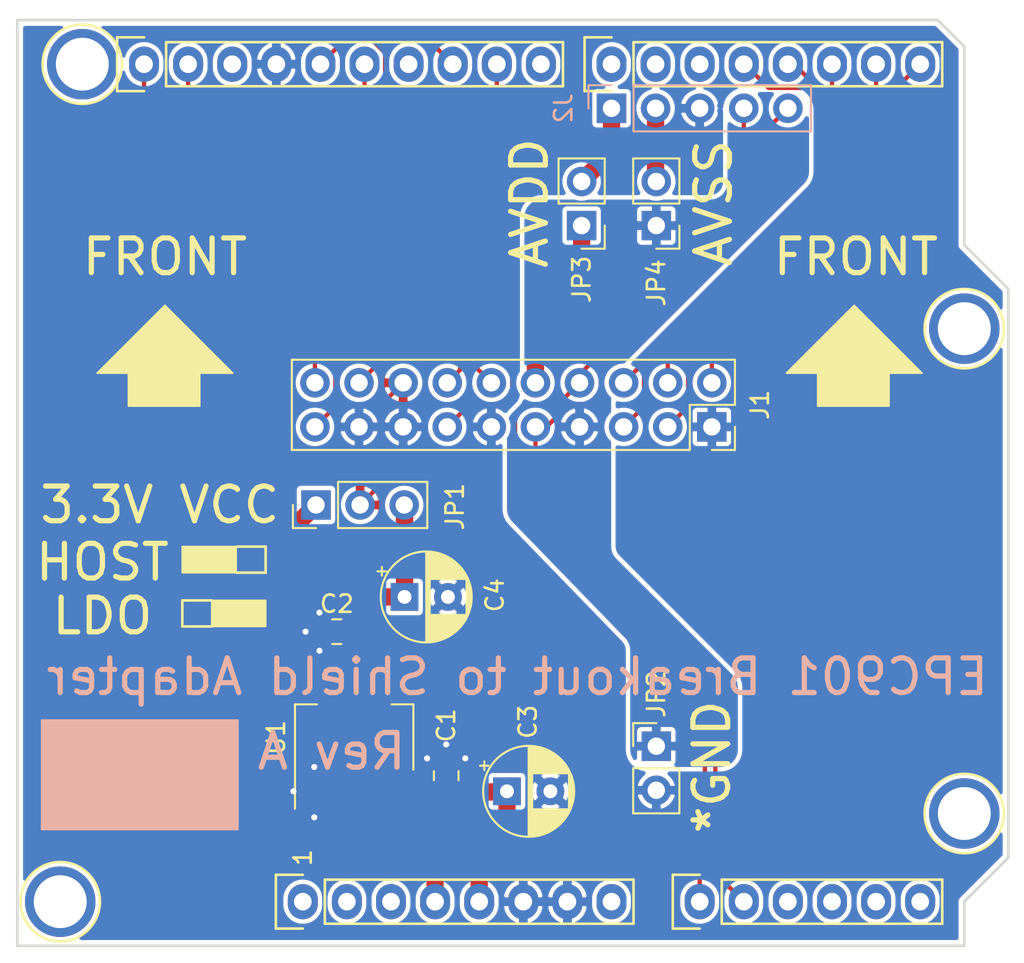
<source format=kicad_pcb>
(kicad_pcb (version 20171130) (host pcbnew "(5.1.6)-1")

  (general
    (thickness 1.6)
    (drawings 31)
    (tracks 149)
    (zones 0)
    (modules 19)
    (nets 41)
  )

  (page A4)
  (title_block
    (date "lun. 30 mars 2015")
  )

  (layers
    (0 F.Cu signal)
    (31 B.Cu signal)
    (32 B.Adhes user)
    (33 F.Adhes user)
    (34 B.Paste user)
    (35 F.Paste user)
    (36 B.SilkS user)
    (37 F.SilkS user)
    (38 B.Mask user)
    (39 F.Mask user)
    (40 Dwgs.User user)
    (41 Cmts.User user)
    (42 Eco1.User user)
    (43 Eco2.User user)
    (44 Edge.Cuts user)
    (45 Margin user)
    (46 B.CrtYd user)
    (47 F.CrtYd user)
    (48 B.Fab user)
    (49 F.Fab user)
  )

  (setup
    (last_trace_width 0.25)
    (user_trace_width 0.5)
    (user_trace_width 1)
    (trace_clearance 0.2)
    (zone_clearance 0.254)
    (zone_45_only no)
    (trace_min 0.2)
    (via_size 0.6)
    (via_drill 0.35)
    (via_min_size 0.4)
    (via_min_drill 0.3)
    (uvia_size 0.3)
    (uvia_drill 0.1)
    (uvias_allowed no)
    (uvia_min_size 0.2)
    (uvia_min_drill 0.1)
    (edge_width 0.15)
    (segment_width 0.15)
    (pcb_text_width 0.3)
    (pcb_text_size 1.5 1.5)
    (mod_edge_width 0.15)
    (mod_text_size 1 1)
    (mod_text_width 0.15)
    (pad_size 4.064 4.064)
    (pad_drill 3.048)
    (pad_to_mask_clearance 0)
    (aux_axis_origin 110.998 126.365)
    (grid_origin 110.998 126.365)
    (visible_elements 7FFDFFFF)
    (pcbplotparams
      (layerselection 0x00030_80000001)
      (usegerberextensions false)
      (usegerberattributes true)
      (usegerberadvancedattributes true)
      (creategerberjobfile true)
      (excludeedgelayer true)
      (linewidth 0.100000)
      (plotframeref false)
      (viasonmask false)
      (mode 1)
      (useauxorigin false)
      (hpglpennumber 1)
      (hpglpenspeed 20)
      (hpglpendiameter 15.000000)
      (psnegative false)
      (psa4output false)
      (plotreference true)
      (plotvalue true)
      (plotinvisibletext false)
      (padsonsilk false)
      (subtractmaskfromsilk false)
      (outputformat 1)
      (mirror false)
      (drillshape 1)
      (scaleselection 1)
      (outputdirectory ""))
  )

  (net 0 "")
  (net 1 /IOREF)
  (net 2 /Reset)
  (net 3 +5V)
  (net 4 GND)
  (net 5 /Vin)
  (net 6 /AREF)
  (net 7 "Net-(P5-Pad1)")
  (net 8 "Net-(P6-Pad1)")
  (net 9 "Net-(P7-Pad1)")
  (net 10 "Net-(P8-Pad1)")
  (net 11 "Net-(P1-Pad1)")
  (net 12 +3V3)
  (net 13 /SCL)
  (net 14 /SDA)
  (net 15 /READ)
  (net 16 /VCC_3V3)
  (net 17 /ADC_CS)
  (net 18 /ADC_DATA)
  (net 19 /ADC_CLK)
  (net 20 GNDA)
  (net 21 /VIDEO_N)
  (net 22 /VIDEO_P)
  (net 23 /CLR_PIX)
  (net 24 /SHUTTER)
  (net 25 /CLR_DATA)
  (net 26 /DATA_RDY)
  (net 27 /PWR_DOWN)
  (net 28 "Net-(P3-Pad7)")
  (net 29 "Net-(P3-Pad10)")
  (net 30 "Net-(P2-Pad3)")
  (net 31 "Net-(P2-Pad4)")
  (net 32 "Net-(P2-Pad5)")
  (net 33 "Net-(P2-Pad6)")
  (net 34 /VDD_OA)
  (net 35 /AVDD)
  (net 36 /AVSS)
  (net 37 "Net-(C2-Pad1)")
  (net 38 "Net-(P4-Pad1)")
  (net 39 "Net-(P4-Pad2)")
  (net 40 "Net-(P4-Pad3)")

  (net_class Default "This is the default net class."
    (clearance 0.2)
    (trace_width 0.25)
    (via_dia 0.6)
    (via_drill 0.35)
    (uvia_dia 0.3)
    (uvia_drill 0.1)
    (add_net +3V3)
    (add_net +5V)
    (add_net /ADC_CLK)
    (add_net /ADC_CS)
    (add_net /ADC_DATA)
    (add_net /AREF)
    (add_net /AVDD)
    (add_net /AVSS)
    (add_net /CLR_DATA)
    (add_net /CLR_PIX)
    (add_net /DATA_RDY)
    (add_net /IOREF)
    (add_net /PWR_DOWN)
    (add_net /READ)
    (add_net /Reset)
    (add_net /SCL)
    (add_net /SDA)
    (add_net /SHUTTER)
    (add_net /VCC_3V3)
    (add_net /VDD_OA)
    (add_net /VIDEO_N)
    (add_net /VIDEO_P)
    (add_net /Vin)
    (add_net GND)
    (add_net GNDA)
    (add_net "Net-(C2-Pad1)")
    (add_net "Net-(P1-Pad1)")
    (add_net "Net-(P2-Pad3)")
    (add_net "Net-(P2-Pad4)")
    (add_net "Net-(P2-Pad5)")
    (add_net "Net-(P2-Pad6)")
    (add_net "Net-(P3-Pad10)")
    (add_net "Net-(P3-Pad7)")
    (add_net "Net-(P4-Pad1)")
    (add_net "Net-(P4-Pad2)")
    (add_net "Net-(P4-Pad3)")
    (add_net "Net-(P5-Pad1)")
    (add_net "Net-(P6-Pad1)")
    (add_net "Net-(P7-Pad1)")
    (add_net "Net-(P8-Pad1)")
  )

  (module Socket_Arduino_Uno:Arduino_1pin locked (layer F.Cu) (tedit 5F82805D) (tstamp 5524FC3F)
    (at 124.968 123.825)
    (descr "module 1 pin (ou trou mecanique de percage)")
    (tags DEV)
    (path /56D71177)
    (fp_text reference P5 (at 0 -3.048) (layer F.SilkS) hide
      (effects (font (size 1 1) (thickness 0.15)))
    )
    (fp_text value CONN_01X01 (at 0 2.794) (layer F.Fab) hide
      (effects (font (size 1 1) (thickness 0.15)))
    )
    (fp_circle (center 0 0) (end 0 -2.286) (layer F.SilkS) (width 0.15))
    (pad 1 thru_hole circle (at 0 0) (size 4.064 4.064) (drill 3.048) (layers *.Cu *.Mask)
      (net 7 "Net-(P5-Pad1)"))
  )

  (module Socket_Arduino_Uno:Arduino_1pin locked (layer F.Cu) (tedit 5F82805D) (tstamp 5524FC44)
    (at 177.038 118.745)
    (descr "module 1 pin (ou trou mecanique de percage)")
    (tags DEV)
    (path /56D71274)
    (fp_text reference P6 (at 0 -3.048) (layer F.SilkS) hide
      (effects (font (size 1 1) (thickness 0.15)))
    )
    (fp_text value CONN_01X01 (at 0 2.794) (layer F.Fab) hide
      (effects (font (size 1 1) (thickness 0.15)))
    )
    (fp_circle (center 0 0) (end 0 -2.286) (layer F.SilkS) (width 0.15))
    (pad 1 thru_hole circle (at 0 0) (size 4.064 4.064) (drill 3.048) (layers *.Cu *.Mask)
      (net 8 "Net-(P6-Pad1)"))
  )

  (module Socket_Arduino_Uno:Arduino_1pin locked (layer F.Cu) (tedit 5F82805D) (tstamp 5524FC49)
    (at 126.238 75.565)
    (descr "module 1 pin (ou trou mecanique de percage)")
    (tags DEV)
    (path /56D712A8)
    (fp_text reference P7 (at 0 -3.048) (layer F.SilkS) hide
      (effects (font (size 1 1) (thickness 0.15)))
    )
    (fp_text value CONN_01X01 (at 0 2.794) (layer F.Fab) hide
      (effects (font (size 1 1) (thickness 0.15)))
    )
    (fp_circle (center 0 0) (end 0 -2.286) (layer F.SilkS) (width 0.15))
    (pad 1 thru_hole circle (at 0 0) (size 4.064 4.064) (drill 3.048) (layers *.Cu *.Mask)
      (net 9 "Net-(P7-Pad1)"))
  )

  (module Socket_Arduino_Uno:Arduino_1pin locked (layer F.Cu) (tedit 5F82805D) (tstamp 5524FC4E)
    (at 177.038 90.805)
    (descr "module 1 pin (ou trou mecanique de percage)")
    (tags DEV)
    (path /56D712DB)
    (fp_text reference P8 (at 0 -3.048) (layer F.SilkS) hide
      (effects (font (size 1 1) (thickness 0.15)))
    )
    (fp_text value CONN_01X01 (at 0 2.794) (layer F.Fab) hide
      (effects (font (size 1 1) (thickness 0.15)))
    )
    (fp_circle (center 0 0) (end 0 -2.286) (layer F.SilkS) (width 0.15))
    (pad 1 thru_hole circle (at 0 0) (size 4.064 4.064) (drill 3.048) (layers *.Cu *.Mask)
      (net 10 "Net-(P8-Pad1)"))
  )

  (module Socket_Arduino_Uno:Socket_Strip_Arduino_1x06 locked (layer F.Cu) (tedit 5F827FDE) (tstamp 551AF9FF)
    (at 161.798 123.825)
    (descr "Through hole socket strip")
    (tags "socket strip")
    (path /56D70DD8)
    (fp_text reference P2 (at 6.604 -2.54) (layer F.SilkS) hide
      (effects (font (size 1 1) (thickness 0.15)))
    )
    (fp_text value Analog (at 6.604 -4.064) (layer F.Fab)
      (effects (font (size 1 1) (thickness 0.15)))
    )
    (fp_line (start -1.55 -1.55) (end -1.55 1.55) (layer F.SilkS) (width 0.15))
    (fp_line (start 0 -1.55) (end -1.55 -1.55) (layer F.SilkS) (width 0.15))
    (fp_line (start 1.27 1.27) (end 1.27 -1.27) (layer F.SilkS) (width 0.15))
    (fp_line (start -1.55 1.55) (end 0 1.55) (layer F.SilkS) (width 0.15))
    (fp_line (start 13.97 -1.27) (end 1.27 -1.27) (layer F.SilkS) (width 0.15))
    (fp_line (start 13.97 1.27) (end 13.97 -1.27) (layer F.SilkS) (width 0.15))
    (fp_line (start 1.27 1.27) (end 13.97 1.27) (layer F.SilkS) (width 0.15))
    (fp_line (start -1.75 1.75) (end 14.45 1.75) (layer F.CrtYd) (width 0.05))
    (fp_line (start -1.75 -1.75) (end 14.45 -1.75) (layer F.CrtYd) (width 0.05))
    (fp_line (start 14.45 -1.75) (end 14.45 1.75) (layer F.CrtYd) (width 0.05))
    (fp_line (start -1.75 -1.75) (end -1.75 1.75) (layer F.CrtYd) (width 0.05))
    (pad 6 thru_hole oval (at 12.7 0) (size 1.7272 2.032) (drill 1.016) (layers *.Cu *.Mask)
      (net 33 "Net-(P2-Pad6)"))
    (pad 5 thru_hole oval (at 10.16 0) (size 1.7272 2.032) (drill 1.016) (layers *.Cu *.Mask)
      (net 32 "Net-(P2-Pad5)"))
    (pad 4 thru_hole oval (at 7.62 0) (size 1.7272 2.032) (drill 1.016) (layers *.Cu *.Mask)
      (net 31 "Net-(P2-Pad4)"))
    (pad 3 thru_hole oval (at 5.08 0) (size 1.7272 2.032) (drill 1.016) (layers *.Cu *.Mask)
      (net 30 "Net-(P2-Pad3)"))
    (pad 2 thru_hole oval (at 2.54 0) (size 1.7272 2.032) (drill 1.016) (layers *.Cu *.Mask)
      (net 21 /VIDEO_N))
    (pad 1 thru_hole oval (at 0 0) (size 1.7272 2.032) (drill 1.016) (layers *.Cu *.Mask)
      (net 22 /VIDEO_P))
    (model ${KIPRJMOD}/Socket_Arduino_Uno.3dshapes/Socket_header_Arduino_1x06.wrl
      (offset (xyz 6.349999904632568 0 0))
      (scale (xyz 1 1 1))
      (rotate (xyz 0 0 180))
    )
  )

  (module Socket_Arduino_Uno:Socket_Strip_Arduino_1x08 locked (layer F.Cu) (tedit 5F828000) (tstamp 551AF9EA)
    (at 138.938 123.825)
    (descr "Through hole socket strip")
    (tags "socket strip")
    (path /56D70129)
    (fp_text reference P1 (at 8.89 -2.54) (layer F.SilkS) hide
      (effects (font (size 1 1) (thickness 0.15)))
    )
    (fp_text value Power (at 8.89 -4.064) (layer F.Fab)
      (effects (font (size 1 1) (thickness 0.15)))
    )
    (fp_line (start -1.55 -1.55) (end -1.55 1.55) (layer F.SilkS) (width 0.15))
    (fp_line (start 0 -1.55) (end -1.55 -1.55) (layer F.SilkS) (width 0.15))
    (fp_line (start 1.27 1.27) (end 1.27 -1.27) (layer F.SilkS) (width 0.15))
    (fp_line (start -1.55 1.55) (end 0 1.55) (layer F.SilkS) (width 0.15))
    (fp_line (start 19.05 -1.27) (end 1.27 -1.27) (layer F.SilkS) (width 0.15))
    (fp_line (start 19.05 1.27) (end 19.05 -1.27) (layer F.SilkS) (width 0.15))
    (fp_line (start 1.27 1.27) (end 19.05 1.27) (layer F.SilkS) (width 0.15))
    (fp_line (start -1.75 1.75) (end 19.55 1.75) (layer F.CrtYd) (width 0.05))
    (fp_line (start -1.75 -1.75) (end 19.55 -1.75) (layer F.CrtYd) (width 0.05))
    (fp_line (start 19.55 -1.75) (end 19.55 1.75) (layer F.CrtYd) (width 0.05))
    (fp_line (start -1.75 -1.75) (end -1.75 1.75) (layer F.CrtYd) (width 0.05))
    (pad 8 thru_hole oval (at 17.78 0) (size 1.7272 2.032) (drill 1.016) (layers *.Cu *.Mask)
      (net 5 /Vin))
    (pad 7 thru_hole oval (at 15.24 0) (size 1.7272 2.032) (drill 1.016) (layers *.Cu *.Mask)
      (net 4 GND))
    (pad 6 thru_hole oval (at 12.7 0) (size 1.7272 2.032) (drill 1.016) (layers *.Cu *.Mask)
      (net 4 GND))
    (pad 5 thru_hole oval (at 10.16 0) (size 1.7272 2.032) (drill 1.016) (layers *.Cu *.Mask)
      (net 3 +5V))
    (pad 4 thru_hole oval (at 7.62 0) (size 1.7272 2.032) (drill 1.016) (layers *.Cu *.Mask)
      (net 12 +3V3))
    (pad 3 thru_hole oval (at 5.08 0) (size 1.7272 2.032) (drill 1.016) (layers *.Cu *.Mask)
      (net 2 /Reset))
    (pad 2 thru_hole oval (at 2.54 0) (size 1.7272 2.032) (drill 1.016) (layers *.Cu *.Mask)
      (net 1 /IOREF))
    (pad 1 thru_hole oval (at 0 0) (size 1.7272 2.032) (drill 1.016) (layers *.Cu *.Mask)
      (net 11 "Net-(P1-Pad1)"))
    (model ${KIPRJMOD}/Socket_Arduino_Uno.3dshapes/Socket_header_Arduino_1x08.wrl
      (offset (xyz 8.889999866485596 0 0))
      (scale (xyz 1 1 1))
      (rotate (xyz 0 0 180))
    )
  )

  (module Socket_Arduino_Uno:Socket_Strip_Arduino_1x08 locked (layer F.Cu) (tedit 5F828000) (tstamp 551AFA2F)
    (at 156.718 75.565)
    (descr "Through hole socket strip")
    (tags "socket strip")
    (path /56D7164F)
    (fp_text reference P4 (at 8.89 2.794) (layer F.SilkS) hide
      (effects (font (size 1 1) (thickness 0.15)))
    )
    (fp_text value Digital (at 8.89 4.318) (layer F.Fab)
      (effects (font (size 1 1) (thickness 0.15)))
    )
    (fp_line (start -1.55 -1.55) (end -1.55 1.55) (layer F.SilkS) (width 0.15))
    (fp_line (start 0 -1.55) (end -1.55 -1.55) (layer F.SilkS) (width 0.15))
    (fp_line (start 1.27 1.27) (end 1.27 -1.27) (layer F.SilkS) (width 0.15))
    (fp_line (start -1.55 1.55) (end 0 1.55) (layer F.SilkS) (width 0.15))
    (fp_line (start 19.05 -1.27) (end 1.27 -1.27) (layer F.SilkS) (width 0.15))
    (fp_line (start 19.05 1.27) (end 19.05 -1.27) (layer F.SilkS) (width 0.15))
    (fp_line (start 1.27 1.27) (end 19.05 1.27) (layer F.SilkS) (width 0.15))
    (fp_line (start -1.75 1.75) (end 19.55 1.75) (layer F.CrtYd) (width 0.05))
    (fp_line (start -1.75 -1.75) (end 19.55 -1.75) (layer F.CrtYd) (width 0.05))
    (fp_line (start 19.55 -1.75) (end 19.55 1.75) (layer F.CrtYd) (width 0.05))
    (fp_line (start -1.75 -1.75) (end -1.75 1.75) (layer F.CrtYd) (width 0.05))
    (pad 8 thru_hole oval (at 17.78 0) (size 1.7272 2.032) (drill 1.016) (layers *.Cu *.Mask)
      (net 27 /PWR_DOWN))
    (pad 7 thru_hole oval (at 15.24 0) (size 1.7272 2.032) (drill 1.016) (layers *.Cu *.Mask)
      (net 26 /DATA_RDY))
    (pad 6 thru_hole oval (at 12.7 0) (size 1.7272 2.032) (drill 1.016) (layers *.Cu *.Mask)
      (net 25 /CLR_DATA))
    (pad 5 thru_hole oval (at 10.16 0) (size 1.7272 2.032) (drill 1.016) (layers *.Cu *.Mask)
      (net 24 /SHUTTER))
    (pad 4 thru_hole oval (at 7.62 0) (size 1.7272 2.032) (drill 1.016) (layers *.Cu *.Mask)
      (net 23 /CLR_PIX))
    (pad 3 thru_hole oval (at 5.08 0) (size 1.7272 2.032) (drill 1.016) (layers *.Cu *.Mask)
      (net 40 "Net-(P4-Pad3)"))
    (pad 2 thru_hole oval (at 2.54 0) (size 1.7272 2.032) (drill 1.016) (layers *.Cu *.Mask)
      (net 39 "Net-(P4-Pad2)"))
    (pad 1 thru_hole oval (at 0 0) (size 1.7272 2.032) (drill 1.016) (layers *.Cu *.Mask)
      (net 38 "Net-(P4-Pad1)"))
    (model ${KIPRJMOD}/Socket_Arduino_Uno.3dshapes/Socket_header_Arduino_1x08.wrl
      (offset (xyz 8.889999866485596 0 0))
      (scale (xyz 1 1 1))
      (rotate (xyz 0 0 180))
    )
  )

  (module Socket_Arduino_Uno:Socket_Strip_Arduino_1x10 locked (layer F.Cu) (tedit 5F828027) (tstamp 551AFA18)
    (at 129.794 75.565)
    (descr "Through hole socket strip")
    (tags "socket strip")
    (path /56D721E0)
    (fp_text reference P3 (at 11.43 2.794) (layer F.SilkS) hide
      (effects (font (size 1 1) (thickness 0.15)))
    )
    (fp_text value Digital (at 11.43 4.318) (layer F.Fab)
      (effects (font (size 1 1) (thickness 0.15)))
    )
    (fp_line (start -1.55 -1.55) (end -1.55 1.55) (layer F.SilkS) (width 0.15))
    (fp_line (start 0 -1.55) (end -1.55 -1.55) (layer F.SilkS) (width 0.15))
    (fp_line (start 1.27 1.27) (end 1.27 -1.27) (layer F.SilkS) (width 0.15))
    (fp_line (start -1.55 1.55) (end 0 1.55) (layer F.SilkS) (width 0.15))
    (fp_line (start 24.13 -1.27) (end 1.27 -1.27) (layer F.SilkS) (width 0.15))
    (fp_line (start 24.13 1.27) (end 24.13 -1.27) (layer F.SilkS) (width 0.15))
    (fp_line (start 1.27 1.27) (end 24.13 1.27) (layer F.SilkS) (width 0.15))
    (fp_line (start -1.75 1.75) (end 24.65 1.75) (layer F.CrtYd) (width 0.05))
    (fp_line (start -1.75 -1.75) (end 24.65 -1.75) (layer F.CrtYd) (width 0.05))
    (fp_line (start 24.65 -1.75) (end 24.65 1.75) (layer F.CrtYd) (width 0.05))
    (fp_line (start -1.75 -1.75) (end -1.75 1.75) (layer F.CrtYd) (width 0.05))
    (pad 10 thru_hole oval (at 22.86 0) (size 1.7272 2.032) (drill 1.016) (layers *.Cu *.Mask)
      (net 29 "Net-(P3-Pad10)"))
    (pad 9 thru_hole oval (at 20.32 0) (size 1.7272 2.032) (drill 1.016) (layers *.Cu *.Mask)
      (net 15 /READ))
    (pad 8 thru_hole oval (at 17.78 0) (size 1.7272 2.032) (drill 1.016) (layers *.Cu *.Mask)
      (net 17 /ADC_CS))
    (pad 7 thru_hole oval (at 15.24 0) (size 1.7272 2.032) (drill 1.016) (layers *.Cu *.Mask)
      (net 28 "Net-(P3-Pad7)"))
    (pad 6 thru_hole oval (at 12.7 0) (size 1.7272 2.032) (drill 1.016) (layers *.Cu *.Mask)
      (net 18 /ADC_DATA))
    (pad 5 thru_hole oval (at 10.16 0) (size 1.7272 2.032) (drill 1.016) (layers *.Cu *.Mask)
      (net 19 /ADC_CLK))
    (pad 4 thru_hole oval (at 7.62 0) (size 1.7272 2.032) (drill 1.016) (layers *.Cu *.Mask)
      (net 4 GND))
    (pad 3 thru_hole oval (at 5.08 0) (size 1.7272 2.032) (drill 1.016) (layers *.Cu *.Mask)
      (net 6 /AREF))
    (pad 2 thru_hole oval (at 2.54 0) (size 1.7272 2.032) (drill 1.016) (layers *.Cu *.Mask)
      (net 14 /SDA))
    (pad 1 thru_hole oval (at 0 0) (size 1.7272 2.032) (drill 1.016) (layers *.Cu *.Mask)
      (net 13 /SCL))
    (model ${KIPRJMOD}/Socket_Arduino_Uno.3dshapes/Socket_header_Arduino_1x10.wrl
      (offset (xyz 11.42999982833862 0 0))
      (scale (xyz 1 1 1))
      (rotate (xyz 0 0 180))
    )
  )

  (module Capacitor_SMD:C_0805_2012Metric (layer F.Cu) (tedit 5B36C52B) (tstamp 5F82AD21)
    (at 140.898 108.265 180)
    (descr "Capacitor SMD 0805 (2012 Metric), square (rectangular) end terminal, IPC_7351 nominal, (Body size source: https://docs.google.com/spreadsheets/d/1BsfQQcO9C6DZCsRaXUlFlo91Tg2WpOkGARC1WS5S8t0/edit?usp=sharing), generated with kicad-footprint-generator")
    (tags capacitor)
    (path /5F8498E6)
    (attr smd)
    (fp_text reference C2 (at 0 1.6) (layer F.SilkS)
      (effects (font (size 1 1) (thickness 0.15)))
    )
    (fp_text value 1uF (at 0 1.65) (layer F.Fab)
      (effects (font (size 1 1) (thickness 0.15)))
    )
    (fp_text user %R (at 0 0) (layer F.Fab)
      (effects (font (size 0.5 0.5) (thickness 0.08)))
    )
    (fp_line (start -1 0.6) (end -1 -0.6) (layer F.Fab) (width 0.1))
    (fp_line (start -1 -0.6) (end 1 -0.6) (layer F.Fab) (width 0.1))
    (fp_line (start 1 -0.6) (end 1 0.6) (layer F.Fab) (width 0.1))
    (fp_line (start 1 0.6) (end -1 0.6) (layer F.Fab) (width 0.1))
    (fp_line (start -0.258578 -0.71) (end 0.258578 -0.71) (layer F.SilkS) (width 0.12))
    (fp_line (start -0.258578 0.71) (end 0.258578 0.71) (layer F.SilkS) (width 0.12))
    (fp_line (start -1.68 0.95) (end -1.68 -0.95) (layer F.CrtYd) (width 0.05))
    (fp_line (start -1.68 -0.95) (end 1.68 -0.95) (layer F.CrtYd) (width 0.05))
    (fp_line (start 1.68 -0.95) (end 1.68 0.95) (layer F.CrtYd) (width 0.05))
    (fp_line (start 1.68 0.95) (end -1.68 0.95) (layer F.CrtYd) (width 0.05))
    (pad 2 smd roundrect (at 0.9375 0 180) (size 0.975 1.4) (layers F.Cu F.Paste F.Mask) (roundrect_rratio 0.25)
      (net 4 GND))
    (pad 1 smd roundrect (at -0.9375 0 180) (size 0.975 1.4) (layers F.Cu F.Paste F.Mask) (roundrect_rratio 0.25)
      (net 37 "Net-(C2-Pad1)"))
    (model ${KISYS3DMOD}/Capacitor_SMD.3dshapes/C_0805_2012Metric.wrl
      (at (xyz 0 0 0))
      (scale (xyz 1 1 1))
      (rotate (xyz 0 0 0))
    )
  )

  (module Capacitor_SMD:C_0805_2012Metric (layer F.Cu) (tedit 5B36C52B) (tstamp 5F82AD10)
    (at 147.198 116.565 90)
    (descr "Capacitor SMD 0805 (2012 Metric), square (rectangular) end terminal, IPC_7351 nominal, (Body size source: https://docs.google.com/spreadsheets/d/1BsfQQcO9C6DZCsRaXUlFlo91Tg2WpOkGARC1WS5S8t0/edit?usp=sharing), generated with kicad-footprint-generator")
    (tags capacitor)
    (path /5F849329)
    (attr smd)
    (fp_text reference C1 (at 2.9 0 90) (layer F.SilkS)
      (effects (font (size 1 1) (thickness 0.15)))
    )
    (fp_text value 1uF (at 0 1.65 90) (layer F.Fab)
      (effects (font (size 1 1) (thickness 0.15)))
    )
    (fp_text user %R (at 0 0 90) (layer F.Fab)
      (effects (font (size 0.5 0.5) (thickness 0.08)))
    )
    (fp_line (start -1 0.6) (end -1 -0.6) (layer F.Fab) (width 0.1))
    (fp_line (start -1 -0.6) (end 1 -0.6) (layer F.Fab) (width 0.1))
    (fp_line (start 1 -0.6) (end 1 0.6) (layer F.Fab) (width 0.1))
    (fp_line (start 1 0.6) (end -1 0.6) (layer F.Fab) (width 0.1))
    (fp_line (start -0.258578 -0.71) (end 0.258578 -0.71) (layer F.SilkS) (width 0.12))
    (fp_line (start -0.258578 0.71) (end 0.258578 0.71) (layer F.SilkS) (width 0.12))
    (fp_line (start -1.68 0.95) (end -1.68 -0.95) (layer F.CrtYd) (width 0.05))
    (fp_line (start -1.68 -0.95) (end 1.68 -0.95) (layer F.CrtYd) (width 0.05))
    (fp_line (start 1.68 -0.95) (end 1.68 0.95) (layer F.CrtYd) (width 0.05))
    (fp_line (start 1.68 0.95) (end -1.68 0.95) (layer F.CrtYd) (width 0.05))
    (pad 2 smd roundrect (at 0.9375 0 90) (size 0.975 1.4) (layers F.Cu F.Paste F.Mask) (roundrect_rratio 0.25)
      (net 4 GND))
    (pad 1 smd roundrect (at -0.9375 0 90) (size 0.975 1.4) (layers F.Cu F.Paste F.Mask) (roundrect_rratio 0.25)
      (net 3 +5V))
    (model ${KISYS3DMOD}/Capacitor_SMD.3dshapes/C_0805_2012Metric.wrl
      (at (xyz 0 0 0))
      (scale (xyz 1 1 1))
      (rotate (xyz 0 0 0))
    )
  )

  (module Package_TO_SOT_SMD:SOT-223-3_TabPin2 (layer F.Cu) (tedit 5A02FF57) (tstamp 5F82A361)
    (at 141.898 114.365 90)
    (descr "module CMS SOT223 4 pins")
    (tags "CMS SOT")
    (path /5F888340)
    (attr smd)
    (fp_text reference U1 (at 0 -4.5 90) (layer F.SilkS)
      (effects (font (size 1 1) (thickness 0.15)))
    )
    (fp_text value AP1117-33 (at 0 4.5 90) (layer F.Fab)
      (effects (font (size 1 1) (thickness 0.15)))
    )
    (fp_text user %R (at 0 0) (layer F.Fab)
      (effects (font (size 0.8 0.8) (thickness 0.12)))
    )
    (fp_line (start 1.91 3.41) (end 1.91 2.15) (layer F.SilkS) (width 0.12))
    (fp_line (start 1.91 -3.41) (end 1.91 -2.15) (layer F.SilkS) (width 0.12))
    (fp_line (start 4.4 -3.6) (end -4.4 -3.6) (layer F.CrtYd) (width 0.05))
    (fp_line (start 4.4 3.6) (end 4.4 -3.6) (layer F.CrtYd) (width 0.05))
    (fp_line (start -4.4 3.6) (end 4.4 3.6) (layer F.CrtYd) (width 0.05))
    (fp_line (start -4.4 -3.6) (end -4.4 3.6) (layer F.CrtYd) (width 0.05))
    (fp_line (start -1.85 -2.35) (end -0.85 -3.35) (layer F.Fab) (width 0.1))
    (fp_line (start -1.85 -2.35) (end -1.85 3.35) (layer F.Fab) (width 0.1))
    (fp_line (start -1.85 3.41) (end 1.91 3.41) (layer F.SilkS) (width 0.12))
    (fp_line (start -0.85 -3.35) (end 1.85 -3.35) (layer F.Fab) (width 0.1))
    (fp_line (start -4.1 -3.41) (end 1.91 -3.41) (layer F.SilkS) (width 0.12))
    (fp_line (start -1.85 3.35) (end 1.85 3.35) (layer F.Fab) (width 0.1))
    (fp_line (start 1.85 -3.35) (end 1.85 3.35) (layer F.Fab) (width 0.1))
    (pad 1 smd rect (at -3.15 -2.3 90) (size 2 1.5) (layers F.Cu F.Paste F.Mask)
      (net 4 GND))
    (pad 3 smd rect (at -3.15 2.3 90) (size 2 1.5) (layers F.Cu F.Paste F.Mask)
      (net 3 +5V))
    (pad 2 smd rect (at -3.15 0 90) (size 2 1.5) (layers F.Cu F.Paste F.Mask)
      (net 37 "Net-(C2-Pad1)"))
    (pad 2 smd rect (at 3.15 0 90) (size 2 3.8) (layers F.Cu F.Paste F.Mask)
      (net 37 "Net-(C2-Pad1)"))
    (model ${KISYS3DMOD}/Package_TO_SOT_SMD.3dshapes/SOT-223.wrl
      (at (xyz 0 0 0))
      (scale (xyz 1 1 1))
      (rotate (xyz 0 0 0))
    )
  )

  (module Connector_PinHeader_2.54mm:PinHeader_1x05_P2.54mm_Vertical (layer B.Cu) (tedit 59FED5CC) (tstamp 5F8261E4)
    (at 156.718 78.105 270)
    (descr "Through hole straight pin header, 1x05, 2.54mm pitch, single row")
    (tags "Through hole pin header THT 1x05 2.54mm single row")
    (path /5F86FF89)
    (fp_text reference J2 (at 0 2.77 270) (layer B.SilkS)
      (effects (font (size 1 1) (thickness 0.15)) (justify mirror))
    )
    (fp_text value Conn_01x05 (at 0 -12.93 270) (layer B.Fab)
      (effects (font (size 1 1) (thickness 0.15)) (justify mirror))
    )
    (fp_text user %R (at 0 -5.08) (layer B.Fab)
      (effects (font (size 1 1) (thickness 0.15)) (justify mirror))
    )
    (fp_line (start -0.635 1.27) (end 1.27 1.27) (layer B.Fab) (width 0.1))
    (fp_line (start 1.27 1.27) (end 1.27 -11.43) (layer B.Fab) (width 0.1))
    (fp_line (start 1.27 -11.43) (end -1.27 -11.43) (layer B.Fab) (width 0.1))
    (fp_line (start -1.27 -11.43) (end -1.27 0.635) (layer B.Fab) (width 0.1))
    (fp_line (start -1.27 0.635) (end -0.635 1.27) (layer B.Fab) (width 0.1))
    (fp_line (start -1.33 -11.49) (end 1.33 -11.49) (layer B.SilkS) (width 0.12))
    (fp_line (start -1.33 -1.27) (end -1.33 -11.49) (layer B.SilkS) (width 0.12))
    (fp_line (start 1.33 -1.27) (end 1.33 -11.49) (layer B.SilkS) (width 0.12))
    (fp_line (start -1.33 -1.27) (end 1.33 -1.27) (layer B.SilkS) (width 0.12))
    (fp_line (start -1.33 0) (end -1.33 1.33) (layer B.SilkS) (width 0.12))
    (fp_line (start -1.33 1.33) (end 0 1.33) (layer B.SilkS) (width 0.12))
    (fp_line (start -1.8 1.8) (end -1.8 -11.95) (layer B.CrtYd) (width 0.05))
    (fp_line (start -1.8 -11.95) (end 1.8 -11.95) (layer B.CrtYd) (width 0.05))
    (fp_line (start 1.8 -11.95) (end 1.8 1.8) (layer B.CrtYd) (width 0.05))
    (fp_line (start 1.8 1.8) (end -1.8 1.8) (layer B.CrtYd) (width 0.05))
    (pad 5 thru_hole oval (at 0 -10.16 270) (size 1.7 1.7) (drill 1) (layers *.Cu *.Mask)
      (net 21 /VIDEO_N))
    (pad 4 thru_hole oval (at 0 -7.62 270) (size 1.7 1.7) (drill 1) (layers *.Cu *.Mask)
      (net 22 /VIDEO_P))
    (pad 3 thru_hole oval (at 0 -5.08 270) (size 1.7 1.7) (drill 1) (layers *.Cu *.Mask)
      (net 4 GND))
    (pad 2 thru_hole oval (at 0 -2.54 270) (size 1.7 1.7) (drill 1) (layers *.Cu *.Mask)
      (net 36 /AVSS))
    (pad 1 thru_hole rect (at 0 0 270) (size 1.7 1.7) (drill 1) (layers *.Cu *.Mask)
      (net 35 /AVDD))
    (model ${KISYS3DMOD}/Connector_PinHeader_2.54mm.3dshapes/PinHeader_1x05_P2.54mm_Vertical.wrl
      (at (xyz 0 0 0))
      (scale (xyz 1 1 1))
      (rotate (xyz 0 0 0))
    )
  )

  (module Connector_PinHeader_2.54mm:PinHeader_1x03_P2.54mm_Vertical (layer F.Cu) (tedit 59FED5CC) (tstamp 5F825F2C)
    (at 139.698 100.965 90)
    (descr "Through hole straight pin header, 1x03, 2.54mm pitch, single row")
    (tags "Through hole pin header THT 1x03 2.54mm single row")
    (path /5F83A8B0)
    (fp_text reference JP1 (at -0.1 8 90) (layer F.SilkS)
      (effects (font (size 1 1) (thickness 0.15)))
    )
    (fp_text value Jumper (at 0 7.41 90) (layer F.Fab)
      (effects (font (size 1 1) (thickness 0.15)))
    )
    (fp_text user %R (at 0 2.54) (layer F.Fab)
      (effects (font (size 1 1) (thickness 0.15)))
    )
    (fp_line (start -0.635 -1.27) (end 1.27 -1.27) (layer F.Fab) (width 0.1))
    (fp_line (start 1.27 -1.27) (end 1.27 6.35) (layer F.Fab) (width 0.1))
    (fp_line (start 1.27 6.35) (end -1.27 6.35) (layer F.Fab) (width 0.1))
    (fp_line (start -1.27 6.35) (end -1.27 -0.635) (layer F.Fab) (width 0.1))
    (fp_line (start -1.27 -0.635) (end -0.635 -1.27) (layer F.Fab) (width 0.1))
    (fp_line (start -1.33 6.41) (end 1.33 6.41) (layer F.SilkS) (width 0.12))
    (fp_line (start -1.33 1.27) (end -1.33 6.41) (layer F.SilkS) (width 0.12))
    (fp_line (start 1.33 1.27) (end 1.33 6.41) (layer F.SilkS) (width 0.12))
    (fp_line (start -1.33 1.27) (end 1.33 1.27) (layer F.SilkS) (width 0.12))
    (fp_line (start -1.33 0) (end -1.33 -1.33) (layer F.SilkS) (width 0.12))
    (fp_line (start -1.33 -1.33) (end 0 -1.33) (layer F.SilkS) (width 0.12))
    (fp_line (start -1.8 -1.8) (end -1.8 6.85) (layer F.CrtYd) (width 0.05))
    (fp_line (start -1.8 6.85) (end 1.8 6.85) (layer F.CrtYd) (width 0.05))
    (fp_line (start 1.8 6.85) (end 1.8 -1.8) (layer F.CrtYd) (width 0.05))
    (fp_line (start 1.8 -1.8) (end -1.8 -1.8) (layer F.CrtYd) (width 0.05))
    (pad 3 thru_hole oval (at 0 5.08 90) (size 1.7 1.7) (drill 1) (layers *.Cu *.Mask)
      (net 37 "Net-(C2-Pad1)"))
    (pad 2 thru_hole oval (at 0 2.54 90) (size 1.7 1.7) (drill 1) (layers *.Cu *.Mask)
      (net 16 /VCC_3V3))
    (pad 1 thru_hole rect (at 0 0 90) (size 1.7 1.7) (drill 1) (layers *.Cu *.Mask)
      (net 12 +3V3))
    (model ${KISYS3DMOD}/Connector_PinHeader_2.54mm.3dshapes/PinHeader_1x03_P2.54mm_Vertical.wrl
      (at (xyz 0 0 0))
      (scale (xyz 1 1 1))
      (rotate (xyz 0 0 0))
    )
  )

  (module Capacitor_THT:CP_Radial_D5.0mm_P2.50mm (layer F.Cu) (tedit 5AE50EF0) (tstamp 5F824B35)
    (at 144.798 106.265)
    (descr "CP, Radial series, Radial, pin pitch=2.50mm, , diameter=5mm, Electrolytic Capacitor")
    (tags "CP Radial series Radial pin pitch 2.50mm  diameter 5mm Electrolytic Capacitor")
    (path /5F85A5A8)
    (fp_text reference C4 (at 5.2 -0.1 90) (layer F.SilkS)
      (effects (font (size 1 1) (thickness 0.15)))
    )
    (fp_text value 100uF (at 1.25 3.75) (layer F.Fab)
      (effects (font (size 1 1) (thickness 0.15)))
    )
    (fp_text user %R (at 1.25 0) (layer F.Fab)
      (effects (font (size 1 1) (thickness 0.15)))
    )
    (fp_circle (center 1.25 0) (end 3.75 0) (layer F.Fab) (width 0.1))
    (fp_circle (center 1.25 0) (end 3.87 0) (layer F.SilkS) (width 0.12))
    (fp_circle (center 1.25 0) (end 4 0) (layer F.CrtYd) (width 0.05))
    (fp_line (start -0.883605 -1.0875) (end -0.383605 -1.0875) (layer F.Fab) (width 0.1))
    (fp_line (start -0.633605 -1.3375) (end -0.633605 -0.8375) (layer F.Fab) (width 0.1))
    (fp_line (start 1.25 -2.58) (end 1.25 2.58) (layer F.SilkS) (width 0.12))
    (fp_line (start 1.29 -2.58) (end 1.29 2.58) (layer F.SilkS) (width 0.12))
    (fp_line (start 1.33 -2.579) (end 1.33 2.579) (layer F.SilkS) (width 0.12))
    (fp_line (start 1.37 -2.578) (end 1.37 2.578) (layer F.SilkS) (width 0.12))
    (fp_line (start 1.41 -2.576) (end 1.41 2.576) (layer F.SilkS) (width 0.12))
    (fp_line (start 1.45 -2.573) (end 1.45 2.573) (layer F.SilkS) (width 0.12))
    (fp_line (start 1.49 -2.569) (end 1.49 -1.04) (layer F.SilkS) (width 0.12))
    (fp_line (start 1.49 1.04) (end 1.49 2.569) (layer F.SilkS) (width 0.12))
    (fp_line (start 1.53 -2.565) (end 1.53 -1.04) (layer F.SilkS) (width 0.12))
    (fp_line (start 1.53 1.04) (end 1.53 2.565) (layer F.SilkS) (width 0.12))
    (fp_line (start 1.57 -2.561) (end 1.57 -1.04) (layer F.SilkS) (width 0.12))
    (fp_line (start 1.57 1.04) (end 1.57 2.561) (layer F.SilkS) (width 0.12))
    (fp_line (start 1.61 -2.556) (end 1.61 -1.04) (layer F.SilkS) (width 0.12))
    (fp_line (start 1.61 1.04) (end 1.61 2.556) (layer F.SilkS) (width 0.12))
    (fp_line (start 1.65 -2.55) (end 1.65 -1.04) (layer F.SilkS) (width 0.12))
    (fp_line (start 1.65 1.04) (end 1.65 2.55) (layer F.SilkS) (width 0.12))
    (fp_line (start 1.69 -2.543) (end 1.69 -1.04) (layer F.SilkS) (width 0.12))
    (fp_line (start 1.69 1.04) (end 1.69 2.543) (layer F.SilkS) (width 0.12))
    (fp_line (start 1.73 -2.536) (end 1.73 -1.04) (layer F.SilkS) (width 0.12))
    (fp_line (start 1.73 1.04) (end 1.73 2.536) (layer F.SilkS) (width 0.12))
    (fp_line (start 1.77 -2.528) (end 1.77 -1.04) (layer F.SilkS) (width 0.12))
    (fp_line (start 1.77 1.04) (end 1.77 2.528) (layer F.SilkS) (width 0.12))
    (fp_line (start 1.81 -2.52) (end 1.81 -1.04) (layer F.SilkS) (width 0.12))
    (fp_line (start 1.81 1.04) (end 1.81 2.52) (layer F.SilkS) (width 0.12))
    (fp_line (start 1.85 -2.511) (end 1.85 -1.04) (layer F.SilkS) (width 0.12))
    (fp_line (start 1.85 1.04) (end 1.85 2.511) (layer F.SilkS) (width 0.12))
    (fp_line (start 1.89 -2.501) (end 1.89 -1.04) (layer F.SilkS) (width 0.12))
    (fp_line (start 1.89 1.04) (end 1.89 2.501) (layer F.SilkS) (width 0.12))
    (fp_line (start 1.93 -2.491) (end 1.93 -1.04) (layer F.SilkS) (width 0.12))
    (fp_line (start 1.93 1.04) (end 1.93 2.491) (layer F.SilkS) (width 0.12))
    (fp_line (start 1.971 -2.48) (end 1.971 -1.04) (layer F.SilkS) (width 0.12))
    (fp_line (start 1.971 1.04) (end 1.971 2.48) (layer F.SilkS) (width 0.12))
    (fp_line (start 2.011 -2.468) (end 2.011 -1.04) (layer F.SilkS) (width 0.12))
    (fp_line (start 2.011 1.04) (end 2.011 2.468) (layer F.SilkS) (width 0.12))
    (fp_line (start 2.051 -2.455) (end 2.051 -1.04) (layer F.SilkS) (width 0.12))
    (fp_line (start 2.051 1.04) (end 2.051 2.455) (layer F.SilkS) (width 0.12))
    (fp_line (start 2.091 -2.442) (end 2.091 -1.04) (layer F.SilkS) (width 0.12))
    (fp_line (start 2.091 1.04) (end 2.091 2.442) (layer F.SilkS) (width 0.12))
    (fp_line (start 2.131 -2.428) (end 2.131 -1.04) (layer F.SilkS) (width 0.12))
    (fp_line (start 2.131 1.04) (end 2.131 2.428) (layer F.SilkS) (width 0.12))
    (fp_line (start 2.171 -2.414) (end 2.171 -1.04) (layer F.SilkS) (width 0.12))
    (fp_line (start 2.171 1.04) (end 2.171 2.414) (layer F.SilkS) (width 0.12))
    (fp_line (start 2.211 -2.398) (end 2.211 -1.04) (layer F.SilkS) (width 0.12))
    (fp_line (start 2.211 1.04) (end 2.211 2.398) (layer F.SilkS) (width 0.12))
    (fp_line (start 2.251 -2.382) (end 2.251 -1.04) (layer F.SilkS) (width 0.12))
    (fp_line (start 2.251 1.04) (end 2.251 2.382) (layer F.SilkS) (width 0.12))
    (fp_line (start 2.291 -2.365) (end 2.291 -1.04) (layer F.SilkS) (width 0.12))
    (fp_line (start 2.291 1.04) (end 2.291 2.365) (layer F.SilkS) (width 0.12))
    (fp_line (start 2.331 -2.348) (end 2.331 -1.04) (layer F.SilkS) (width 0.12))
    (fp_line (start 2.331 1.04) (end 2.331 2.348) (layer F.SilkS) (width 0.12))
    (fp_line (start 2.371 -2.329) (end 2.371 -1.04) (layer F.SilkS) (width 0.12))
    (fp_line (start 2.371 1.04) (end 2.371 2.329) (layer F.SilkS) (width 0.12))
    (fp_line (start 2.411 -2.31) (end 2.411 -1.04) (layer F.SilkS) (width 0.12))
    (fp_line (start 2.411 1.04) (end 2.411 2.31) (layer F.SilkS) (width 0.12))
    (fp_line (start 2.451 -2.29) (end 2.451 -1.04) (layer F.SilkS) (width 0.12))
    (fp_line (start 2.451 1.04) (end 2.451 2.29) (layer F.SilkS) (width 0.12))
    (fp_line (start 2.491 -2.268) (end 2.491 -1.04) (layer F.SilkS) (width 0.12))
    (fp_line (start 2.491 1.04) (end 2.491 2.268) (layer F.SilkS) (width 0.12))
    (fp_line (start 2.531 -2.247) (end 2.531 -1.04) (layer F.SilkS) (width 0.12))
    (fp_line (start 2.531 1.04) (end 2.531 2.247) (layer F.SilkS) (width 0.12))
    (fp_line (start 2.571 -2.224) (end 2.571 -1.04) (layer F.SilkS) (width 0.12))
    (fp_line (start 2.571 1.04) (end 2.571 2.224) (layer F.SilkS) (width 0.12))
    (fp_line (start 2.611 -2.2) (end 2.611 -1.04) (layer F.SilkS) (width 0.12))
    (fp_line (start 2.611 1.04) (end 2.611 2.2) (layer F.SilkS) (width 0.12))
    (fp_line (start 2.651 -2.175) (end 2.651 -1.04) (layer F.SilkS) (width 0.12))
    (fp_line (start 2.651 1.04) (end 2.651 2.175) (layer F.SilkS) (width 0.12))
    (fp_line (start 2.691 -2.149) (end 2.691 -1.04) (layer F.SilkS) (width 0.12))
    (fp_line (start 2.691 1.04) (end 2.691 2.149) (layer F.SilkS) (width 0.12))
    (fp_line (start 2.731 -2.122) (end 2.731 -1.04) (layer F.SilkS) (width 0.12))
    (fp_line (start 2.731 1.04) (end 2.731 2.122) (layer F.SilkS) (width 0.12))
    (fp_line (start 2.771 -2.095) (end 2.771 -1.04) (layer F.SilkS) (width 0.12))
    (fp_line (start 2.771 1.04) (end 2.771 2.095) (layer F.SilkS) (width 0.12))
    (fp_line (start 2.811 -2.065) (end 2.811 -1.04) (layer F.SilkS) (width 0.12))
    (fp_line (start 2.811 1.04) (end 2.811 2.065) (layer F.SilkS) (width 0.12))
    (fp_line (start 2.851 -2.035) (end 2.851 -1.04) (layer F.SilkS) (width 0.12))
    (fp_line (start 2.851 1.04) (end 2.851 2.035) (layer F.SilkS) (width 0.12))
    (fp_line (start 2.891 -2.004) (end 2.891 -1.04) (layer F.SilkS) (width 0.12))
    (fp_line (start 2.891 1.04) (end 2.891 2.004) (layer F.SilkS) (width 0.12))
    (fp_line (start 2.931 -1.971) (end 2.931 -1.04) (layer F.SilkS) (width 0.12))
    (fp_line (start 2.931 1.04) (end 2.931 1.971) (layer F.SilkS) (width 0.12))
    (fp_line (start 2.971 -1.937) (end 2.971 -1.04) (layer F.SilkS) (width 0.12))
    (fp_line (start 2.971 1.04) (end 2.971 1.937) (layer F.SilkS) (width 0.12))
    (fp_line (start 3.011 -1.901) (end 3.011 -1.04) (layer F.SilkS) (width 0.12))
    (fp_line (start 3.011 1.04) (end 3.011 1.901) (layer F.SilkS) (width 0.12))
    (fp_line (start 3.051 -1.864) (end 3.051 -1.04) (layer F.SilkS) (width 0.12))
    (fp_line (start 3.051 1.04) (end 3.051 1.864) (layer F.SilkS) (width 0.12))
    (fp_line (start 3.091 -1.826) (end 3.091 -1.04) (layer F.SilkS) (width 0.12))
    (fp_line (start 3.091 1.04) (end 3.091 1.826) (layer F.SilkS) (width 0.12))
    (fp_line (start 3.131 -1.785) (end 3.131 -1.04) (layer F.SilkS) (width 0.12))
    (fp_line (start 3.131 1.04) (end 3.131 1.785) (layer F.SilkS) (width 0.12))
    (fp_line (start 3.171 -1.743) (end 3.171 -1.04) (layer F.SilkS) (width 0.12))
    (fp_line (start 3.171 1.04) (end 3.171 1.743) (layer F.SilkS) (width 0.12))
    (fp_line (start 3.211 -1.699) (end 3.211 -1.04) (layer F.SilkS) (width 0.12))
    (fp_line (start 3.211 1.04) (end 3.211 1.699) (layer F.SilkS) (width 0.12))
    (fp_line (start 3.251 -1.653) (end 3.251 -1.04) (layer F.SilkS) (width 0.12))
    (fp_line (start 3.251 1.04) (end 3.251 1.653) (layer F.SilkS) (width 0.12))
    (fp_line (start 3.291 -1.605) (end 3.291 -1.04) (layer F.SilkS) (width 0.12))
    (fp_line (start 3.291 1.04) (end 3.291 1.605) (layer F.SilkS) (width 0.12))
    (fp_line (start 3.331 -1.554) (end 3.331 -1.04) (layer F.SilkS) (width 0.12))
    (fp_line (start 3.331 1.04) (end 3.331 1.554) (layer F.SilkS) (width 0.12))
    (fp_line (start 3.371 -1.5) (end 3.371 -1.04) (layer F.SilkS) (width 0.12))
    (fp_line (start 3.371 1.04) (end 3.371 1.5) (layer F.SilkS) (width 0.12))
    (fp_line (start 3.411 -1.443) (end 3.411 -1.04) (layer F.SilkS) (width 0.12))
    (fp_line (start 3.411 1.04) (end 3.411 1.443) (layer F.SilkS) (width 0.12))
    (fp_line (start 3.451 -1.383) (end 3.451 -1.04) (layer F.SilkS) (width 0.12))
    (fp_line (start 3.451 1.04) (end 3.451 1.383) (layer F.SilkS) (width 0.12))
    (fp_line (start 3.491 -1.319) (end 3.491 -1.04) (layer F.SilkS) (width 0.12))
    (fp_line (start 3.491 1.04) (end 3.491 1.319) (layer F.SilkS) (width 0.12))
    (fp_line (start 3.531 -1.251) (end 3.531 -1.04) (layer F.SilkS) (width 0.12))
    (fp_line (start 3.531 1.04) (end 3.531 1.251) (layer F.SilkS) (width 0.12))
    (fp_line (start 3.571 -1.178) (end 3.571 1.178) (layer F.SilkS) (width 0.12))
    (fp_line (start 3.611 -1.098) (end 3.611 1.098) (layer F.SilkS) (width 0.12))
    (fp_line (start 3.651 -1.011) (end 3.651 1.011) (layer F.SilkS) (width 0.12))
    (fp_line (start 3.691 -0.915) (end 3.691 0.915) (layer F.SilkS) (width 0.12))
    (fp_line (start 3.731 -0.805) (end 3.731 0.805) (layer F.SilkS) (width 0.12))
    (fp_line (start 3.771 -0.677) (end 3.771 0.677) (layer F.SilkS) (width 0.12))
    (fp_line (start 3.811 -0.518) (end 3.811 0.518) (layer F.SilkS) (width 0.12))
    (fp_line (start 3.851 -0.284) (end 3.851 0.284) (layer F.SilkS) (width 0.12))
    (fp_line (start -1.554775 -1.475) (end -1.054775 -1.475) (layer F.SilkS) (width 0.12))
    (fp_line (start -1.304775 -1.725) (end -1.304775 -1.225) (layer F.SilkS) (width 0.12))
    (pad 2 thru_hole circle (at 2.5 0) (size 1.6 1.6) (drill 0.8) (layers *.Cu *.Mask)
      (net 4 GND))
    (pad 1 thru_hole rect (at 0 0) (size 1.6 1.6) (drill 0.8) (layers *.Cu *.Mask)
      (net 37 "Net-(C2-Pad1)"))
    (model ${KISYS3DMOD}/Capacitor_THT.3dshapes/CP_Radial_D5.0mm_P2.50mm.wrl
      (at (xyz 0 0 0))
      (scale (xyz 1 1 1))
      (rotate (xyz 0 0 0))
    )
  )

  (module Capacitor_THT:CP_Radial_D5.0mm_P2.50mm (layer F.Cu) (tedit 5AE50EF0) (tstamp 5F824AB1)
    (at 150.698 117.465)
    (descr "CP, Radial series, Radial, pin pitch=2.50mm, , diameter=5mm, Electrolytic Capacitor")
    (tags "CP Radial series Radial pin pitch 2.50mm  diameter 5mm Electrolytic Capacitor")
    (path /5F859DEA)
    (fp_text reference C3 (at 1.2 -4 90) (layer F.SilkS)
      (effects (font (size 1 1) (thickness 0.15)))
    )
    (fp_text value 100uF (at 1.25 3.75) (layer F.Fab)
      (effects (font (size 1 1) (thickness 0.15)))
    )
    (fp_text user %R (at 1.25 0) (layer F.Fab)
      (effects (font (size 1 1) (thickness 0.15)))
    )
    (fp_circle (center 1.25 0) (end 3.75 0) (layer F.Fab) (width 0.1))
    (fp_circle (center 1.25 0) (end 3.87 0) (layer F.SilkS) (width 0.12))
    (fp_circle (center 1.25 0) (end 4 0) (layer F.CrtYd) (width 0.05))
    (fp_line (start -0.883605 -1.0875) (end -0.383605 -1.0875) (layer F.Fab) (width 0.1))
    (fp_line (start -0.633605 -1.3375) (end -0.633605 -0.8375) (layer F.Fab) (width 0.1))
    (fp_line (start 1.25 -2.58) (end 1.25 2.58) (layer F.SilkS) (width 0.12))
    (fp_line (start 1.29 -2.58) (end 1.29 2.58) (layer F.SilkS) (width 0.12))
    (fp_line (start 1.33 -2.579) (end 1.33 2.579) (layer F.SilkS) (width 0.12))
    (fp_line (start 1.37 -2.578) (end 1.37 2.578) (layer F.SilkS) (width 0.12))
    (fp_line (start 1.41 -2.576) (end 1.41 2.576) (layer F.SilkS) (width 0.12))
    (fp_line (start 1.45 -2.573) (end 1.45 2.573) (layer F.SilkS) (width 0.12))
    (fp_line (start 1.49 -2.569) (end 1.49 -1.04) (layer F.SilkS) (width 0.12))
    (fp_line (start 1.49 1.04) (end 1.49 2.569) (layer F.SilkS) (width 0.12))
    (fp_line (start 1.53 -2.565) (end 1.53 -1.04) (layer F.SilkS) (width 0.12))
    (fp_line (start 1.53 1.04) (end 1.53 2.565) (layer F.SilkS) (width 0.12))
    (fp_line (start 1.57 -2.561) (end 1.57 -1.04) (layer F.SilkS) (width 0.12))
    (fp_line (start 1.57 1.04) (end 1.57 2.561) (layer F.SilkS) (width 0.12))
    (fp_line (start 1.61 -2.556) (end 1.61 -1.04) (layer F.SilkS) (width 0.12))
    (fp_line (start 1.61 1.04) (end 1.61 2.556) (layer F.SilkS) (width 0.12))
    (fp_line (start 1.65 -2.55) (end 1.65 -1.04) (layer F.SilkS) (width 0.12))
    (fp_line (start 1.65 1.04) (end 1.65 2.55) (layer F.SilkS) (width 0.12))
    (fp_line (start 1.69 -2.543) (end 1.69 -1.04) (layer F.SilkS) (width 0.12))
    (fp_line (start 1.69 1.04) (end 1.69 2.543) (layer F.SilkS) (width 0.12))
    (fp_line (start 1.73 -2.536) (end 1.73 -1.04) (layer F.SilkS) (width 0.12))
    (fp_line (start 1.73 1.04) (end 1.73 2.536) (layer F.SilkS) (width 0.12))
    (fp_line (start 1.77 -2.528) (end 1.77 -1.04) (layer F.SilkS) (width 0.12))
    (fp_line (start 1.77 1.04) (end 1.77 2.528) (layer F.SilkS) (width 0.12))
    (fp_line (start 1.81 -2.52) (end 1.81 -1.04) (layer F.SilkS) (width 0.12))
    (fp_line (start 1.81 1.04) (end 1.81 2.52) (layer F.SilkS) (width 0.12))
    (fp_line (start 1.85 -2.511) (end 1.85 -1.04) (layer F.SilkS) (width 0.12))
    (fp_line (start 1.85 1.04) (end 1.85 2.511) (layer F.SilkS) (width 0.12))
    (fp_line (start 1.89 -2.501) (end 1.89 -1.04) (layer F.SilkS) (width 0.12))
    (fp_line (start 1.89 1.04) (end 1.89 2.501) (layer F.SilkS) (width 0.12))
    (fp_line (start 1.93 -2.491) (end 1.93 -1.04) (layer F.SilkS) (width 0.12))
    (fp_line (start 1.93 1.04) (end 1.93 2.491) (layer F.SilkS) (width 0.12))
    (fp_line (start 1.971 -2.48) (end 1.971 -1.04) (layer F.SilkS) (width 0.12))
    (fp_line (start 1.971 1.04) (end 1.971 2.48) (layer F.SilkS) (width 0.12))
    (fp_line (start 2.011 -2.468) (end 2.011 -1.04) (layer F.SilkS) (width 0.12))
    (fp_line (start 2.011 1.04) (end 2.011 2.468) (layer F.SilkS) (width 0.12))
    (fp_line (start 2.051 -2.455) (end 2.051 -1.04) (layer F.SilkS) (width 0.12))
    (fp_line (start 2.051 1.04) (end 2.051 2.455) (layer F.SilkS) (width 0.12))
    (fp_line (start 2.091 -2.442) (end 2.091 -1.04) (layer F.SilkS) (width 0.12))
    (fp_line (start 2.091 1.04) (end 2.091 2.442) (layer F.SilkS) (width 0.12))
    (fp_line (start 2.131 -2.428) (end 2.131 -1.04) (layer F.SilkS) (width 0.12))
    (fp_line (start 2.131 1.04) (end 2.131 2.428) (layer F.SilkS) (width 0.12))
    (fp_line (start 2.171 -2.414) (end 2.171 -1.04) (layer F.SilkS) (width 0.12))
    (fp_line (start 2.171 1.04) (end 2.171 2.414) (layer F.SilkS) (width 0.12))
    (fp_line (start 2.211 -2.398) (end 2.211 -1.04) (layer F.SilkS) (width 0.12))
    (fp_line (start 2.211 1.04) (end 2.211 2.398) (layer F.SilkS) (width 0.12))
    (fp_line (start 2.251 -2.382) (end 2.251 -1.04) (layer F.SilkS) (width 0.12))
    (fp_line (start 2.251 1.04) (end 2.251 2.382) (layer F.SilkS) (width 0.12))
    (fp_line (start 2.291 -2.365) (end 2.291 -1.04) (layer F.SilkS) (width 0.12))
    (fp_line (start 2.291 1.04) (end 2.291 2.365) (layer F.SilkS) (width 0.12))
    (fp_line (start 2.331 -2.348) (end 2.331 -1.04) (layer F.SilkS) (width 0.12))
    (fp_line (start 2.331 1.04) (end 2.331 2.348) (layer F.SilkS) (width 0.12))
    (fp_line (start 2.371 -2.329) (end 2.371 -1.04) (layer F.SilkS) (width 0.12))
    (fp_line (start 2.371 1.04) (end 2.371 2.329) (layer F.SilkS) (width 0.12))
    (fp_line (start 2.411 -2.31) (end 2.411 -1.04) (layer F.SilkS) (width 0.12))
    (fp_line (start 2.411 1.04) (end 2.411 2.31) (layer F.SilkS) (width 0.12))
    (fp_line (start 2.451 -2.29) (end 2.451 -1.04) (layer F.SilkS) (width 0.12))
    (fp_line (start 2.451 1.04) (end 2.451 2.29) (layer F.SilkS) (width 0.12))
    (fp_line (start 2.491 -2.268) (end 2.491 -1.04) (layer F.SilkS) (width 0.12))
    (fp_line (start 2.491 1.04) (end 2.491 2.268) (layer F.SilkS) (width 0.12))
    (fp_line (start 2.531 -2.247) (end 2.531 -1.04) (layer F.SilkS) (width 0.12))
    (fp_line (start 2.531 1.04) (end 2.531 2.247) (layer F.SilkS) (width 0.12))
    (fp_line (start 2.571 -2.224) (end 2.571 -1.04) (layer F.SilkS) (width 0.12))
    (fp_line (start 2.571 1.04) (end 2.571 2.224) (layer F.SilkS) (width 0.12))
    (fp_line (start 2.611 -2.2) (end 2.611 -1.04) (layer F.SilkS) (width 0.12))
    (fp_line (start 2.611 1.04) (end 2.611 2.2) (layer F.SilkS) (width 0.12))
    (fp_line (start 2.651 -2.175) (end 2.651 -1.04) (layer F.SilkS) (width 0.12))
    (fp_line (start 2.651 1.04) (end 2.651 2.175) (layer F.SilkS) (width 0.12))
    (fp_line (start 2.691 -2.149) (end 2.691 -1.04) (layer F.SilkS) (width 0.12))
    (fp_line (start 2.691 1.04) (end 2.691 2.149) (layer F.SilkS) (width 0.12))
    (fp_line (start 2.731 -2.122) (end 2.731 -1.04) (layer F.SilkS) (width 0.12))
    (fp_line (start 2.731 1.04) (end 2.731 2.122) (layer F.SilkS) (width 0.12))
    (fp_line (start 2.771 -2.095) (end 2.771 -1.04) (layer F.SilkS) (width 0.12))
    (fp_line (start 2.771 1.04) (end 2.771 2.095) (layer F.SilkS) (width 0.12))
    (fp_line (start 2.811 -2.065) (end 2.811 -1.04) (layer F.SilkS) (width 0.12))
    (fp_line (start 2.811 1.04) (end 2.811 2.065) (layer F.SilkS) (width 0.12))
    (fp_line (start 2.851 -2.035) (end 2.851 -1.04) (layer F.SilkS) (width 0.12))
    (fp_line (start 2.851 1.04) (end 2.851 2.035) (layer F.SilkS) (width 0.12))
    (fp_line (start 2.891 -2.004) (end 2.891 -1.04) (layer F.SilkS) (width 0.12))
    (fp_line (start 2.891 1.04) (end 2.891 2.004) (layer F.SilkS) (width 0.12))
    (fp_line (start 2.931 -1.971) (end 2.931 -1.04) (layer F.SilkS) (width 0.12))
    (fp_line (start 2.931 1.04) (end 2.931 1.971) (layer F.SilkS) (width 0.12))
    (fp_line (start 2.971 -1.937) (end 2.971 -1.04) (layer F.SilkS) (width 0.12))
    (fp_line (start 2.971 1.04) (end 2.971 1.937) (layer F.SilkS) (width 0.12))
    (fp_line (start 3.011 -1.901) (end 3.011 -1.04) (layer F.SilkS) (width 0.12))
    (fp_line (start 3.011 1.04) (end 3.011 1.901) (layer F.SilkS) (width 0.12))
    (fp_line (start 3.051 -1.864) (end 3.051 -1.04) (layer F.SilkS) (width 0.12))
    (fp_line (start 3.051 1.04) (end 3.051 1.864) (layer F.SilkS) (width 0.12))
    (fp_line (start 3.091 -1.826) (end 3.091 -1.04) (layer F.SilkS) (width 0.12))
    (fp_line (start 3.091 1.04) (end 3.091 1.826) (layer F.SilkS) (width 0.12))
    (fp_line (start 3.131 -1.785) (end 3.131 -1.04) (layer F.SilkS) (width 0.12))
    (fp_line (start 3.131 1.04) (end 3.131 1.785) (layer F.SilkS) (width 0.12))
    (fp_line (start 3.171 -1.743) (end 3.171 -1.04) (layer F.SilkS) (width 0.12))
    (fp_line (start 3.171 1.04) (end 3.171 1.743) (layer F.SilkS) (width 0.12))
    (fp_line (start 3.211 -1.699) (end 3.211 -1.04) (layer F.SilkS) (width 0.12))
    (fp_line (start 3.211 1.04) (end 3.211 1.699) (layer F.SilkS) (width 0.12))
    (fp_line (start 3.251 -1.653) (end 3.251 -1.04) (layer F.SilkS) (width 0.12))
    (fp_line (start 3.251 1.04) (end 3.251 1.653) (layer F.SilkS) (width 0.12))
    (fp_line (start 3.291 -1.605) (end 3.291 -1.04) (layer F.SilkS) (width 0.12))
    (fp_line (start 3.291 1.04) (end 3.291 1.605) (layer F.SilkS) (width 0.12))
    (fp_line (start 3.331 -1.554) (end 3.331 -1.04) (layer F.SilkS) (width 0.12))
    (fp_line (start 3.331 1.04) (end 3.331 1.554) (layer F.SilkS) (width 0.12))
    (fp_line (start 3.371 -1.5) (end 3.371 -1.04) (layer F.SilkS) (width 0.12))
    (fp_line (start 3.371 1.04) (end 3.371 1.5) (layer F.SilkS) (width 0.12))
    (fp_line (start 3.411 -1.443) (end 3.411 -1.04) (layer F.SilkS) (width 0.12))
    (fp_line (start 3.411 1.04) (end 3.411 1.443) (layer F.SilkS) (width 0.12))
    (fp_line (start 3.451 -1.383) (end 3.451 -1.04) (layer F.SilkS) (width 0.12))
    (fp_line (start 3.451 1.04) (end 3.451 1.383) (layer F.SilkS) (width 0.12))
    (fp_line (start 3.491 -1.319) (end 3.491 -1.04) (layer F.SilkS) (width 0.12))
    (fp_line (start 3.491 1.04) (end 3.491 1.319) (layer F.SilkS) (width 0.12))
    (fp_line (start 3.531 -1.251) (end 3.531 -1.04) (layer F.SilkS) (width 0.12))
    (fp_line (start 3.531 1.04) (end 3.531 1.251) (layer F.SilkS) (width 0.12))
    (fp_line (start 3.571 -1.178) (end 3.571 1.178) (layer F.SilkS) (width 0.12))
    (fp_line (start 3.611 -1.098) (end 3.611 1.098) (layer F.SilkS) (width 0.12))
    (fp_line (start 3.651 -1.011) (end 3.651 1.011) (layer F.SilkS) (width 0.12))
    (fp_line (start 3.691 -0.915) (end 3.691 0.915) (layer F.SilkS) (width 0.12))
    (fp_line (start 3.731 -0.805) (end 3.731 0.805) (layer F.SilkS) (width 0.12))
    (fp_line (start 3.771 -0.677) (end 3.771 0.677) (layer F.SilkS) (width 0.12))
    (fp_line (start 3.811 -0.518) (end 3.811 0.518) (layer F.SilkS) (width 0.12))
    (fp_line (start 3.851 -0.284) (end 3.851 0.284) (layer F.SilkS) (width 0.12))
    (fp_line (start -1.554775 -1.475) (end -1.054775 -1.475) (layer F.SilkS) (width 0.12))
    (fp_line (start -1.304775 -1.725) (end -1.304775 -1.225) (layer F.SilkS) (width 0.12))
    (pad 2 thru_hole circle (at 2.5 0) (size 1.6 1.6) (drill 0.8) (layers *.Cu *.Mask)
      (net 4 GND))
    (pad 1 thru_hole rect (at 0 0) (size 1.6 1.6) (drill 0.8) (layers *.Cu *.Mask)
      (net 3 +5V))
    (model ${KISYS3DMOD}/Capacitor_THT.3dshapes/CP_Radial_D5.0mm_P2.50mm.wrl
      (at (xyz 0 0 0))
      (scale (xyz 1 1 1))
      (rotate (xyz 0 0 0))
    )
  )

  (module Connector_PinHeader_2.54mm:PinHeader_1x02_P2.54mm_Vertical (layer F.Cu) (tedit 59FED5CC) (tstamp 5F823E11)
    (at 159.298 84.865 180)
    (descr "Through hole straight pin header, 1x02, 2.54mm pitch, single row")
    (tags "Through hole pin header THT 1x02 2.54mm single row")
    (path /5F83FE30)
    (fp_text reference JP4 (at 0 -3.3 90) (layer F.SilkS)
      (effects (font (size 1 1) (thickness 0.15)))
    )
    (fp_text value Jumper (at 0 4.87) (layer F.Fab)
      (effects (font (size 1 1) (thickness 0.15)))
    )
    (fp_text user %R (at 0 1.27 90) (layer F.Fab)
      (effects (font (size 1 1) (thickness 0.15)))
    )
    (fp_line (start -0.635 -1.27) (end 1.27 -1.27) (layer F.Fab) (width 0.1))
    (fp_line (start 1.27 -1.27) (end 1.27 3.81) (layer F.Fab) (width 0.1))
    (fp_line (start 1.27 3.81) (end -1.27 3.81) (layer F.Fab) (width 0.1))
    (fp_line (start -1.27 3.81) (end -1.27 -0.635) (layer F.Fab) (width 0.1))
    (fp_line (start -1.27 -0.635) (end -0.635 -1.27) (layer F.Fab) (width 0.1))
    (fp_line (start -1.33 3.87) (end 1.33 3.87) (layer F.SilkS) (width 0.12))
    (fp_line (start -1.33 1.27) (end -1.33 3.87) (layer F.SilkS) (width 0.12))
    (fp_line (start 1.33 1.27) (end 1.33 3.87) (layer F.SilkS) (width 0.12))
    (fp_line (start -1.33 1.27) (end 1.33 1.27) (layer F.SilkS) (width 0.12))
    (fp_line (start -1.33 0) (end -1.33 -1.33) (layer F.SilkS) (width 0.12))
    (fp_line (start -1.33 -1.33) (end 0 -1.33) (layer F.SilkS) (width 0.12))
    (fp_line (start -1.8 -1.8) (end -1.8 4.35) (layer F.CrtYd) (width 0.05))
    (fp_line (start -1.8 4.35) (end 1.8 4.35) (layer F.CrtYd) (width 0.05))
    (fp_line (start 1.8 4.35) (end 1.8 -1.8) (layer F.CrtYd) (width 0.05))
    (fp_line (start 1.8 -1.8) (end -1.8 -1.8) (layer F.CrtYd) (width 0.05))
    (pad 2 thru_hole oval (at 0 2.54 180) (size 1.7 1.7) (drill 1) (layers *.Cu *.Mask)
      (net 36 /AVSS))
    (pad 1 thru_hole rect (at 0 0 180) (size 1.7 1.7) (drill 1) (layers *.Cu *.Mask)
      (net 20 GNDA))
    (model ${KISYS3DMOD}/Connector_PinHeader_2.54mm.3dshapes/PinHeader_1x02_P2.54mm_Vertical.wrl
      (at (xyz 0 0 0))
      (scale (xyz 1 1 1))
      (rotate (xyz 0 0 0))
    )
  )

  (module Connector_PinHeader_2.54mm:PinHeader_1x02_P2.54mm_Vertical (layer F.Cu) (tedit 59FED5CC) (tstamp 5F823DFB)
    (at 154.998 84.865 180)
    (descr "Through hole straight pin header, 1x02, 2.54mm pitch, single row")
    (tags "Through hole pin header THT 1x02 2.54mm single row")
    (path /5F83D9C5)
    (fp_text reference JP3 (at 0 -3.1 90) (layer F.SilkS)
      (effects (font (size 1 1) (thickness 0.15)))
    )
    (fp_text value Jumper (at 0 4.87) (layer F.Fab)
      (effects (font (size 1 1) (thickness 0.15)))
    )
    (fp_text user %R (at 0 1.27 90) (layer F.Fab)
      (effects (font (size 1 1) (thickness 0.15)))
    )
    (fp_line (start -0.635 -1.27) (end 1.27 -1.27) (layer F.Fab) (width 0.1))
    (fp_line (start 1.27 -1.27) (end 1.27 3.81) (layer F.Fab) (width 0.1))
    (fp_line (start 1.27 3.81) (end -1.27 3.81) (layer F.Fab) (width 0.1))
    (fp_line (start -1.27 3.81) (end -1.27 -0.635) (layer F.Fab) (width 0.1))
    (fp_line (start -1.27 -0.635) (end -0.635 -1.27) (layer F.Fab) (width 0.1))
    (fp_line (start -1.33 3.87) (end 1.33 3.87) (layer F.SilkS) (width 0.12))
    (fp_line (start -1.33 1.27) (end -1.33 3.87) (layer F.SilkS) (width 0.12))
    (fp_line (start 1.33 1.27) (end 1.33 3.87) (layer F.SilkS) (width 0.12))
    (fp_line (start -1.33 1.27) (end 1.33 1.27) (layer F.SilkS) (width 0.12))
    (fp_line (start -1.33 0) (end -1.33 -1.33) (layer F.SilkS) (width 0.12))
    (fp_line (start -1.33 -1.33) (end 0 -1.33) (layer F.SilkS) (width 0.12))
    (fp_line (start -1.8 -1.8) (end -1.8 4.35) (layer F.CrtYd) (width 0.05))
    (fp_line (start -1.8 4.35) (end 1.8 4.35) (layer F.CrtYd) (width 0.05))
    (fp_line (start 1.8 4.35) (end 1.8 -1.8) (layer F.CrtYd) (width 0.05))
    (fp_line (start 1.8 -1.8) (end -1.8 -1.8) (layer F.CrtYd) (width 0.05))
    (pad 2 thru_hole oval (at 0 2.54 180) (size 1.7 1.7) (drill 1) (layers *.Cu *.Mask)
      (net 35 /AVDD))
    (pad 1 thru_hole rect (at 0 0 180) (size 1.7 1.7) (drill 1) (layers *.Cu *.Mask)
      (net 34 /VDD_OA))
    (model ${KISYS3DMOD}/Connector_PinHeader_2.54mm.3dshapes/PinHeader_1x02_P2.54mm_Vertical.wrl
      (at (xyz 0 0 0))
      (scale (xyz 1 1 1))
      (rotate (xyz 0 0 0))
    )
  )

  (module Connector_PinHeader_2.54mm:PinHeader_1x02_P2.54mm_Vertical (layer F.Cu) (tedit 59FED5CC) (tstamp 5F822FFF)
    (at 159.298 114.865)
    (descr "Through hole straight pin header, 1x02, 2.54mm pitch, single row")
    (tags "Through hole pin header THT 1x02 2.54mm single row")
    (path /5F82808C)
    (fp_text reference JP2 (at 0 -3 90) (layer F.SilkS)
      (effects (font (size 1 1) (thickness 0.15)))
    )
    (fp_text value Jumper (at 0 4.87) (layer F.Fab)
      (effects (font (size 1 1) (thickness 0.15)))
    )
    (fp_text user %R (at 0 1.27 90) (layer F.Fab)
      (effects (font (size 1 1) (thickness 0.15)))
    )
    (fp_line (start -0.635 -1.27) (end 1.27 -1.27) (layer F.Fab) (width 0.1))
    (fp_line (start 1.27 -1.27) (end 1.27 3.81) (layer F.Fab) (width 0.1))
    (fp_line (start 1.27 3.81) (end -1.27 3.81) (layer F.Fab) (width 0.1))
    (fp_line (start -1.27 3.81) (end -1.27 -0.635) (layer F.Fab) (width 0.1))
    (fp_line (start -1.27 -0.635) (end -0.635 -1.27) (layer F.Fab) (width 0.1))
    (fp_line (start -1.33 3.87) (end 1.33 3.87) (layer F.SilkS) (width 0.12))
    (fp_line (start -1.33 1.27) (end -1.33 3.87) (layer F.SilkS) (width 0.12))
    (fp_line (start 1.33 1.27) (end 1.33 3.87) (layer F.SilkS) (width 0.12))
    (fp_line (start -1.33 1.27) (end 1.33 1.27) (layer F.SilkS) (width 0.12))
    (fp_line (start -1.33 0) (end -1.33 -1.33) (layer F.SilkS) (width 0.12))
    (fp_line (start -1.33 -1.33) (end 0 -1.33) (layer F.SilkS) (width 0.12))
    (fp_line (start -1.8 -1.8) (end -1.8 4.35) (layer F.CrtYd) (width 0.05))
    (fp_line (start -1.8 4.35) (end 1.8 4.35) (layer F.CrtYd) (width 0.05))
    (fp_line (start 1.8 4.35) (end 1.8 -1.8) (layer F.CrtYd) (width 0.05))
    (fp_line (start 1.8 -1.8) (end -1.8 -1.8) (layer F.CrtYd) (width 0.05))
    (pad 2 thru_hole oval (at 0 2.54) (size 1.7 1.7) (drill 1) (layers *.Cu *.Mask)
      (net 4 GND))
    (pad 1 thru_hole rect (at 0 0) (size 1.7 1.7) (drill 1) (layers *.Cu *.Mask)
      (net 20 GNDA))
    (model ${KISYS3DMOD}/Connector_PinHeader_2.54mm.3dshapes/PinHeader_1x02_P2.54mm_Vertical.wrl
      (at (xyz 0 0 0))
      (scale (xyz 1 1 1))
      (rotate (xyz 0 0 0))
    )
  )

  (module Connector_PinSocket_2.54mm:PinSocket_2x10_P2.54mm_Vertical (layer F.Cu) (tedit 5A19A427) (tstamp 5F822FE9)
    (at 162.498 96.465 270)
    (descr "Through hole straight socket strip, 2x10, 2.54mm pitch, double cols (from Kicad 4.0.7), script generated")
    (tags "Through hole socket strip THT 2x10 2.54mm double row")
    (path /5F823CC8)
    (fp_text reference J1 (at -1.27 -2.77 90) (layer F.SilkS)
      (effects (font (size 1 1) (thickness 0.15)))
    )
    (fp_text value Camera (at -1.27 25.63 90) (layer F.Fab)
      (effects (font (size 1 1) (thickness 0.15)))
    )
    (fp_text user %R (at -1.27 11.43) (layer F.Fab)
      (effects (font (size 1 1) (thickness 0.15)))
    )
    (fp_line (start -3.81 -1.27) (end 0.27 -1.27) (layer F.Fab) (width 0.1))
    (fp_line (start 0.27 -1.27) (end 1.27 -0.27) (layer F.Fab) (width 0.1))
    (fp_line (start 1.27 -0.27) (end 1.27 24.13) (layer F.Fab) (width 0.1))
    (fp_line (start 1.27 24.13) (end -3.81 24.13) (layer F.Fab) (width 0.1))
    (fp_line (start -3.81 24.13) (end -3.81 -1.27) (layer F.Fab) (width 0.1))
    (fp_line (start -3.87 -1.33) (end -1.27 -1.33) (layer F.SilkS) (width 0.12))
    (fp_line (start -3.87 -1.33) (end -3.87 24.19) (layer F.SilkS) (width 0.12))
    (fp_line (start -3.87 24.19) (end 1.33 24.19) (layer F.SilkS) (width 0.12))
    (fp_line (start 1.33 1.27) (end 1.33 24.19) (layer F.SilkS) (width 0.12))
    (fp_line (start -1.27 1.27) (end 1.33 1.27) (layer F.SilkS) (width 0.12))
    (fp_line (start -1.27 -1.33) (end -1.27 1.27) (layer F.SilkS) (width 0.12))
    (fp_line (start 1.33 -1.33) (end 1.33 0) (layer F.SilkS) (width 0.12))
    (fp_line (start 0 -1.33) (end 1.33 -1.33) (layer F.SilkS) (width 0.12))
    (fp_line (start -4.34 -1.8) (end 1.76 -1.8) (layer F.CrtYd) (width 0.05))
    (fp_line (start 1.76 -1.8) (end 1.76 24.6) (layer F.CrtYd) (width 0.05))
    (fp_line (start 1.76 24.6) (end -4.34 24.6) (layer F.CrtYd) (width 0.05))
    (fp_line (start -4.34 24.6) (end -4.34 -1.8) (layer F.CrtYd) (width 0.05))
    (pad 20 thru_hole oval (at -2.54 22.86 270) (size 1.7 1.7) (drill 1) (layers *.Cu *.Mask)
      (net 13 /SCL))
    (pad 19 thru_hole oval (at 0 22.86 270) (size 1.7 1.7) (drill 1) (layers *.Cu *.Mask)
      (net 14 /SDA))
    (pad 18 thru_hole oval (at -2.54 20.32 270) (size 1.7 1.7) (drill 1) (layers *.Cu *.Mask)
      (net 15 /READ))
    (pad 17 thru_hole oval (at 0 20.32 270) (size 1.7 1.7) (drill 1) (layers *.Cu *.Mask)
      (net 4 GND))
    (pad 16 thru_hole oval (at -2.54 17.78 270) (size 1.7 1.7) (drill 1) (layers *.Cu *.Mask)
      (net 16 /VCC_3V3))
    (pad 15 thru_hole oval (at 0 17.78 270) (size 1.7 1.7) (drill 1) (layers *.Cu *.Mask)
      (net 4 GND))
    (pad 14 thru_hole oval (at -2.54 15.24 270) (size 1.7 1.7) (drill 1) (layers *.Cu *.Mask)
      (net 17 /ADC_CS))
    (pad 13 thru_hole oval (at 0 15.24 270) (size 1.7 1.7) (drill 1) (layers *.Cu *.Mask)
      (net 18 /ADC_DATA))
    (pad 12 thru_hole oval (at -2.54 12.7 270) (size 1.7 1.7) (drill 1) (layers *.Cu *.Mask)
      (net 19 /ADC_CLK))
    (pad 11 thru_hole oval (at 0 12.7 270) (size 1.7 1.7) (drill 1) (layers *.Cu *.Mask)
      (net 4 GND))
    (pad 10 thru_hole oval (at -2.54 10.16 270) (size 1.7 1.7) (drill 1) (layers *.Cu *.Mask)
      (net 34 /VDD_OA))
    (pad 9 thru_hole oval (at 0 10.16 270) (size 1.7 1.7) (drill 1) (layers *.Cu *.Mask)
      (net 21 /VIDEO_N))
    (pad 8 thru_hole oval (at -2.54 7.62 270) (size 1.7 1.7) (drill 1) (layers *.Cu *.Mask)
      (net 22 /VIDEO_P))
    (pad 7 thru_hole oval (at 0 7.62 270) (size 1.7 1.7) (drill 1) (layers *.Cu *.Mask)
      (net 20 GNDA))
    (pad 6 thru_hole oval (at -2.54 5.08 270) (size 1.7 1.7) (drill 1) (layers *.Cu *.Mask)
      (net 23 /CLR_PIX))
    (pad 5 thru_hole oval (at 0 5.08 270) (size 1.7 1.7) (drill 1) (layers *.Cu *.Mask)
      (net 24 /SHUTTER))
    (pad 4 thru_hole oval (at -2.54 2.54 270) (size 1.7 1.7) (drill 1) (layers *.Cu *.Mask)
      (net 25 /CLR_DATA))
    (pad 3 thru_hole oval (at 0 2.54 270) (size 1.7 1.7) (drill 1) (layers *.Cu *.Mask)
      (net 26 /DATA_RDY))
    (pad 2 thru_hole oval (at -2.54 0 270) (size 1.7 1.7) (drill 1) (layers *.Cu *.Mask)
      (net 27 /PWR_DOWN))
    (pad 1 thru_hole rect (at 0 0 270) (size 1.7 1.7) (drill 1) (layers *.Cu *.Mask)
      (net 4 GND))
    (model ${KISYS3DMOD}/Connector_PinSocket_2.54mm.3dshapes/PinSocket_2x10_P2.54mm_Vertical.wrl
      (at (xyz 0 0 0))
      (scale (xyz 1 1 1))
      (rotate (xyz 0 0 0))
    )
  )

  (gr_poly (pts (xy 135.198 119.665) (xy 123.898 119.665) (xy 123.898 113.365) (xy 135.198 113.365)) (layer B.SilkS) (width 0.1))
  (gr_text "Rev A" (at 140.598 115.165) (layer B.SilkS)
    (effects (font (size 2 2) (thickness 0.3)) (justify mirror))
  )
  (gr_text "EPC901 Breakout to Shield Adapter" (at 151.298 110.865) (layer B.SilkS)
    (effects (font (size 2 2) (thickness 0.3)) (justify mirror))
  )
  (gr_text FRONT (at 170.798 86.665) (layer F.SilkS) (tstamp 5F833E9A)
    (effects (font (size 2 2) (thickness 0.3)))
  )
  (gr_text FRONT (at 130.998 86.665) (layer F.SilkS) (tstamp 5F833D82)
    (effects (font (size 2 2) (thickness 0.3)))
  )
  (gr_poly (pts (xy 174.598 93.365) (xy 172.698 93.365) (xy 172.698 95.265) (xy 168.598 95.265) (xy 168.598 93.365) (xy 166.798 93.365) (xy 170.698 89.465)) (layer F.SilkS) (width 0.1) (tstamp 5F833C6A))
  (gr_poly (pts (xy 134.898 93.365) (xy 132.998 93.365) (xy 132.998 95.265) (xy 128.898 95.265) (xy 128.898 93.365) (xy 127.098 93.365) (xy 130.998 89.465)) (layer F.SilkS) (width 0.1))
  (gr_poly (pts (xy 133.698 106.465) (xy 136.798 106.465) (xy 136.798 107.965) (xy 133.698 107.965)) (layer F.SilkS) (width 0.1) (tstamp 5F833B45))
  (gr_line (start 131.998 107.965) (end 131.998 106.465) (layer F.SilkS) (width 0.15) (tstamp 5F833B44))
  (gr_line (start 131.998 106.465) (end 133.698 106.465) (layer F.SilkS) (width 0.15) (tstamp 5F833B43))
  (gr_line (start 133.698 107.965) (end 131.998 107.965) (layer F.SilkS) (width 0.15) (tstamp 5F833B42))
  (gr_line (start 136.798 104.865) (end 135.098 104.865) (layer F.SilkS) (width 0.15) (tstamp 5F833B41))
  (gr_line (start 136.798 103.365) (end 136.798 104.865) (layer F.SilkS) (width 0.15))
  (gr_line (start 135.098 103.365) (end 136.798 103.365) (layer F.SilkS) (width 0.15))
  (gr_poly (pts (xy 135.098 104.865) (xy 131.998 104.865) (xy 131.998 103.365) (xy 135.098 103.365)) (layer F.SilkS) (width 0.1))
  (gr_text LDO (at 127.398 107.365) (layer F.SilkS) (tstamp 5F833B3E)
    (effects (font (size 2 2) (thickness 0.3)))
  )
  (gr_text HOST (at 127.398 104.265) (layer F.SilkS) (tstamp 5F833B3B)
    (effects (font (size 2 2) (thickness 0.3)))
  )
  (gr_text "3.3V VCC" (at 130.698 100.965) (layer F.SilkS) (tstamp 5F833B1B)
    (effects (font (size 2 2) (thickness 0.3)))
  )
  (gr_text *GND (at 162.498 116.065 90) (layer F.SilkS) (tstamp 5F833B17)
    (effects (font (size 2 2) (thickness 0.3)))
  )
  (gr_text AVDD (at 151.998 83.565 90) (layer F.SilkS) (tstamp 5F82D8F5)
    (effects (font (size 2 2) (thickness 0.3)))
  )
  (gr_text AVSS (at 162.598 83.565 90) (layer F.SilkS)
    (effects (font (size 2 2) (thickness 0.3)))
  )
  (gr_line (start 122.498 126.365) (end 122.498 73.025) (layer Edge.Cuts) (width 0.15))
  (gr_text 1 (at 138.938 121.285 90) (layer F.SilkS)
    (effects (font (size 1 1) (thickness 0.15)))
  )
  (gr_line (start 177.038 74.549) (end 175.514 73.025) (angle 90) (layer Edge.Cuts) (width 0.15))
  (gr_line (start 177.038 85.979) (end 177.038 74.549) (angle 90) (layer Edge.Cuts) (width 0.15))
  (gr_line (start 179.578 88.519) (end 177.038 85.979) (angle 90) (layer Edge.Cuts) (width 0.15))
  (gr_line (start 179.578 121.285) (end 179.578 88.519) (angle 90) (layer Edge.Cuts) (width 0.15))
  (gr_line (start 177.038 123.825) (end 179.578 121.285) (angle 90) (layer Edge.Cuts) (width 0.15))
  (gr_line (start 177.038 126.365) (end 177.038 123.825) (angle 90) (layer Edge.Cuts) (width 0.15))
  (gr_line (start 122.498 126.365) (end 177.038 126.365) (angle 90) (layer Edge.Cuts) (width 0.15))
  (gr_line (start 175.514 73.025) (end 122.498 73.025) (angle 90) (layer Edge.Cuts) (width 0.15))

  (segment (start 147.1855 117.515) (end 147.198 117.5025) (width 1) (layer F.Cu) (net 3))
  (segment (start 144.198 117.515) (end 147.1855 117.515) (width 1) (layer F.Cu) (net 3))
  (segment (start 150.6605 117.5025) (end 150.698 117.465) (width 1) (layer F.Cu) (net 3))
  (segment (start 147.198 117.5025) (end 150.6605 117.5025) (width 1) (layer F.Cu) (net 3))
  (segment (start 150.698 117.465) (end 150.698 120.165) (width 1) (layer F.Cu) (net 3))
  (segment (start 149.098 121.765) (end 149.098 123.825) (width 1) (layer F.Cu) (net 3))
  (segment (start 150.698 120.165) (end 149.098 121.765) (width 1) (layer F.Cu) (net 3))
  (via (at 139.098 108.265) (size 0.6) (drill 0.35) (layers F.Cu B.Cu) (net 4))
  (segment (start 139.9605 108.265) (end 139.098 108.265) (width 0.5) (layer F.Cu) (net 4))
  (via (at 139.898 109.365) (size 0.6) (drill 0.35) (layers F.Cu B.Cu) (net 4))
  (segment (start 139.9605 108.265) (end 139.9605 109.3025) (width 0.5) (layer F.Cu) (net 4))
  (segment (start 139.9605 109.3025) (end 139.898 109.365) (width 0.5) (layer F.Cu) (net 4))
  (segment (start 139.9605 107.227512) (end 139.898 107.165012) (width 0.5) (layer F.Cu) (net 4))
  (via (at 139.898 107.165012) (size 0.6) (drill 0.35) (layers F.Cu B.Cu) (net 4))
  (segment (start 139.9605 108.265) (end 139.9605 107.227512) (width 0.5) (layer F.Cu) (net 4))
  (via (at 147.198 114.765) (size 0.6) (drill 0.35) (layers F.Cu B.Cu) (net 4))
  (segment (start 147.198 115.6275) (end 147.198 114.765) (width 0.5) (layer F.Cu) (net 4))
  (via (at 148.298 115.565) (size 0.6) (drill 0.35) (layers F.Cu B.Cu) (net 4))
  (segment (start 147.198 115.6275) (end 148.2355 115.6275) (width 0.5) (layer F.Cu) (net 4))
  (segment (start 148.2355 115.6275) (end 148.298 115.565) (width 0.5) (layer F.Cu) (net 4))
  (via (at 146.098 115.565) (size 0.6) (drill 0.35) (layers F.Cu B.Cu) (net 4))
  (segment (start 147.198 115.6275) (end 146.1605 115.6275) (width 0.5) (layer F.Cu) (net 4))
  (segment (start 146.1605 115.6275) (end 146.098 115.565) (width 0.5) (layer F.Cu) (net 4))
  (via (at 139.598 116.065) (size 0.6) (drill 0.35) (layers F.Cu B.Cu) (net 4))
  (segment (start 139.598 117.515) (end 139.598 116.065) (width 0.5) (layer F.Cu) (net 4))
  (segment (start 139.598 117.515) (end 138.448 117.515) (width 0.5) (layer F.Cu) (net 4))
  (via (at 138.398 117.465) (size 0.6) (drill 0.35) (layers F.Cu B.Cu) (net 4))
  (segment (start 138.448 117.515) (end 138.398 117.465) (width 0.5) (layer F.Cu) (net 4))
  (via (at 139.598 118.965) (size 0.6) (drill 0.35) (layers F.Cu B.Cu) (net 4))
  (segment (start 139.598 117.515) (end 139.598 118.965) (width 0.5) (layer F.Cu) (net 4))
  (segment (start 146.558 123.825) (end 146.558 122.225) (width 1) (layer F.Cu) (net 12))
  (segment (start 146.558 122.225) (end 145.098 120.765) (width 1) (layer F.Cu) (net 12))
  (segment (start 145.098 120.765) (end 138.498 120.765) (width 1) (layer F.Cu) (net 12))
  (segment (start 138.498 120.765) (end 136.798 119.065) (width 1) (layer F.Cu) (net 12))
  (segment (start 136.798 103.865) (end 139.698 100.965) (width 1) (layer F.Cu) (net 12))
  (segment (start 136.798 119.065) (end 136.798 103.865) (width 1) (layer F.Cu) (net 12))
  (segment (start 139.638 93.925) (end 139.638 86.805) (width 0.25) (layer F.Cu) (net 13))
  (segment (start 129.794 76.961) (end 129.794 75.565) (width 0.25) (layer F.Cu) (net 13))
  (segment (start 139.638 86.805) (end 129.794 76.961) (width 0.25) (layer F.Cu) (net 13))
  (segment (start 140.813001 95.289999) (end 139.638 96.465) (width 0.25) (layer F.Cu) (net 14))
  (segment (start 132.334 78.701) (end 140.198 86.565) (width 0.25) (layer F.Cu) (net 14))
  (segment (start 140.813001 93.080001) (end 140.813001 95.289999) (width 0.25) (layer F.Cu) (net 14))
  (segment (start 132.334 75.565) (end 132.334 78.701) (width 0.25) (layer F.Cu) (net 14))
  (segment (start 140.198 92.465) (end 140.813001 93.080001) (width 0.25) (layer F.Cu) (net 14))
  (segment (start 140.198 86.565) (end 140.198 92.465) (width 0.25) (layer F.Cu) (net 14))
  (segment (start 150.114 78.681) (end 150.114 75.565) (width 0.25) (layer F.Cu) (net 15))
  (segment (start 150.998 79.565) (end 150.114 78.681) (width 0.25) (layer F.Cu) (net 15))
  (segment (start 150.998 94.765) (end 150.998 79.565) (width 0.25) (layer F.Cu) (net 15))
  (segment (start 145.998 97.365) (end 146.498 97.865) (width 0.25) (layer F.Cu) (net 15))
  (segment (start 145.998 93.165) (end 145.998 97.365) (width 0.25) (layer F.Cu) (net 15))
  (segment (start 145.298 92.465) (end 145.998 93.165) (width 0.25) (layer F.Cu) (net 15))
  (segment (start 142.178 93.925) (end 143.638 92.465) (width 0.25) (layer F.Cu) (net 15))
  (segment (start 148.598 96.965) (end 148.598 95.865) (width 0.25) (layer F.Cu) (net 15))
  (segment (start 143.638 92.465) (end 145.298 92.465) (width 0.25) (layer F.Cu) (net 15))
  (segment (start 148.598 95.865) (end 149.298 95.165) (width 0.25) (layer F.Cu) (net 15))
  (segment (start 147.698 97.865) (end 148.598 96.965) (width 0.25) (layer F.Cu) (net 15))
  (segment (start 146.498 97.865) (end 147.698 97.865) (width 0.25) (layer F.Cu) (net 15))
  (segment (start 149.298 95.165) (end 150.598 95.165) (width 0.25) (layer F.Cu) (net 15))
  (segment (start 150.598 95.165) (end 150.998 94.765) (width 0.25) (layer F.Cu) (net 15))
  (segment (start 143.542999 99.660001) (end 142.238 100.965) (width 0.25) (layer F.Cu) (net 16))
  (segment (start 143.542999 95.100001) (end 143.542999 99.660001) (width 0.25) (layer F.Cu) (net 16))
  (segment (start 144.718 93.925) (end 143.542999 95.100001) (width 0.25) (layer F.Cu) (net 16))
  (segment (start 139.598 73.665) (end 145.674 73.665) (width 0.25) (layer F.Cu) (net 17))
  (segment (start 138.698 74.565) (end 139.598 73.665) (width 0.25) (layer F.Cu) (net 17))
  (segment (start 138.698 77.065) (end 138.698 74.565) (width 0.25) (layer F.Cu) (net 17))
  (segment (start 147.998 93.185) (end 147.998 86.365) (width 0.25) (layer F.Cu) (net 17))
  (segment (start 145.674 73.665) (end 147.574 75.565) (width 0.25) (layer F.Cu) (net 17))
  (segment (start 147.998 86.365) (end 138.698 77.065) (width 0.25) (layer F.Cu) (net 17))
  (segment (start 147.258 93.925) (end 147.998 93.185) (width 0.25) (layer F.Cu) (net 17))
  (segment (start 148.498 86.22859) (end 142.494 80.22459) (width 0.25) (layer F.Cu) (net 18))
  (segment (start 147.258 96.465) (end 148.498 95.225) (width 0.25) (layer F.Cu) (net 18))
  (segment (start 142.494 80.22459) (end 142.494 75.565) (width 0.25) (layer F.Cu) (net 18))
  (segment (start 148.498 95.225) (end 148.498 86.22859) (width 0.25) (layer F.Cu) (net 18))
  (segment (start 141.403989 74.115011) (end 139.954 75.565) (width 0.25) (layer F.Cu) (net 19))
  (segment (start 142.877359 74.115011) (end 141.403989 74.115011) (width 0.25) (layer F.Cu) (net 19))
  (segment (start 149.798 93.925) (end 148.998 93.125) (width 0.25) (layer F.Cu) (net 19))
  (segment (start 148.998 86.092179) (end 143.68261 80.776789) (width 0.25) (layer F.Cu) (net 19))
  (segment (start 148.998 93.125) (end 148.998 86.092179) (width 0.25) (layer F.Cu) (net 19))
  (segment (start 143.68261 80.776789) (end 143.68261 74.920262) (width 0.25) (layer F.Cu) (net 19))
  (segment (start 143.68261 74.920262) (end 142.877359 74.115011) (width 0.25) (layer F.Cu) (net 19))
  (segment (start 154.295408 95.144002) (end 152.97441 96.465) (width 0.25) (layer F.Cu) (net 21))
  (segment (start 155.398 95.144002) (end 154.295408 95.144002) (width 0.25) (layer F.Cu) (net 21))
  (segment (start 152.97441 96.465) (end 152.338 96.465) (width 0.25) (layer F.Cu) (net 21))
  (segment (start 166.878 78.105) (end 164.898 80.085) (width 0.25) (layer F.Cu) (net 21))
  (segment (start 156.098 92.865) (end 156.098 94.444002) (width 0.25) (layer F.Cu) (net 21))
  (segment (start 156.098 94.444002) (end 155.398 95.144002) (width 0.25) (layer F.Cu) (net 21))
  (segment (start 164.898 80.085) (end 164.898 84.065) (width 0.25) (layer F.Cu) (net 21))
  (segment (start 164.898 84.065) (end 156.098 92.865) (width 0.25) (layer F.Cu) (net 21))
  (segment (start 162.698 111.365) (end 162.698 122.185) (width 0.25) (layer F.Cu) (net 21))
  (segment (start 152.338 96.465) (end 152.338 101.005) (width 0.25) (layer F.Cu) (net 21))
  (segment (start 162.698 122.185) (end 164.338 123.825) (width 0.25) (layer F.Cu) (net 21))
  (segment (start 152.338 101.005) (end 162.698 111.365) (width 0.25) (layer F.Cu) (net 21))
  (segment (start 164.338 78.105) (end 164.338 83.98859) (width 0.25) (layer F.Cu) (net 22))
  (segment (start 154.878 93.44859) (end 154.878 93.925) (width 0.25) (layer F.Cu) (net 22))
  (segment (start 164.338 83.98859) (end 154.878 93.44859) (width 0.25) (layer F.Cu) (net 22))
  (segment (start 151.848 101.215) (end 162.098 111.465) (width 0.25) (layer F.Cu) (net 22))
  (segment (start 151.848 98.515) (end 151.848 101.215) (width 0.25) (layer F.Cu) (net 22))
  (segment (start 153.638 95.165) (end 151.698 95.165) (width 0.25) (layer F.Cu) (net 22))
  (segment (start 151.698 95.165) (end 151.162999 95.700001) (width 0.25) (layer F.Cu) (net 22))
  (segment (start 151.162999 97.829999) (end 151.848 98.515) (width 0.25) (layer F.Cu) (net 22))
  (segment (start 154.878 93.925) (end 153.638 95.165) (width 0.25) (layer F.Cu) (net 22))
  (segment (start 151.162999 95.700001) (end 151.162999 97.829999) (width 0.25) (layer F.Cu) (net 22))
  (segment (start 161.798 122.365) (end 162.098 122.065) (width 0.25) (layer F.Cu) (net 22))
  (segment (start 161.798 123.825) (end 161.798 122.365) (width 0.25) (layer F.Cu) (net 22))
  (segment (start 162.098 111.465) (end 162.098 122.065) (width 0.25) (layer F.Cu) (net 22))
  (segment (start 164.338 75.565) (end 164.338 75.855) (width 0.25) (layer F.Cu) (net 23))
  (segment (start 164.338 75.565) (end 164.398 75.565) (width 0.25) (layer F.Cu) (net 23))
  (segment (start 169.197978 82.145022) (end 158.267999 93.075001) (width 0.25) (layer F.Cu) (net 23))
  (segment (start 164.398 75.565) (end 165.762999 76.929999) (width 0.25) (layer F.Cu) (net 23))
  (segment (start 169.197978 78.164978) (end 169.197978 82.145022) (width 0.25) (layer F.Cu) (net 23))
  (segment (start 165.762999 76.929999) (end 167.962999 76.929999) (width 0.25) (layer F.Cu) (net 23))
  (segment (start 158.267999 93.075001) (end 157.418 93.925) (width 0.25) (layer F.Cu) (net 23))
  (segment (start 167.962999 76.929999) (end 169.197978 78.164978) (width 0.25) (layer F.Cu) (net 23))
  (segment (start 167.234411 75.565) (end 166.878 75.565) (width 0.25) (layer F.Cu) (net 24))
  (segment (start 158.593001 93.433589) (end 169.647989 82.378601) (width 0.25) (layer F.Cu) (net 24))
  (segment (start 158.593001 95.289999) (end 158.593001 93.433589) (width 0.25) (layer F.Cu) (net 24))
  (segment (start 169.647989 77.978578) (end 167.234411 75.565) (width 0.25) (layer F.Cu) (net 24))
  (segment (start 169.647989 82.378601) (end 169.647989 77.978578) (width 0.25) (layer F.Cu) (net 24))
  (segment (start 157.418 96.465) (end 158.593001 95.289999) (width 0.25) (layer F.Cu) (net 24))
  (segment (start 159.958 92.722919) (end 159.958 93.925) (width 0.25) (layer F.Cu) (net 25))
  (segment (start 170.098 82.582919) (end 159.958 92.722919) (width 0.25) (layer F.Cu) (net 25))
  (segment (start 169.418 77.085) (end 170.098 77.765) (width 0.25) (layer F.Cu) (net 25))
  (segment (start 169.418 75.565) (end 169.418 77.085) (width 0.25) (layer F.Cu) (net 25))
  (segment (start 170.098 77.765) (end 170.098 82.582919) (width 0.25) (layer F.Cu) (net 25))
  (segment (start 171.958 77.405) (end 171.958 75.565) (width 0.25) (layer F.Cu) (net 26))
  (segment (start 161.133001 95.289999) (end 161.133001 92.229999) (width 0.25) (layer F.Cu) (net 26))
  (segment (start 159.958 96.465) (end 161.133001 95.289999) (width 0.25) (layer F.Cu) (net 26))
  (segment (start 161.133001 92.229999) (end 170.598 82.765) (width 0.25) (layer F.Cu) (net 26))
  (segment (start 170.598 82.765) (end 170.598 78.765) (width 0.25) (layer F.Cu) (net 26))
  (segment (start 170.598 78.765) (end 171.958 77.405) (width 0.25) (layer F.Cu) (net 26))
  (segment (start 162.498 93.925) (end 162.498 91.565) (width 0.25) (layer F.Cu) (net 27))
  (segment (start 171.098 78.965) (end 174.498 75.565) (width 0.25) (layer F.Cu) (net 27))
  (segment (start 171.098 82.965) (end 171.098 78.965) (width 0.25) (layer F.Cu) (net 27))
  (segment (start 162.498 91.565) (end 171.098 82.965) (width 0.25) (layer F.Cu) (net 27))
  (segment (start 152.338 93.925) (end 152.338 92.425) (width 1) (layer F.Cu) (net 34))
  (segment (start 154.998 89.765) (end 154.998 84.865) (width 1) (layer F.Cu) (net 34))
  (segment (start 152.338 92.425) (end 154.998 89.765) (width 1) (layer F.Cu) (net 34))
  (segment (start 156.718 80.605) (end 156.718 78.105) (width 1) (layer F.Cu) (net 35))
  (segment (start 154.998 82.325) (end 156.718 80.605) (width 1) (layer F.Cu) (net 35))
  (segment (start 159.258 82.285) (end 159.298 82.325) (width 1) (layer F.Cu) (net 36))
  (segment (start 159.258 78.105) (end 159.258 82.285) (width 1) (layer F.Cu) (net 36))
  (segment (start 144.798 100.985) (end 144.778 100.965) (width 1) (layer F.Cu) (net 37))
  (segment (start 144.798 106.265) (end 144.798 100.985) (width 1) (layer F.Cu) (net 37))
  (segment (start 141.898 117.515) (end 141.898 111.215) (width 1) (layer F.Cu) (net 37))
  (segment (start 141.8355 111.1525) (end 141.898 111.215) (width 1) (layer F.Cu) (net 37))
  (segment (start 141.8355 108.265) (end 141.8355 111.1525) (width 1) (layer F.Cu) (net 37))
  (segment (start 141.8355 108.265) (end 141.8355 107.1275) (width 1) (layer F.Cu) (net 37))
  (segment (start 142.698 106.265) (end 144.798 106.265) (width 1) (layer F.Cu) (net 37))
  (segment (start 141.8355 107.1275) (end 142.698 106.265) (width 1) (layer F.Cu) (net 37))

  (zone (net 4) (net_name GND) (layer B.Cu) (tstamp 5F833FBE) (hatch edge 0.508)
    (connect_pads (clearance 0.254))
    (min_thickness 0.254)
    (fill yes (arc_segments 32) (thermal_gap 0.254) (thermal_bridge_width 0.508) (smoothing fillet) (radius 1))
    (polygon
      (pts
        (xy 180.498 127.365) (xy 121.498 127.365) (xy 121.498 71.865) (xy 180.498 71.865)
      )
    )
    (filled_polygon
      (pts
        (xy 124.699802 73.690701) (xy 124.363701 74.026802) (xy 124.099628 74.422016) (xy 123.917731 74.861154) (xy 123.825 75.32734)
        (xy 123.825 75.80266) (xy 123.917731 76.268846) (xy 124.099628 76.707984) (xy 124.363701 77.103198) (xy 124.699802 77.439299)
        (xy 125.095016 77.703372) (xy 125.534154 77.885269) (xy 126.00034 77.978) (xy 126.47566 77.978) (xy 126.941846 77.885269)
        (xy 127.380984 77.703372) (xy 127.776198 77.439299) (xy 128.112299 77.103198) (xy 128.376372 76.707984) (xy 128.558269 76.268846)
        (xy 128.598826 76.064954) (xy 128.638576 76.195992) (xy 128.754147 76.412208) (xy 128.909678 76.601723) (xy 129.099193 76.757254)
        (xy 129.315409 76.872824) (xy 129.550017 76.943992) (xy 129.794 76.968022) (xy 130.037984 76.943992) (xy 130.272592 76.872824)
        (xy 130.488808 76.757254) (xy 130.678323 76.601723) (xy 130.833854 76.412207) (xy 130.949424 76.195991) (xy 131.020592 75.961383)
        (xy 131.0386 75.778542) (xy 131.0386 75.351458) (xy 131.0894 75.351458) (xy 131.0894 75.778543) (xy 131.107408 75.961384)
        (xy 131.178576 76.195992) (xy 131.294147 76.412208) (xy 131.449678 76.601723) (xy 131.639193 76.757254) (xy 131.855409 76.872824)
        (xy 132.090017 76.943992) (xy 132.334 76.968022) (xy 132.577984 76.943992) (xy 132.812592 76.872824) (xy 133.028808 76.757254)
        (xy 133.218323 76.601723) (xy 133.373854 76.412207) (xy 133.489424 76.195991) (xy 133.560592 75.961383) (xy 133.5786 75.778542)
        (xy 133.5786 75.351458) (xy 133.6294 75.351458) (xy 133.6294 75.778543) (xy 133.647408 75.961384) (xy 133.718576 76.195992)
        (xy 133.834147 76.412208) (xy 133.989678 76.601723) (xy 134.179193 76.757254) (xy 134.395409 76.872824) (xy 134.630017 76.943992)
        (xy 134.874 76.968022) (xy 135.117984 76.943992) (xy 135.352592 76.872824) (xy 135.568808 76.757254) (xy 135.758323 76.601723)
        (xy 135.913854 76.412207) (xy 136.029424 76.195991) (xy 136.100592 75.961383) (xy 136.107896 75.887213) (xy 136.179472 75.887213)
        (xy 136.236322 76.124795) (xy 136.33843 76.346721) (xy 136.481871 76.544462) (xy 136.661133 76.71042) (xy 136.869328 76.838216)
        (xy 137.094882 76.920393) (xy 137.287 76.859712) (xy 137.287 75.692) (xy 137.541 75.692) (xy 137.541 76.859712)
        (xy 137.733118 76.920393) (xy 137.958672 76.838216) (xy 138.166867 76.71042) (xy 138.346129 76.544462) (xy 138.48957 76.346721)
        (xy 138.591678 76.124795) (xy 138.648528 75.887213) (xy 138.564644 75.692) (xy 137.541 75.692) (xy 137.287 75.692)
        (xy 136.263356 75.692) (xy 136.179472 75.887213) (xy 136.107896 75.887213) (xy 136.1186 75.778542) (xy 136.1186 75.351457)
        (xy 136.107898 75.242787) (xy 136.179472 75.242787) (xy 136.263356 75.438) (xy 137.287 75.438) (xy 137.287 74.270288)
        (xy 137.541 74.270288) (xy 137.541 75.438) (xy 138.564644 75.438) (xy 138.601831 75.351458) (xy 138.7094 75.351458)
        (xy 138.7094 75.778543) (xy 138.727408 75.961384) (xy 138.798576 76.195992) (xy 138.914147 76.412208) (xy 139.069678 76.601723)
        (xy 139.259193 76.757254) (xy 139.475409 76.872824) (xy 139.710017 76.943992) (xy 139.954 76.968022) (xy 140.197984 76.943992)
        (xy 140.432592 76.872824) (xy 140.648808 76.757254) (xy 140.838323 76.601723) (xy 140.993854 76.412207) (xy 141.109424 76.195991)
        (xy 141.180592 75.961383) (xy 141.1986 75.778542) (xy 141.1986 75.351458) (xy 141.2494 75.351458) (xy 141.2494 75.778543)
        (xy 141.267408 75.961384) (xy 141.338576 76.195992) (xy 141.454147 76.412208) (xy 141.609678 76.601723) (xy 141.799193 76.757254)
        (xy 142.015409 76.872824) (xy 142.250017 76.943992) (xy 142.494 76.968022) (xy 142.737984 76.943992) (xy 142.972592 76.872824)
        (xy 143.188808 76.757254) (xy 143.378323 76.601723) (xy 143.533854 76.412207) (xy 143.649424 76.195991) (xy 143.720592 75.961383)
        (xy 143.7386 75.778542) (xy 143.7386 75.351458) (xy 143.7894 75.351458) (xy 143.7894 75.778543) (xy 143.807408 75.961384)
        (xy 143.878576 76.195992) (xy 143.994147 76.412208) (xy 144.149678 76.601723) (xy 144.339193 76.757254) (xy 144.555409 76.872824)
        (xy 144.790017 76.943992) (xy 145.034 76.968022) (xy 145.277984 76.943992) (xy 145.512592 76.872824) (xy 145.728808 76.757254)
        (xy 145.918323 76.601723) (xy 146.073854 76.412207) (xy 146.189424 76.195991) (xy 146.260592 75.961383) (xy 146.2786 75.778542)
        (xy 146.2786 75.351458) (xy 146.3294 75.351458) (xy 146.3294 75.778543) (xy 146.347408 75.961384) (xy 146.418576 76.195992)
        (xy 146.534147 76.412208) (xy 146.689678 76.601723) (xy 146.879193 76.757254) (xy 147.095409 76.872824) (xy 147.330017 76.943992)
        (xy 147.574 76.968022) (xy 147.817984 76.943992) (xy 148.052592 76.872824) (xy 148.268808 76.757254) (xy 148.458323 76.601723)
        (xy 148.613854 76.412207) (xy 148.729424 76.195991) (xy 148.800592 75.961383) (xy 148.8186 75.778542) (xy 148.8186 75.351458)
        (xy 148.8694 75.351458) (xy 148.8694 75.778543) (xy 148.887408 75.961384) (xy 148.958576 76.195992) (xy 149.074147 76.412208)
        (xy 149.229678 76.601723) (xy 149.419193 76.757254) (xy 149.635409 76.872824) (xy 149.870017 76.943992) (xy 150.114 76.968022)
        (xy 150.357984 76.943992) (xy 150.592592 76.872824) (xy 150.808808 76.757254) (xy 150.998323 76.601723) (xy 151.153854 76.412207)
        (xy 151.269424 76.195991) (xy 151.340592 75.961383) (xy 151.3586 75.778542) (xy 151.3586 75.351458) (xy 151.4094 75.351458)
        (xy 151.4094 75.778543) (xy 151.427408 75.961384) (xy 151.498576 76.195992) (xy 151.614147 76.412208) (xy 151.769678 76.601723)
        (xy 151.959193 76.757254) (xy 152.175409 76.872824) (xy 152.410017 76.943992) (xy 152.654 76.968022) (xy 152.897984 76.943992)
        (xy 153.132592 76.872824) (xy 153.348808 76.757254) (xy 153.538323 76.601723) (xy 153.693854 76.412207) (xy 153.809424 76.195991)
        (xy 153.880592 75.961383) (xy 153.8986 75.778542) (xy 153.8986 75.351458) (xy 155.4734 75.351458) (xy 155.4734 75.778543)
        (xy 155.491408 75.961384) (xy 155.562576 76.195992) (xy 155.678147 76.412208) (xy 155.833678 76.601723) (xy 156.023193 76.757254)
        (xy 156.238161 76.872157) (xy 155.868 76.872157) (xy 155.793311 76.879513) (xy 155.721492 76.901299) (xy 155.655304 76.936678)
        (xy 155.597289 76.984289) (xy 155.549678 77.042304) (xy 155.514299 77.108492) (xy 155.492513 77.180311) (xy 155.485157 77.255)
        (xy 155.485157 78.955) (xy 155.492513 79.029689) (xy 155.514299 79.101508) (xy 155.549678 79.167696) (xy 155.597289 79.225711)
        (xy 155.655304 79.273322) (xy 155.721492 79.308701) (xy 155.793311 79.330487) (xy 155.868 79.337843) (xy 157.568 79.337843)
        (xy 157.642689 79.330487) (xy 157.714508 79.308701) (xy 157.780696 79.273322) (xy 157.838711 79.225711) (xy 157.886322 79.167696)
        (xy 157.921701 79.101508) (xy 157.943487 79.029689) (xy 157.950843 78.955) (xy 157.950843 77.255) (xy 157.943487 77.180311)
        (xy 157.921701 77.108492) (xy 157.886322 77.042304) (xy 157.838711 76.984289) (xy 157.780696 76.936678) (xy 157.714508 76.901299)
        (xy 157.642689 76.879513) (xy 157.568 76.872157) (xy 157.19784 76.872157) (xy 157.412808 76.757254) (xy 157.602323 76.601723)
        (xy 157.757854 76.412207) (xy 157.873424 76.195991) (xy 157.944592 75.961383) (xy 157.9626 75.778542) (xy 157.9626 75.351458)
        (xy 158.0134 75.351458) (xy 158.0134 75.778543) (xy 158.031408 75.961384) (xy 158.102576 76.195992) (xy 158.218147 76.412208)
        (xy 158.373678 76.601723) (xy 158.563193 76.757254) (xy 158.779409 76.872824) (xy 158.923273 76.916465) (xy 158.898931 76.921307)
        (xy 158.674903 77.014102) (xy 158.473283 77.14882) (xy 158.30182 77.320283) (xy 158.167102 77.521903) (xy 158.074307 77.745931)
        (xy 158.027 77.983757) (xy 158.027 78.226243) (xy 158.074307 78.464069) (xy 158.167102 78.688097) (xy 158.30182 78.889717)
        (xy 158.473283 79.06118) (xy 158.674903 79.195898) (xy 158.898931 79.288693) (xy 159.136757 79.336) (xy 159.379243 79.336)
        (xy 159.617069 79.288693) (xy 159.841097 79.195898) (xy 160.042717 79.06118) (xy 160.21418 78.889717) (xy 160.348898 78.688097)
        (xy 160.441693 78.464069) (xy 160.450064 78.421981) (xy 160.608505 78.421981) (xy 160.693201 78.647949) (xy 160.820353 78.853052)
        (xy 160.985076 79.029408) (xy 161.181039 79.170239) (xy 161.400712 79.270134) (xy 161.48102 79.294489) (xy 161.671 79.233627)
        (xy 161.671 78.232) (xy 160.668813 78.232) (xy 160.608505 78.421981) (xy 160.450064 78.421981) (xy 160.489 78.226243)
        (xy 160.489 77.983757) (xy 160.441693 77.745931) (xy 160.348898 77.521903) (xy 160.21418 77.320283) (xy 160.042717 77.14882)
        (xy 159.841097 77.014102) (xy 159.617069 76.921307) (xy 159.592727 76.916465) (xy 159.736592 76.872824) (xy 159.952808 76.757254)
        (xy 160.142323 76.601723) (xy 160.297854 76.412207) (xy 160.413424 76.195991) (xy 160.484592 75.961383) (xy 160.5026 75.778542)
        (xy 160.5026 75.351457) (xy 160.484592 75.168616) (xy 160.413424 74.934008) (xy 160.297854 74.717792) (xy 160.142323 74.528277)
        (xy 159.952807 74.372746) (xy 159.736591 74.257176) (xy 159.501983 74.186008) (xy 159.258 74.161978) (xy 159.014016 74.186008)
        (xy 158.779408 74.257176) (xy 158.563192 74.372746) (xy 158.373677 74.528277) (xy 158.218146 74.717793) (xy 158.102576 74.934009)
        (xy 158.031408 75.168617) (xy 158.0134 75.351458) (xy 157.9626 75.351458) (xy 157.9626 75.351457) (xy 157.944592 75.168616)
        (xy 157.873424 74.934008) (xy 157.757854 74.717792) (xy 157.602323 74.528277) (xy 157.412807 74.372746) (xy 157.196591 74.257176)
        (xy 156.961983 74.186008) (xy 156.718 74.161978) (xy 156.474016 74.186008) (xy 156.239408 74.257176) (xy 156.023192 74.372746)
        (xy 155.833677 74.528277) (xy 155.678146 74.717793) (xy 155.562576 74.934009) (xy 155.491408 75.168617) (xy 155.4734 75.351458)
        (xy 153.8986 75.351458) (xy 153.8986 75.351457) (xy 153.880592 75.168616) (xy 153.809424 74.934008) (xy 153.693854 74.717792)
        (xy 153.538323 74.528277) (xy 153.348807 74.372746) (xy 153.132591 74.257176) (xy 152.897983 74.186008) (xy 152.654 74.161978)
        (xy 152.410016 74.186008) (xy 152.175408 74.257176) (xy 151.959192 74.372746) (xy 151.769677 74.528277) (xy 151.614146 74.717793)
        (xy 151.498576 74.934009) (xy 151.427408 75.168617) (xy 151.4094 75.351458) (xy 151.3586 75.351458) (xy 151.3586 75.351457)
        (xy 151.340592 75.168616) (xy 151.269424 74.934008) (xy 151.153854 74.717792) (xy 150.998323 74.528277) (xy 150.808807 74.372746)
        (xy 150.592591 74.257176) (xy 150.357983 74.186008) (xy 150.114 74.161978) (xy 149.870016 74.186008) (xy 149.635408 74.257176)
        (xy 149.419192 74.372746) (xy 149.229677 74.528277) (xy 149.074146 74.717793) (xy 148.958576 74.934009) (xy 148.887408 75.168617)
        (xy 148.8694 75.351458) (xy 148.8186 75.351458) (xy 148.8186 75.351457) (xy 148.800592 75.168616) (xy 148.729424 74.934008)
        (xy 148.613854 74.717792) (xy 148.458323 74.528277) (xy 148.268807 74.372746) (xy 148.052591 74.257176) (xy 147.817983 74.186008)
        (xy 147.574 74.161978) (xy 147.330016 74.186008) (xy 147.095408 74.257176) (xy 146.879192 74.372746) (xy 146.689677 74.528277)
        (xy 146.534146 74.717793) (xy 146.418576 74.934009) (xy 146.347408 75.168617) (xy 146.3294 75.351458) (xy 146.2786 75.351458)
        (xy 146.2786 75.351457) (xy 146.260592 75.168616) (xy 146.189424 74.934008) (xy 146.073854 74.717792) (xy 145.918323 74.528277)
        (xy 145.728807 74.372746) (xy 145.512591 74.257176) (xy 145.277983 74.186008) (xy 145.034 74.161978) (xy 144.790016 74.186008)
        (xy 144.555408 74.257176) (xy 144.339192 74.372746) (xy 144.149677 74.528277) (xy 143.994146 74.717793) (xy 143.878576 74.934009)
        (xy 143.807408 75.168617) (xy 143.7894 75.351458) (xy 143.7386 75.351458) (xy 143.7386 75.351457) (xy 143.720592 75.168616)
        (xy 143.649424 74.934008) (xy 143.533854 74.717792) (xy 143.378323 74.528277) (xy 143.188807 74.372746) (xy 142.972591 74.257176)
        (xy 142.737983 74.186008) (xy 142.494 74.161978) (xy 142.250016 74.186008) (xy 142.015408 74.257176) (xy 141.799192 74.372746)
        (xy 141.609677 74.528277) (xy 141.454146 74.717793) (xy 141.338576 74.934009) (xy 141.267408 75.168617) (xy 141.2494 75.351458)
        (xy 141.1986 75.351458) (xy 141.1986 75.351457) (xy 141.180592 75.168616) (xy 141.109424 74.934008) (xy 140.993854 74.717792)
        (xy 140.838323 74.528277) (xy 140.648807 74.372746) (xy 140.432591 74.257176) (xy 140.197983 74.186008) (xy 139.954 74.161978)
        (xy 139.710016 74.186008) (xy 139.475408 74.257176) (xy 139.259192 74.372746) (xy 139.069677 74.528277) (xy 138.914146 74.717793)
        (xy 138.798576 74.934009) (xy 138.727408 75.168617) (xy 138.7094 75.351458) (xy 138.601831 75.351458) (xy 138.648528 75.242787)
        (xy 138.591678 75.005205) (xy 138.48957 74.783279) (xy 138.346129 74.585538) (xy 138.166867 74.41958) (xy 137.958672 74.291784)
        (xy 137.733118 74.209607) (xy 137.541 74.270288) (xy 137.287 74.270288) (xy 137.094882 74.209607) (xy 136.869328 74.291784)
        (xy 136.661133 74.41958) (xy 136.481871 74.585538) (xy 136.33843 74.783279) (xy 136.236322 75.005205) (xy 136.179472 75.242787)
        (xy 136.107898 75.242787) (xy 136.100592 75.168616) (xy 136.029424 74.934008) (xy 135.913854 74.717792) (xy 135.758323 74.528277)
        (xy 135.568807 74.372746) (xy 135.352591 74.257176) (xy 135.117983 74.186008) (xy 134.874 74.161978) (xy 134.630016 74.186008)
        (xy 134.395408 74.257176) (xy 134.179192 74.372746) (xy 133.989677 74.528277) (xy 133.834146 74.717793) (xy 133.718576 74.934009)
        (xy 133.647408 75.168617) (xy 133.6294 75.351458) (xy 133.5786 75.351458) (xy 133.5786 75.351457) (xy 133.560592 75.168616)
        (xy 133.489424 74.934008) (xy 133.373854 74.717792) (xy 133.218323 74.528277) (xy 133.028807 74.372746) (xy 132.812591 74.257176)
        (xy 132.577983 74.186008) (xy 132.334 74.161978) (xy 132.090016 74.186008) (xy 131.855408 74.257176) (xy 131.639192 74.372746)
        (xy 131.449677 74.528277) (xy 131.294146 74.717793) (xy 131.178576 74.934009) (xy 131.107408 75.168617) (xy 131.0894 75.351458)
        (xy 131.0386 75.351458) (xy 131.0386 75.351457) (xy 131.020592 75.168616) (xy 130.949424 74.934008) (xy 130.833854 74.717792)
        (xy 130.678323 74.528277) (xy 130.488807 74.372746) (xy 130.272591 74.257176) (xy 130.037983 74.186008) (xy 129.794 74.161978)
        (xy 129.550016 74.186008) (xy 129.315408 74.257176) (xy 129.099192 74.372746) (xy 128.909677 74.528277) (xy 128.754146 74.717793)
        (xy 128.638576 74.934009) (xy 128.598826 75.065046) (xy 128.558269 74.861154) (xy 128.376372 74.422016) (xy 128.112299 74.026802)
        (xy 127.776198 73.690701) (xy 127.462358 73.481) (xy 175.325119 73.481) (xy 176.582001 74.737882) (xy 176.582 85.956604)
        (xy 176.579794 85.979) (xy 176.582 86.001396) (xy 176.582 86.001398) (xy 176.588598 86.068391) (xy 176.614673 86.154347)
        (xy 176.657016 86.233565) (xy 176.713999 86.303001) (xy 176.731402 86.317283) (xy 179.122001 88.707882) (xy 179.122001 89.580644)
        (xy 178.912299 89.266802) (xy 178.576198 88.930701) (xy 178.180984 88.666628) (xy 177.741846 88.484731) (xy 177.27566 88.392)
        (xy 176.80034 88.392) (xy 176.334154 88.484731) (xy 175.895016 88.666628) (xy 175.499802 88.930701) (xy 175.163701 89.266802)
        (xy 174.899628 89.662016) (xy 174.717731 90.101154) (xy 174.625 90.56734) (xy 174.625 91.04266) (xy 174.717731 91.508846)
        (xy 174.899628 91.947984) (xy 175.163701 92.343198) (xy 175.499802 92.679299) (xy 175.895016 92.943372) (xy 176.334154 93.125269)
        (xy 176.80034 93.218) (xy 177.27566 93.218) (xy 177.741846 93.125269) (xy 178.180984 92.943372) (xy 178.576198 92.679299)
        (xy 178.912299 92.343198) (xy 179.122001 92.029356) (xy 179.122 117.520643) (xy 178.912299 117.206802) (xy 178.576198 116.870701)
        (xy 178.180984 116.606628) (xy 177.741846 116.424731) (xy 177.27566 116.332) (xy 176.80034 116.332) (xy 176.334154 116.424731)
        (xy 175.895016 116.606628) (xy 175.499802 116.870701) (xy 175.163701 117.206802) (xy 174.899628 117.602016) (xy 174.717731 118.041154)
        (xy 174.625 118.50734) (xy 174.625 118.98266) (xy 174.717731 119.448846) (xy 174.899628 119.887984) (xy 175.163701 120.283198)
        (xy 175.499802 120.619299) (xy 175.895016 120.883372) (xy 176.334154 121.065269) (xy 176.80034 121.158) (xy 177.27566 121.158)
        (xy 177.741846 121.065269) (xy 178.180984 120.883372) (xy 178.576198 120.619299) (xy 178.912299 120.283198) (xy 179.122 119.969358)
        (xy 179.122 121.096119) (xy 176.731398 123.486721) (xy 176.714 123.500999) (xy 176.699722 123.518397) (xy 176.699721 123.518398)
        (xy 176.657016 123.570435) (xy 176.614673 123.649653) (xy 176.588599 123.735609) (xy 176.579794 123.825) (xy 176.582001 123.847406)
        (xy 176.582 125.909) (xy 126.192358 125.909) (xy 126.506198 125.699299) (xy 126.842299 125.363198) (xy 127.106372 124.967984)
        (xy 127.288269 124.528846) (xy 127.381 124.06266) (xy 127.381 123.611458) (xy 137.6934 123.611458) (xy 137.6934 124.038543)
        (xy 137.711408 124.221384) (xy 137.782576 124.455992) (xy 137.898147 124.672208) (xy 138.053678 124.861723) (xy 138.243193 125.017254)
        (xy 138.459409 125.132824) (xy 138.694017 125.203992) (xy 138.938 125.228022) (xy 139.181984 125.203992) (xy 139.416592 125.132824)
        (xy 139.632808 125.017254) (xy 139.822323 124.861723) (xy 139.977854 124.672207) (xy 140.093424 124.455991) (xy 140.164592 124.221383)
        (xy 140.1826 124.038542) (xy 140.1826 123.611458) (xy 140.2334 123.611458) (xy 140.2334 124.038543) (xy 140.251408 124.221384)
        (xy 140.322576 124.455992) (xy 140.438147 124.672208) (xy 140.593678 124.861723) (xy 140.783193 125.017254) (xy 140.999409 125.132824)
        (xy 141.234017 125.203992) (xy 141.478 125.228022) (xy 141.721984 125.203992) (xy 141.956592 125.132824) (xy 142.172808 125.017254)
        (xy 142.362323 124.861723) (xy 142.517854 124.672207) (xy 142.633424 124.455991) (xy 142.704592 124.221383) (xy 142.7226 124.038542)
        (xy 142.7226 123.611458) (xy 142.7734 123.611458) (xy 142.7734 124.038543) (xy 142.791408 124.221384) (xy 142.862576 124.455992)
        (xy 142.978147 124.672208) (xy 143.133678 124.861723) (xy 143.323193 125.017254) (xy 143.539409 125.132824) (xy 143.774017 125.203992)
        (xy 144.018 125.228022) (xy 144.261984 125.203992) (xy 144.496592 125.132824) (xy 144.712808 125.017254) (xy 144.902323 124.861723)
        (xy 145.057854 124.672207) (xy 145.173424 124.455991) (xy 145.244592 124.221383) (xy 145.2626 124.038542) (xy 145.2626 123.611458)
        (xy 145.3134 123.611458) (xy 145.3134 124.038543) (xy 145.331408 124.221384) (xy 145.402576 124.455992) (xy 145.518147 124.672208)
        (xy 145.673678 124.861723) (xy 145.863193 125.017254) (xy 146.079409 125.132824) (xy 146.314017 125.203992) (xy 146.558 125.228022)
        (xy 146.801984 125.203992) (xy 147.036592 125.132824) (xy 147.252808 125.017254) (xy 147.442323 124.861723) (xy 147.597854 124.672207)
        (xy 147.713424 124.455991) (xy 147.784592 124.221383) (xy 147.8026 124.038542) (xy 147.8026 123.611458) (xy 147.8534 123.611458)
        (xy 147.8534 124.038543) (xy 147.871408 124.221384) (xy 147.942576 124.455992) (xy 148.058147 124.672208) (xy 148.213678 124.861723)
        (xy 148.403193 125.017254) (xy 148.619409 125.132824) (xy 148.854017 125.203992) (xy 149.098 125.228022) (xy 149.341984 125.203992)
        (xy 149.576592 125.132824) (xy 149.792808 125.017254) (xy 149.982323 124.861723) (xy 150.137854 124.672207) (xy 150.253424 124.455991)
        (xy 150.324592 124.221383) (xy 150.331896 124.147213) (xy 150.403472 124.147213) (xy 150.460322 124.384795) (xy 150.56243 124.606721)
        (xy 150.705871 124.804462) (xy 150.885133 124.97042) (xy 151.093328 125.098216) (xy 151.318882 125.180393) (xy 151.511 125.119712)
        (xy 151.511 123.952) (xy 151.765 123.952) (xy 151.765 125.119712) (xy 151.957118 125.180393) (xy 152.182672 125.098216)
        (xy 152.390867 124.97042) (xy 152.570129 124.804462) (xy 152.71357 124.606721) (xy 152.815678 124.384795) (xy 152.872528 124.147213)
        (xy 152.943472 124.147213) (xy 153.000322 124.384795) (xy 153.10243 124.606721) (xy 153.245871 124.804462) (xy 153.425133 124.97042)
        (xy 153.633328 125.098216) (xy 153.858882 125.180393) (xy 154.051 125.119712) (xy 154.051 123.952) (xy 154.305 123.952)
        (xy 154.305 125.119712) (xy 154.497118 125.180393) (xy 154.722672 125.098216) (xy 154.930867 124.97042) (xy 155.110129 124.804462)
        (xy 155.25357 124.606721) (xy 155.355678 124.384795) (xy 155.412528 124.147213) (xy 155.328644 123.952) (xy 154.305 123.952)
        (xy 154.051 123.952) (xy 153.027356 123.952) (xy 152.943472 124.147213) (xy 152.872528 124.147213) (xy 152.788644 123.952)
        (xy 151.765 123.952) (xy 151.511 123.952) (xy 150.487356 123.952) (xy 150.403472 124.147213) (xy 150.331896 124.147213)
        (xy 150.3426 124.038542) (xy 150.3426 123.611457) (xy 150.331898 123.502787) (xy 150.403472 123.502787) (xy 150.487356 123.698)
        (xy 151.511 123.698) (xy 151.511 122.530288) (xy 151.765 122.530288) (xy 151.765 123.698) (xy 152.788644 123.698)
        (xy 152.872528 123.502787) (xy 152.943472 123.502787) (xy 153.027356 123.698) (xy 154.051 123.698) (xy 154.051 122.530288)
        (xy 154.305 122.530288) (xy 154.305 123.698) (xy 155.328644 123.698) (xy 155.365831 123.611458) (xy 155.4734 123.611458)
        (xy 155.4734 124.038543) (xy 155.491408 124.221384) (xy 155.562576 124.455992) (xy 155.678147 124.672208) (xy 155.833678 124.861723)
        (xy 156.023193 125.017254) (xy 156.239409 125.132824) (xy 156.474017 125.203992) (xy 156.718 125.228022) (xy 156.961984 125.203992)
        (xy 157.196592 125.132824) (xy 157.412808 125.017254) (xy 157.602323 124.861723) (xy 157.757854 124.672207) (xy 157.873424 124.455991)
        (xy 157.944592 124.221383) (xy 157.9626 124.038542) (xy 157.9626 123.611458) (xy 160.5534 123.611458) (xy 160.5534 124.038543)
        (xy 160.571408 124.221384) (xy 160.642576 124.455992) (xy 160.758147 124.672208) (xy 160.913678 124.861723) (xy 161.103193 125.017254)
        (xy 161.319409 125.132824) (xy 161.554017 125.203992) (xy 161.798 125.228022) (xy 162.041984 125.203992) (xy 162.276592 125.132824)
        (xy 162.492808 125.017254) (xy 162.682323 124.861723) (xy 162.837854 124.672207) (xy 162.953424 124.455991) (xy 163.024592 124.221383)
        (xy 163.0426 124.038542) (xy 163.0426 123.611458) (xy 163.0934 123.611458) (xy 163.0934 124.038543) (xy 163.111408 124.221384)
        (xy 163.182576 124.455992) (xy 163.298147 124.672208) (xy 163.453678 124.861723) (xy 163.643193 125.017254) (xy 163.859409 125.132824)
        (xy 164.094017 125.203992) (xy 164.338 125.228022) (xy 164.581984 125.203992) (xy 164.816592 125.132824) (xy 165.032808 125.017254)
        (xy 165.222323 124.861723) (xy 165.377854 124.672207) (xy 165.493424 124.455991) (xy 165.564592 124.221383) (xy 165.5826 124.038542)
        (xy 165.5826 123.611458) (xy 165.6334 123.611458) (xy 165.6334 124.038543) (xy 165.651408 124.221384) (xy 165.722576 124.455992)
        (xy 165.838147 124.672208) (xy 165.993678 124.861723) (xy 166.183193 125.017254) (xy 166.399409 125.132824) (xy 166.634017 125.203992)
        (xy 166.878 125.228022) (xy 167.121984 125.203992) (xy 167.356592 125.132824) (xy 167.572808 125.017254) (xy 167.762323 124.861723)
        (xy 167.917854 124.672207) (xy 168.033424 124.455991) (xy 168.104592 124.221383) (xy 168.1226 124.038542) (xy 168.1226 123.611458)
        (xy 168.1734 123.611458) (xy 168.1734 124.038543) (xy 168.191408 124.221384) (xy 168.262576 124.455992) (xy 168.378147 124.672208)
        (xy 168.533678 124.861723) (xy 168.723193 125.017254) (xy 168.939409 125.132824) (xy 169.174017 125.203992) (xy 169.418 125.228022)
        (xy 169.661984 125.203992) (xy 169.896592 125.132824) (xy 170.112808 125.017254) (xy 170.302323 124.861723) (xy 170.457854 124.672207)
        (xy 170.573424 124.455991) (xy 170.644592 124.221383) (xy 170.6626 124.038542) (xy 170.6626 123.611458) (xy 170.7134 123.611458)
        (xy 170.7134 124.038543) (xy 170.731408 124.221384) (xy 170.802576 124.455992) (xy 170.918147 124.672208) (xy 171.073678 124.861723)
        (xy 171.263193 125.017254) (xy 171.479409 125.132824) (xy 171.714017 125.203992) (xy 171.958 125.228022) (xy 172.201984 125.203992)
        (xy 172.436592 125.132824) (xy 172.652808 125.017254) (xy 172.842323 124.861723) (xy 172.997854 124.672207) (xy 173.113424 124.455991)
        (xy 173.184592 124.221383) (xy 173.2026 124.038542) (xy 173.2026 123.611458) (xy 173.2534 123.611458) (xy 173.2534 124.038543)
        (xy 173.271408 124.221384) (xy 173.342576 124.455992) (xy 173.458147 124.672208) (xy 173.613678 124.861723) (xy 173.803193 125.017254)
        (xy 174.019409 125.132824) (xy 174.254017 125.203992) (xy 174.498 125.228022) (xy 174.741984 125.203992) (xy 174.976592 125.132824)
        (xy 175.192808 125.017254) (xy 175.382323 124.861723) (xy 175.537854 124.672207) (xy 175.653424 124.455991) (xy 175.724592 124.221383)
        (xy 175.7426 124.038542) (xy 175.7426 123.611457) (xy 175.724592 123.428616) (xy 175.653424 123.194008) (xy 175.537854 122.977792)
        (xy 175.382323 122.788277) (xy 175.192807 122.632746) (xy 174.976591 122.517176) (xy 174.741983 122.446008) (xy 174.498 122.421978)
        (xy 174.254016 122.446008) (xy 174.019408 122.517176) (xy 173.803192 122.632746) (xy 173.613677 122.788277) (xy 173.458146 122.977793)
        (xy 173.342576 123.194009) (xy 173.271408 123.428617) (xy 173.2534 123.611458) (xy 173.2026 123.611458) (xy 173.2026 123.611457)
        (xy 173.184592 123.428616) (xy 173.113424 123.194008) (xy 172.997854 122.977792) (xy 172.842323 122.788277) (xy 172.652807 122.632746)
        (xy 172.436591 122.517176) (xy 172.201983 122.446008) (xy 171.958 122.421978) (xy 171.714016 122.446008) (xy 171.479408 122.517176)
        (xy 171.263192 122.632746) (xy 171.073677 122.788277) (xy 170.918146 122.977793) (xy 170.802576 123.194009) (xy 170.731408 123.428617)
        (xy 170.7134 123.611458) (xy 170.6626 123.611458) (xy 170.6626 123.611457) (xy 170.644592 123.428616) (xy 170.573424 123.194008)
        (xy 170.457854 122.977792) (xy 170.302323 122.788277) (xy 170.112807 122.632746) (xy 169.896591 122.517176) (xy 169.661983 122.446008)
        (xy 169.418 122.421978) (xy 169.174016 122.446008) (xy 168.939408 122.517176) (xy 168.723192 122.632746) (xy 168.533677 122.788277)
        (xy 168.378146 122.977793) (xy 168.262576 123.194009) (xy 168.191408 123.428617) (xy 168.1734 123.611458) (xy 168.1226 123.611458)
        (xy 168.1226 123.611457) (xy 168.104592 123.428616) (xy 168.033424 123.194008) (xy 167.917854 122.977792) (xy 167.762323 122.788277)
        (xy 167.572807 122.632746) (xy 167.356591 122.517176) (xy 167.121983 122.446008) (xy 166.878 122.421978) (xy 166.634016 122.446008)
        (xy 166.399408 122.517176) (xy 166.183192 122.632746) (xy 165.993677 122.788277) (xy 165.838146 122.977793) (xy 165.722576 123.194009)
        (xy 165.651408 123.428617) (xy 165.6334 123.611458) (xy 165.5826 123.611458) (xy 165.5826 123.611457) (xy 165.564592 123.428616)
        (xy 165.493424 123.194008) (xy 165.377854 122.977792) (xy 165.222323 122.788277) (xy 165.032807 122.632746) (xy 164.816591 122.517176)
        (xy 164.581983 122.446008) (xy 164.338 122.421978) (xy 164.094016 122.446008) (xy 163.859408 122.517176) (xy 163.643192 122.632746)
        (xy 163.453677 122.788277) (xy 163.298146 122.977793) (xy 163.182576 123.194009) (xy 163.111408 123.428617) (xy 163.0934 123.611458)
        (xy 163.0426 123.611458) (xy 163.0426 123.611457) (xy 163.024592 123.428616) (xy 162.953424 123.194008) (xy 162.837854 122.977792)
        (xy 162.682323 122.788277) (xy 162.492807 122.632746) (xy 162.276591 122.517176) (xy 162.041983 122.446008) (xy 161.798 122.421978)
        (xy 161.554016 122.446008) (xy 161.319408 122.517176) (xy 161.103192 122.632746) (xy 160.913677 122.788277) (xy 160.758146 122.977793)
        (xy 160.642576 123.194009) (xy 160.571408 123.428617) (xy 160.5534 123.611458) (xy 157.9626 123.611458) (xy 157.9626 123.611457)
        (xy 157.944592 123.428616) (xy 157.873424 123.194008) (xy 157.757854 122.977792) (xy 157.602323 122.788277) (xy 157.412807 122.632746)
        (xy 157.196591 122.517176) (xy 156.961983 122.446008) (xy 156.718 122.421978) (xy 156.474016 122.446008) (xy 156.239408 122.517176)
        (xy 156.023192 122.632746) (xy 155.833677 122.788277) (xy 155.678146 122.977793) (xy 155.562576 123.194009) (xy 155.491408 123.428617)
        (xy 155.4734 123.611458) (xy 155.365831 123.611458) (xy 155.412528 123.502787) (xy 155.355678 123.265205) (xy 155.25357 123.043279)
        (xy 155.110129 122.845538) (xy 154.930867 122.67958) (xy 154.722672 122.551784) (xy 154.497118 122.469607) (xy 154.305 122.530288)
        (xy 154.051 122.530288) (xy 153.858882 122.469607) (xy 153.633328 122.551784) (xy 153.425133 122.67958) (xy 153.245871 122.845538)
        (xy 153.10243 123.043279) (xy 153.000322 123.265205) (xy 152.943472 123.502787) (xy 152.872528 123.502787) (xy 152.815678 123.265205)
        (xy 152.71357 123.043279) (xy 152.570129 122.845538) (xy 152.390867 122.67958) (xy 152.182672 122.551784) (xy 151.957118 122.469607)
        (xy 151.765 122.530288) (xy 151.511 122.530288) (xy 151.318882 122.469607) (xy 151.093328 122.551784) (xy 150.885133 122.67958)
        (xy 150.705871 122.845538) (xy 150.56243 123.043279) (xy 150.460322 123.265205) (xy 150.403472 123.502787) (xy 150.331898 123.502787)
        (xy 150.324592 123.428616) (xy 150.253424 123.194008) (xy 150.137854 122.977792) (xy 149.982323 122.788277) (xy 149.792807 122.632746)
        (xy 149.576591 122.517176) (xy 149.341983 122.446008) (xy 149.098 122.421978) (xy 148.854016 122.446008) (xy 148.619408 122.517176)
        (xy 148.403192 122.632746) (xy 148.213677 122.788277) (xy 148.058146 122.977793) (xy 147.942576 123.194009) (xy 147.871408 123.428617)
        (xy 147.8534 123.611458) (xy 147.8026 123.611458) (xy 147.8026 123.611457) (xy 147.784592 123.428616) (xy 147.713424 123.194008)
        (xy 147.597854 122.977792) (xy 147.442323 122.788277) (xy 147.252807 122.632746) (xy 147.036591 122.517176) (xy 146.801983 122.446008)
        (xy 146.558 122.421978) (xy 146.314016 122.446008) (xy 146.079408 122.517176) (xy 145.863192 122.632746) (xy 145.673677 122.788277)
        (xy 145.518146 122.977793) (xy 145.402576 123.194009) (xy 145.331408 123.428617) (xy 145.3134 123.611458) (xy 145.2626 123.611458)
        (xy 145.2626 123.611457) (xy 145.244592 123.428616) (xy 145.173424 123.194008) (xy 145.057854 122.977792) (xy 144.902323 122.788277)
        (xy 144.712807 122.632746) (xy 144.496591 122.517176) (xy 144.261983 122.446008) (xy 144.018 122.421978) (xy 143.774016 122.446008)
        (xy 143.539408 122.517176) (xy 143.323192 122.632746) (xy 143.133677 122.788277) (xy 142.978146 122.977793) (xy 142.862576 123.194009)
        (xy 142.791408 123.428617) (xy 142.7734 123.611458) (xy 142.7226 123.611458) (xy 142.7226 123.611457) (xy 142.704592 123.428616)
        (xy 142.633424 123.194008) (xy 142.517854 122.977792) (xy 142.362323 122.788277) (xy 142.172807 122.632746) (xy 141.956591 122.517176)
        (xy 141.721983 122.446008) (xy 141.478 122.421978) (xy 141.234016 122.446008) (xy 140.999408 122.517176) (xy 140.783192 122.632746)
        (xy 140.593677 122.788277) (xy 140.438146 122.977793) (xy 140.322576 123.194009) (xy 140.251408 123.428617) (xy 140.2334 123.611458)
        (xy 140.1826 123.611458) (xy 140.1826 123.611457) (xy 140.164592 123.428616) (xy 140.093424 123.194008) (xy 139.977854 122.977792)
        (xy 139.822323 122.788277) (xy 139.632807 122.632746) (xy 139.416591 122.517176) (xy 139.181983 122.446008) (xy 138.938 122.421978)
        (xy 138.694016 122.446008) (xy 138.459408 122.517176) (xy 138.243192 122.632746) (xy 138.053677 122.788277) (xy 137.898146 122.977793)
        (xy 137.782576 123.194009) (xy 137.711408 123.428617) (xy 137.6934 123.611458) (xy 127.381 123.611458) (xy 127.381 123.58734)
        (xy 127.288269 123.121154) (xy 127.106372 122.682016) (xy 126.842299 122.286802) (xy 126.506198 121.950701) (xy 126.110984 121.686628)
        (xy 125.671846 121.504731) (xy 125.20566 121.412) (xy 124.73034 121.412) (xy 124.264154 121.504731) (xy 123.825016 121.686628)
        (xy 123.429802 121.950701) (xy 123.093701 122.286802) (xy 122.954 122.49588) (xy 122.954 116.665) (xy 149.515157 116.665)
        (xy 149.515157 118.265) (xy 149.522513 118.339689) (xy 149.544299 118.411508) (xy 149.579678 118.477696) (xy 149.627289 118.535711)
        (xy 149.685304 118.583322) (xy 149.751492 118.618701) (xy 149.823311 118.640487) (xy 149.898 118.647843) (xy 151.498 118.647843)
        (xy 151.572689 118.640487) (xy 151.644508 118.618701) (xy 151.710696 118.583322) (xy 151.768711 118.535711) (xy 151.816322 118.477696)
        (xy 151.851701 118.411508) (xy 151.873487 118.339689) (xy 151.875293 118.321342) (xy 152.521263 118.321342) (xy 152.607218 118.494207)
        (xy 152.819358 118.589687) (xy 153.046048 118.641945) (xy 153.278578 118.648975) (xy 153.508012 118.610505) (xy 153.725532 118.528014)
        (xy 153.788782 118.494207) (xy 153.874737 118.321342) (xy 153.198 117.644605) (xy 152.521263 118.321342) (xy 151.875293 118.321342)
        (xy 151.880843 118.265) (xy 151.880843 117.545578) (xy 152.014025 117.545578) (xy 152.052495 117.775012) (xy 152.134986 117.992532)
        (xy 152.168793 118.055782) (xy 152.341658 118.141737) (xy 153.018395 117.465) (xy 153.377605 117.465) (xy 154.054342 118.141737)
        (xy 154.227207 118.055782) (xy 154.322687 117.843642) (xy 154.350733 117.72198) (xy 158.108511 117.72198) (xy 158.132866 117.802288)
        (xy 158.232761 118.021961) (xy 158.373592 118.217924) (xy 158.549948 118.382647) (xy 158.755051 118.509799) (xy 158.981019 118.594495)
        (xy 159.171 118.534187) (xy 159.171 117.532) (xy 159.425 117.532) (xy 159.425 118.534187) (xy 159.614981 118.594495)
        (xy 159.840949 118.509799) (xy 160.046052 118.382647) (xy 160.222408 118.217924) (xy 160.363239 118.021961) (xy 160.463134 117.802288)
        (xy 160.487489 117.72198) (xy 160.426627 117.532) (xy 159.425 117.532) (xy 159.171 117.532) (xy 158.169373 117.532)
        (xy 158.108511 117.72198) (xy 154.350733 117.72198) (xy 154.374945 117.616952) (xy 154.381975 117.384422) (xy 154.343505 117.154988)
        (xy 154.261014 116.937468) (xy 154.227207 116.874218) (xy 154.054342 116.788263) (xy 153.377605 117.465) (xy 153.018395 117.465)
        (xy 152.341658 116.788263) (xy 152.168793 116.874218) (xy 152.073313 117.086358) (xy 152.021055 117.313048) (xy 152.014025 117.545578)
        (xy 151.880843 117.545578) (xy 151.880843 116.665) (xy 151.875294 116.608658) (xy 152.521263 116.608658) (xy 153.198 117.285395)
        (xy 153.874737 116.608658) (xy 153.788782 116.435793) (xy 153.576642 116.340313) (xy 153.349952 116.288055) (xy 153.117422 116.281025)
        (xy 152.887988 116.319495) (xy 152.670468 116.401986) (xy 152.607218 116.435793) (xy 152.521263 116.608658) (xy 151.875294 116.608658)
        (xy 151.873487 116.590311) (xy 151.851701 116.518492) (xy 151.816322 116.452304) (xy 151.768711 116.394289) (xy 151.710696 116.346678)
        (xy 151.644508 116.311299) (xy 151.572689 116.289513) (xy 151.498 116.282157) (xy 149.898 116.282157) (xy 149.823311 116.289513)
        (xy 149.751492 116.311299) (xy 149.685304 116.346678) (xy 149.627289 116.394289) (xy 149.579678 116.452304) (xy 149.544299 116.518492)
        (xy 149.522513 116.590311) (xy 149.515157 116.665) (xy 122.954 116.665) (xy 122.954 105.465) (xy 143.615157 105.465)
        (xy 143.615157 107.065) (xy 143.622513 107.139689) (xy 143.644299 107.211508) (xy 143.679678 107.277696) (xy 143.727289 107.335711)
        (xy 143.785304 107.383322) (xy 143.851492 107.418701) (xy 143.923311 107.440487) (xy 143.998 107.447843) (xy 145.598 107.447843)
        (xy 145.672689 107.440487) (xy 145.744508 107.418701) (xy 145.810696 107.383322) (xy 145.868711 107.335711) (xy 145.916322 107.277696)
        (xy 145.951701 107.211508) (xy 145.973487 107.139689) (xy 145.975293 107.121342) (xy 146.621263 107.121342) (xy 146.707218 107.294207)
        (xy 146.919358 107.389687) (xy 147.146048 107.441945) (xy 147.378578 107.448975) (xy 147.608012 107.410505) (xy 147.825532 107.328014)
        (xy 147.888782 107.294207) (xy 147.974737 107.121342) (xy 147.298 106.444605) (xy 146.621263 107.121342) (xy 145.975293 107.121342)
        (xy 145.980843 107.065) (xy 145.980843 106.345578) (xy 146.114025 106.345578) (xy 146.152495 106.575012) (xy 146.234986 106.792532)
        (xy 146.268793 106.855782) (xy 146.441658 106.941737) (xy 147.118395 106.265) (xy 147.477605 106.265) (xy 148.154342 106.941737)
        (xy 148.327207 106.855782) (xy 148.422687 106.643642) (xy 148.474945 106.416952) (xy 148.481975 106.184422) (xy 148.443505 105.954988)
        (xy 148.361014 105.737468) (xy 148.327207 105.674218) (xy 148.154342 105.588263) (xy 147.477605 106.265) (xy 147.118395 106.265)
        (xy 146.441658 105.588263) (xy 146.268793 105.674218) (xy 146.173313 105.886358) (xy 146.121055 106.113048) (xy 146.114025 106.345578)
        (xy 145.980843 106.345578) (xy 145.980843 105.465) (xy 145.975294 105.408658) (xy 146.621263 105.408658) (xy 147.298 106.085395)
        (xy 147.974737 105.408658) (xy 147.888782 105.235793) (xy 147.676642 105.140313) (xy 147.449952 105.088055) (xy 147.217422 105.081025)
        (xy 146.987988 105.119495) (xy 146.770468 105.201986) (xy 146.707218 105.235793) (xy 146.621263 105.408658) (xy 145.975294 105.408658)
        (xy 145.973487 105.390311) (xy 145.951701 105.318492) (xy 145.916322 105.252304) (xy 145.868711 105.194289) (xy 145.810696 105.146678)
        (xy 145.744508 105.111299) (xy 145.672689 105.089513) (xy 145.598 105.082157) (xy 143.998 105.082157) (xy 143.923311 105.089513)
        (xy 143.851492 105.111299) (xy 143.785304 105.146678) (xy 143.727289 105.194289) (xy 143.679678 105.252304) (xy 143.644299 105.318492)
        (xy 143.622513 105.390311) (xy 143.615157 105.465) (xy 122.954 105.465) (xy 122.954 100.115) (xy 138.465157 100.115)
        (xy 138.465157 101.815) (xy 138.472513 101.889689) (xy 138.494299 101.961508) (xy 138.529678 102.027696) (xy 138.577289 102.085711)
        (xy 138.635304 102.133322) (xy 138.701492 102.168701) (xy 138.773311 102.190487) (xy 138.848 102.197843) (xy 140.548 102.197843)
        (xy 140.622689 102.190487) (xy 140.694508 102.168701) (xy 140.760696 102.133322) (xy 140.818711 102.085711) (xy 140.866322 102.027696)
        (xy 140.901701 101.961508) (xy 140.923487 101.889689) (xy 140.930843 101.815) (xy 140.930843 100.843757) (xy 141.007 100.843757)
        (xy 141.007 101.086243) (xy 141.054307 101.324069) (xy 141.147102 101.548097) (xy 141.28182 101.749717) (xy 141.453283 101.92118)
        (xy 141.654903 102.055898) (xy 141.878931 102.148693) (xy 142.116757 102.196) (xy 142.359243 102.196) (xy 142.597069 102.148693)
        (xy 142.821097 102.055898) (xy 143.022717 101.92118) (xy 143.19418 101.749717) (xy 143.328898 101.548097) (xy 143.421693 101.324069)
        (xy 143.469 101.086243) (xy 143.469 100.843757) (xy 143.547 100.843757) (xy 143.547 101.086243) (xy 143.594307 101.324069)
        (xy 143.687102 101.548097) (xy 143.82182 101.749717) (xy 143.993283 101.92118) (xy 144.194903 102.055898) (xy 144.418931 102.148693)
        (xy 144.656757 102.196) (xy 144.899243 102.196) (xy 145.137069 102.148693) (xy 145.361097 102.055898) (xy 145.562717 101.92118)
        (xy 145.73418 101.749717) (xy 145.868898 101.548097) (xy 145.961693 101.324069) (xy 146.009 101.086243) (xy 146.009 100.843757)
        (xy 145.961693 100.605931) (xy 145.868898 100.381903) (xy 145.73418 100.180283) (xy 145.562717 100.00882) (xy 145.361097 99.874102)
        (xy 145.137069 99.781307) (xy 144.899243 99.734) (xy 144.656757 99.734) (xy 144.418931 99.781307) (xy 144.194903 99.874102)
        (xy 143.993283 100.00882) (xy 143.82182 100.180283) (xy 143.687102 100.381903) (xy 143.594307 100.605931) (xy 143.547 100.843757)
        (xy 143.469 100.843757) (xy 143.421693 100.605931) (xy 143.328898 100.381903) (xy 143.19418 100.180283) (xy 143.022717 100.00882)
        (xy 142.821097 99.874102) (xy 142.597069 99.781307) (xy 142.359243 99.734) (xy 142.116757 99.734) (xy 141.878931 99.781307)
        (xy 141.654903 99.874102) (xy 141.453283 100.00882) (xy 141.28182 100.180283) (xy 141.147102 100.381903) (xy 141.054307 100.605931)
        (xy 141.007 100.843757) (xy 140.930843 100.843757) (xy 140.930843 100.115) (xy 140.923487 100.040311) (xy 140.901701 99.968492)
        (xy 140.866322 99.902304) (xy 140.818711 99.844289) (xy 140.760696 99.796678) (xy 140.694508 99.761299) (xy 140.622689 99.739513)
        (xy 140.548 99.732157) (xy 138.848 99.732157) (xy 138.773311 99.739513) (xy 138.701492 99.761299) (xy 138.635304 99.796678)
        (xy 138.577289 99.844289) (xy 138.529678 99.902304) (xy 138.494299 99.968492) (xy 138.472513 100.040311) (xy 138.465157 100.115)
        (xy 122.954 100.115) (xy 122.954 96.343757) (xy 138.407 96.343757) (xy 138.407 96.586243) (xy 138.454307 96.824069)
        (xy 138.547102 97.048097) (xy 138.68182 97.249717) (xy 138.853283 97.42118) (xy 139.054903 97.555898) (xy 139.278931 97.648693)
        (xy 139.516757 97.696) (xy 139.759243 97.696) (xy 139.997069 97.648693) (xy 140.221097 97.555898) (xy 140.422717 97.42118)
        (xy 140.59418 97.249717) (xy 140.728898 97.048097) (xy 140.821693 96.824069) (xy 140.830064 96.781981) (xy 140.988505 96.781981)
        (xy 141.073201 97.007949) (xy 141.200353 97.213052) (xy 141.365076 97.389408) (xy 141.561039 97.530239) (xy 141.780712 97.630134)
        (xy 141.86102 97.654489) (xy 142.051 97.593627) (xy 142.051 96.592) (xy 142.305 96.592) (xy 142.305 97.593627)
        (xy 142.49498 97.654489) (xy 142.575288 97.630134) (xy 142.794961 97.530239) (xy 142.990924 97.389408) (xy 143.155647 97.213052)
        (xy 143.282799 97.007949) (xy 143.367495 96.781981) (xy 143.528505 96.781981) (xy 143.613201 97.007949) (xy 143.740353 97.213052)
        (xy 143.905076 97.389408) (xy 144.101039 97.530239) (xy 144.320712 97.630134) (xy 144.40102 97.654489) (xy 144.591 97.593627)
        (xy 144.591 96.592) (xy 144.845 96.592) (xy 144.845 97.593627) (xy 145.03498 97.654489) (xy 145.115288 97.630134)
        (xy 145.334961 97.530239) (xy 145.530924 97.389408) (xy 145.695647 97.213052) (xy 145.822799 97.007949) (xy 145.907495 96.781981)
        (xy 145.847187 96.592) (xy 144.845 96.592) (xy 144.591 96.592) (xy 143.588813 96.592) (xy 143.528505 96.781981)
        (xy 143.367495 96.781981) (xy 143.307187 96.592) (xy 142.305 96.592) (xy 142.051 96.592) (xy 141.048813 96.592)
        (xy 140.988505 96.781981) (xy 140.830064 96.781981) (xy 140.869 96.586243) (xy 140.869 96.343757) (xy 146.027 96.343757)
        (xy 146.027 96.586243) (xy 146.074307 96.824069) (xy 146.167102 97.048097) (xy 146.30182 97.249717) (xy 146.473283 97.42118)
        (xy 146.674903 97.555898) (xy 146.898931 97.648693) (xy 147.136757 97.696) (xy 147.379243 97.696) (xy 147.617069 97.648693)
        (xy 147.841097 97.555898) (xy 148.042717 97.42118) (xy 148.21418 97.249717) (xy 148.348898 97.048097) (xy 148.441693 96.824069)
        (xy 148.450064 96.781981) (xy 148.608505 96.781981) (xy 148.693201 97.007949) (xy 148.820353 97.213052) (xy 148.985076 97.389408)
        (xy 149.181039 97.530239) (xy 149.400712 97.630134) (xy 149.48102 97.654489) (xy 149.671 97.593627) (xy 149.671 96.592)
        (xy 148.668813 96.592) (xy 148.608505 96.781981) (xy 148.450064 96.781981) (xy 148.489 96.586243) (xy 148.489 96.343757)
        (xy 148.450065 96.148019) (xy 148.608505 96.148019) (xy 148.668813 96.338) (xy 149.671 96.338) (xy 149.671 95.336373)
        (xy 149.925 95.336373) (xy 149.925 96.338) (xy 149.945 96.338) (xy 149.945 96.592) (xy 149.925 96.592)
        (xy 149.925 97.593627) (xy 150.11498 97.654489) (xy 150.195288 97.630134) (xy 150.317 97.574786) (xy 150.317 101.209894)
        (xy 150.318762 101.246498) (xy 150.337223 101.437762) (xy 150.351226 101.509622) (xy 150.405929 101.693825) (xy 150.433418 101.76168)
        (xy 150.522343 101.932019) (xy 150.562301 101.993362) (xy 150.682163 102.143548) (xy 150.706374 102.171059) (xy 157.229706 108.901116)
        (xy 157.315184 109.00822) (xy 157.37007 109.113356) (xy 157.403834 109.22705) (xy 157.417 109.363455) (xy 157.417 115.065)
        (xy 157.418835 115.102345) (xy 157.43805 115.297435) (xy 157.45262 115.370687) (xy 157.509525 115.55828) (xy 157.538108 115.627285)
        (xy 157.630518 115.800172) (xy 157.672013 115.862274) (xy 157.796376 116.013811) (xy 157.849189 116.066624) (xy 158.000726 116.190987)
        (xy 158.062828 116.232482) (xy 158.235715 116.324892) (xy 158.30472 116.353475) (xy 158.492313 116.41038) (xy 158.556676 116.423182)
        (xy 158.549948 116.427353) (xy 158.373592 116.592076) (xy 158.232761 116.788039) (xy 158.132866 117.007712) (xy 158.108511 117.08802)
        (xy 158.169373 117.278) (xy 159.171 117.278) (xy 159.171 117.258) (xy 159.425 117.258) (xy 159.425 117.278)
        (xy 160.426627 117.278) (xy 160.487489 117.08802) (xy 160.463134 117.007712) (xy 160.363239 116.788039) (xy 160.222408 116.592076)
        (xy 160.066016 116.446) (xy 162.998 116.446) (xy 163.035345 116.444165) (xy 163.230435 116.42495) (xy 163.303687 116.41038)
        (xy 163.49128 116.353475) (xy 163.560285 116.324892) (xy 163.733172 116.232482) (xy 163.795274 116.190987) (xy 163.946811 116.066624)
        (xy 163.999624 116.013811) (xy 164.123987 115.862274) (xy 164.165482 115.800172) (xy 164.257892 115.627285) (xy 164.286475 115.55828)
        (xy 164.34338 115.370687) (xy 164.35795 115.297435) (xy 164.377165 115.102345) (xy 164.379 115.065) (xy 164.379 111.479214)
        (xy 164.377165 111.441869) (xy 164.35795 111.246778) (xy 164.34338 111.173526) (xy 164.286475 110.985933) (xy 164.257892 110.916928)
        (xy 164.165482 110.744041) (xy 164.123986 110.681938) (xy 163.999623 110.530402) (xy 163.974515 110.502699) (xy 157.273532 103.801716)
        (xy 157.184852 103.69366) (xy 157.127822 103.586964) (xy 157.092702 103.471185) (xy 157.079 103.332072) (xy 157.079 97.652685)
        (xy 157.296757 97.696) (xy 157.539243 97.696) (xy 157.777069 97.648693) (xy 158.001097 97.555898) (xy 158.202717 97.42118)
        (xy 158.37418 97.249717) (xy 158.508898 97.048097) (xy 158.601693 96.824069) (xy 158.649 96.586243) (xy 158.649 96.343757)
        (xy 158.727 96.343757) (xy 158.727 96.586243) (xy 158.774307 96.824069) (xy 158.867102 97.048097) (xy 159.00182 97.249717)
        (xy 159.173283 97.42118) (xy 159.374903 97.555898) (xy 159.598931 97.648693) (xy 159.836757 97.696) (xy 160.079243 97.696)
        (xy 160.317069 97.648693) (xy 160.541097 97.555898) (xy 160.742717 97.42118) (xy 160.848897 97.315) (xy 161.265157 97.315)
        (xy 161.272513 97.389689) (xy 161.294299 97.461508) (xy 161.329678 97.527696) (xy 161.377289 97.585711) (xy 161.435304 97.633322)
        (xy 161.501492 97.668701) (xy 161.573311 97.690487) (xy 161.648 97.697843) (xy 162.27575 97.696) (xy 162.371 97.60075)
        (xy 162.371 96.592) (xy 162.625 96.592) (xy 162.625 97.60075) (xy 162.72025 97.696) (xy 163.348 97.697843)
        (xy 163.422689 97.690487) (xy 163.494508 97.668701) (xy 163.560696 97.633322) (xy 163.618711 97.585711) (xy 163.666322 97.527696)
        (xy 163.701701 97.461508) (xy 163.723487 97.389689) (xy 163.730843 97.315) (xy 163.729 96.68725) (xy 163.63375 96.592)
        (xy 162.625 96.592) (xy 162.371 96.592) (xy 161.36225 96.592) (xy 161.267 96.68725) (xy 161.265157 97.315)
        (xy 160.848897 97.315) (xy 160.91418 97.249717) (xy 161.048898 97.048097) (xy 161.141693 96.824069) (xy 161.189 96.586243)
        (xy 161.189 96.343757) (xy 161.141693 96.105931) (xy 161.048898 95.881903) (xy 160.91418 95.680283) (xy 160.848897 95.615)
        (xy 161.265157 95.615) (xy 161.267 96.24275) (xy 161.36225 96.338) (xy 162.371 96.338) (xy 162.371 95.32925)
        (xy 162.625 95.32925) (xy 162.625 96.338) (xy 163.63375 96.338) (xy 163.729 96.24275) (xy 163.730843 95.615)
        (xy 163.723487 95.540311) (xy 163.701701 95.468492) (xy 163.666322 95.402304) (xy 163.618711 95.344289) (xy 163.560696 95.296678)
        (xy 163.494508 95.261299) (xy 163.422689 95.239513) (xy 163.348 95.232157) (xy 162.72025 95.234) (xy 162.625 95.32925)
        (xy 162.371 95.32925) (xy 162.27575 95.234) (xy 161.648 95.232157) (xy 161.573311 95.239513) (xy 161.501492 95.261299)
        (xy 161.435304 95.296678) (xy 161.377289 95.344289) (xy 161.329678 95.402304) (xy 161.294299 95.468492) (xy 161.272513 95.540311)
        (xy 161.265157 95.615) (xy 160.848897 95.615) (xy 160.742717 95.50882) (xy 160.541097 95.374102) (xy 160.317069 95.281307)
        (xy 160.079243 95.234) (xy 159.836757 95.234) (xy 159.598931 95.281307) (xy 159.374903 95.374102) (xy 159.173283 95.50882)
        (xy 159.00182 95.680283) (xy 158.867102 95.881903) (xy 158.774307 96.105931) (xy 158.727 96.343757) (xy 158.649 96.343757)
        (xy 158.601693 96.105931) (xy 158.508898 95.881903) (xy 158.37418 95.680283) (xy 158.202717 95.50882) (xy 158.001097 95.374102)
        (xy 157.777069 95.281307) (xy 157.539243 95.234) (xy 157.296757 95.234) (xy 157.079 95.277315) (xy 157.079 95.112685)
        (xy 157.296757 95.156) (xy 157.539243 95.156) (xy 157.777069 95.108693) (xy 158.001097 95.015898) (xy 158.202717 94.88118)
        (xy 158.37418 94.709717) (xy 158.508898 94.508097) (xy 158.601693 94.284069) (xy 158.649 94.046243) (xy 158.649 93.803757)
        (xy 158.727 93.803757) (xy 158.727 94.046243) (xy 158.774307 94.284069) (xy 158.867102 94.508097) (xy 159.00182 94.709717)
        (xy 159.173283 94.88118) (xy 159.374903 95.015898) (xy 159.598931 95.108693) (xy 159.836757 95.156) (xy 160.079243 95.156)
        (xy 160.317069 95.108693) (xy 160.541097 95.015898) (xy 160.742717 94.88118) (xy 160.91418 94.709717) (xy 161.048898 94.508097)
        (xy 161.141693 94.284069) (xy 161.189 94.046243) (xy 161.189 93.803757) (xy 161.267 93.803757) (xy 161.267 94.046243)
        (xy 161.314307 94.284069) (xy 161.407102 94.508097) (xy 161.54182 94.709717) (xy 161.713283 94.88118) (xy 161.914903 95.015898)
        (xy 162.138931 95.108693) (xy 162.376757 95.156) (xy 162.619243 95.156) (xy 162.857069 95.108693) (xy 163.081097 95.015898)
        (xy 163.282717 94.88118) (xy 163.45418 94.709717) (xy 163.588898 94.508097) (xy 163.681693 94.284069) (xy 163.729 94.046243)
        (xy 163.729 93.803757) (xy 163.681693 93.565931) (xy 163.588898 93.341903) (xy 163.45418 93.140283) (xy 163.282717 92.96882)
        (xy 163.081097 92.834102) (xy 162.857069 92.741307) (xy 162.619243 92.694) (xy 162.376757 92.694) (xy 162.138931 92.741307)
        (xy 161.914903 92.834102) (xy 161.713283 92.96882) (xy 161.54182 93.140283) (xy 161.407102 93.341903) (xy 161.314307 93.565931)
        (xy 161.267 93.803757) (xy 161.189 93.803757) (xy 161.141693 93.565931) (xy 161.048898 93.341903) (xy 160.91418 93.140283)
        (xy 160.742717 92.96882) (xy 160.541097 92.834102) (xy 160.317069 92.741307) (xy 160.079243 92.694) (xy 159.836757 92.694)
        (xy 159.598931 92.741307) (xy 159.374903 92.834102) (xy 159.173283 92.96882) (xy 159.00182 93.140283) (xy 158.867102 93.341903)
        (xy 158.774307 93.565931) (xy 158.727 93.803757) (xy 158.649 93.803757) (xy 158.601693 93.565931) (xy 158.508898 93.341903)
        (xy 158.37418 93.140283) (xy 158.202717 92.96882) (xy 158.001097 92.834102) (xy 157.977492 92.824324) (xy 168.074515 82.727301)
        (xy 168.099623 82.699598) (xy 168.223986 82.548062) (xy 168.265482 82.485959) (xy 168.357892 82.313072) (xy 168.386475 82.244067)
        (xy 168.44338 82.056474) (xy 168.45795 81.983222) (xy 168.477165 81.788131) (xy 168.479 81.750786) (xy 168.479 78.185465)
        (xy 168.476966 78.146149) (xy 168.455669 77.940869) (xy 168.439528 77.863912) (xy 168.376545 77.667376) (xy 168.344949 77.595372)
        (xy 168.242962 77.41595) (xy 168.221766 77.382777) (xy 168.158033 77.29355) (xy 168.129596 77.258358) (xy 167.996123 77.111907)
        (xy 167.927795 77.052831) (xy 167.763597 76.941915) (xy 167.683281 76.900583) (xy 167.497588 76.831438) (xy 167.453843 76.820842)
        (xy 167.572808 76.757254) (xy 167.762323 76.601723) (xy 167.917854 76.412207) (xy 168.033424 76.195991) (xy 168.104592 75.961383)
        (xy 168.1226 75.778542) (xy 168.1226 75.351458) (xy 168.1734 75.351458) (xy 168.1734 75.778543) (xy 168.191408 75.961384)
        (xy 168.262576 76.195992) (xy 168.378147 76.412208) (xy 168.533678 76.601723) (xy 168.723193 76.757254) (xy 168.939409 76.872824)
        (xy 169.174017 76.943992) (xy 169.418 76.968022) (xy 169.661984 76.943992) (xy 169.896592 76.872824) (xy 170.112808 76.757254)
        (xy 170.302323 76.601723) (xy 170.457854 76.412207) (xy 170.573424 76.195991) (xy 170.644592 75.961383) (xy 170.6626 75.778542)
        (xy 170.6626 75.351458) (xy 170.7134 75.351458) (xy 170.7134 75.778543) (xy 170.731408 75.961384) (xy 170.802576 76.195992)
        (xy 170.918147 76.412208) (xy 171.073678 76.601723) (xy 171.263193 76.757254) (xy 171.479409 76.872824) (xy 171.714017 76.943992)
        (xy 171.958 76.968022) (xy 172.201984 76.943992) (xy 172.436592 76.872824) (xy 172.652808 76.757254) (xy 172.842323 76.601723)
        (xy 172.997854 76.412207) (xy 173.113424 76.195991) (xy 173.184592 75.961383) (xy 173.2026 75.778542) (xy 173.2026 75.351458)
        (xy 173.2534 75.351458) (xy 173.2534 75.778543) (xy 173.271408 75.961384) (xy 173.342576 76.195992) (xy 173.458147 76.412208)
        (xy 173.613678 76.601723) (xy 173.803193 76.757254) (xy 174.019409 76.872824) (xy 174.254017 76.943992) (xy 174.498 76.968022)
        (xy 174.741984 76.943992) (xy 174.976592 76.872824) (xy 175.192808 76.757254) (xy 175.382323 76.601723) (xy 175.537854 76.412207)
        (xy 175.653424 76.195991) (xy 175.724592 75.961383) (xy 175.7426 75.778542) (xy 175.7426 75.351457) (xy 175.724592 75.168616)
        (xy 175.653424 74.934008) (xy 175.537854 74.717792) (xy 175.382323 74.528277) (xy 175.192807 74.372746) (xy 174.976591 74.257176)
        (xy 174.741983 74.186008) (xy 174.498 74.161978) (xy 174.254016 74.186008) (xy 174.019408 74.257176) (xy 173.803192 74.372746)
        (xy 173.613677 74.528277) (xy 173.458146 74.717793) (xy 173.342576 74.934009) (xy 173.271408 75.168617) (xy 173.2534 75.351458)
        (xy 173.2026 75.351458) (xy 173.2026 75.351457) (xy 173.184592 75.168616) (xy 173.113424 74.934008) (xy 172.997854 74.717792)
        (xy 172.842323 74.528277) (xy 172.652807 74.372746) (xy 172.436591 74.257176) (xy 172.201983 74.186008) (xy 171.958 74.161978)
        (xy 171.714016 74.186008) (xy 171.479408 74.257176) (xy 171.263192 74.372746) (xy 171.073677 74.528277) (xy 170.918146 74.717793)
        (xy 170.802576 74.934009) (xy 170.731408 75.168617) (xy 170.7134 75.351458) (xy 170.6626 75.351458) (xy 170.6626 75.351457)
        (xy 170.644592 75.168616) (xy 170.573424 74.934008) (xy 170.457854 74.717792) (xy 170.302323 74.528277) (xy 170.112807 74.372746)
        (xy 169.896591 74.257176) (xy 169.661983 74.186008) (xy 169.418 74.161978) (xy 169.174016 74.186008) (xy 168.939408 74.257176)
        (xy 168.723192 74.372746) (xy 168.533677 74.528277) (xy 168.378146 74.717793) (xy 168.262576 74.934009) (xy 168.191408 75.168617)
        (xy 168.1734 75.351458) (xy 168.1226 75.351458) (xy 168.1226 75.351457) (xy 168.104592 75.168616) (xy 168.033424 74.934008)
        (xy 167.917854 74.717792) (xy 167.762323 74.528277) (xy 167.572807 74.372746) (xy 167.356591 74.257176) (xy 167.121983 74.186008)
        (xy 166.878 74.161978) (xy 166.634016 74.186008) (xy 166.399408 74.257176) (xy 166.183192 74.372746) (xy 165.993677 74.528277)
        (xy 165.838146 74.717793) (xy 165.722576 74.934009) (xy 165.651408 75.168617) (xy 165.6334 75.351458) (xy 165.6334 75.778543)
        (xy 165.651408 75.961384) (xy 165.722576 76.195992) (xy 165.838147 76.412208) (xy 165.993678 76.601723) (xy 166.183193 76.757254)
        (xy 166.233231 76.784) (xy 164.98277 76.784) (xy 165.032808 76.757254) (xy 165.222323 76.601723) (xy 165.377854 76.412207)
        (xy 165.493424 76.195991) (xy 165.564592 75.961383) (xy 165.5826 75.778542) (xy 165.5826 75.351457) (xy 165.564592 75.168616)
        (xy 165.493424 74.934008) (xy 165.377854 74.717792) (xy 165.222323 74.528277) (xy 165.032807 74.372746) (xy 164.816591 74.257176)
        (xy 164.581983 74.186008) (xy 164.338 74.161978) (xy 164.094016 74.186008) (xy 163.859408 74.257176) (xy 163.643192 74.372746)
        (xy 163.453677 74.528277) (xy 163.298146 74.717793) (xy 163.182576 74.934009) (xy 163.111408 75.168617) (xy 163.0934 75.351458)
        (xy 163.0934 75.778543) (xy 163.111408 75.961384) (xy 163.182576 76.195992) (xy 163.298147 76.412208) (xy 163.453678 76.601723)
        (xy 163.643193 76.757254) (xy 163.859409 76.872824) (xy 163.890723 76.882323) (xy 163.835715 76.905108) (xy 163.662828 76.997518)
        (xy 163.600726 77.039013) (xy 163.449189 77.163376) (xy 163.396376 77.216189) (xy 163.272013 77.367726) (xy 163.230518 77.429828)
        (xy 163.138108 77.602715) (xy 163.109525 77.67172) (xy 163.05262 77.859313) (xy 163.03805 77.932565) (xy 163.029 78.02445)
        (xy 163.029 77.977998) (xy 162.927188 77.977998) (xy 162.987495 77.788019) (xy 162.902799 77.562051) (xy 162.775647 77.356948)
        (xy 162.610924 77.180592) (xy 162.414961 77.039761) (xy 162.195288 76.939866) (xy 162.125428 76.918679) (xy 162.276592 76.872824)
        (xy 162.492808 76.757254) (xy 162.682323 76.601723) (xy 162.837854 76.412207) (xy 162.953424 76.195991) (xy 163.024592 75.961383)
        (xy 163.0426 75.778542) (xy 163.0426 75.351457) (xy 163.024592 75.168616) (xy 162.953424 74.934008) (xy 162.837854 74.717792)
        (xy 162.682323 74.528277) (xy 162.492807 74.372746) (xy 162.276591 74.257176) (xy 162.041983 74.186008) (xy 161.798 74.161978)
        (xy 161.554016 74.186008) (xy 161.319408 74.257176) (xy 161.103192 74.372746) (xy 160.913677 74.528277) (xy 160.758146 74.717793)
        (xy 160.642576 74.934009) (xy 160.571408 75.168617) (xy 160.5534 75.351458) (xy 160.5534 75.778543) (xy 160.571408 75.961384)
        (xy 160.642576 76.195992) (xy 160.758147 76.412208) (xy 160.913678 76.601723) (xy 161.103193 76.757254) (xy 161.319409 76.872824)
        (xy 161.470573 76.918679) (xy 161.400712 76.939866) (xy 161.181039 77.039761) (xy 160.985076 77.180592) (xy 160.820353 77.356948)
        (xy 160.693201 77.562051) (xy 160.608505 77.788019) (xy 160.668813 77.978) (xy 161.671 77.978) (xy 161.671 77.958)
        (xy 161.925 77.958) (xy 161.925 77.978) (xy 161.945 77.978) (xy 161.945 78.232) (xy 161.925 78.232)
        (xy 161.925 79.233627) (xy 162.11498 79.294489) (xy 162.195288 79.270134) (xy 162.414961 79.170239) (xy 162.610924 79.029408)
        (xy 162.775647 78.853052) (xy 162.902799 78.647949) (xy 162.987495 78.421981) (xy 162.927188 78.232002) (xy 163.017 78.232002)
        (xy 163.017 82.346286) (xy 163.003298 82.485398) (xy 162.968178 82.601177) (xy 162.911148 82.707873) (xy 162.834396 82.801396)
        (xy 162.740873 82.878148) (xy 162.634177 82.935178) (xy 162.518398 82.970298) (xy 162.379286 82.984) (xy 160.338181 82.984)
        (xy 160.388898 82.908097) (xy 160.481693 82.684069) (xy 160.529 82.446243) (xy 160.529 82.203757) (xy 160.481693 81.965931)
        (xy 160.388898 81.741903) (xy 160.25418 81.540283) (xy 160.082717 81.36882) (xy 159.881097 81.234102) (xy 159.657069 81.141307)
        (xy 159.419243 81.094) (xy 159.176757 81.094) (xy 158.938931 81.141307) (xy 158.714903 81.234102) (xy 158.513283 81.36882)
        (xy 158.34182 81.540283) (xy 158.207102 81.741903) (xy 158.114307 81.965931) (xy 158.067 82.203757) (xy 158.067 82.446243)
        (xy 158.114307 82.684069) (xy 158.207102 82.908097) (xy 158.257819 82.984) (xy 156.038181 82.984) (xy 156.088898 82.908097)
        (xy 156.181693 82.684069) (xy 156.229 82.446243) (xy 156.229 82.203757) (xy 156.181693 81.965931) (xy 156.088898 81.741903)
        (xy 155.95418 81.540283) (xy 155.782717 81.36882) (xy 155.581097 81.234102) (xy 155.357069 81.141307) (xy 155.119243 81.094)
        (xy 154.876757 81.094) (xy 154.638931 81.141307) (xy 154.414903 81.234102) (xy 154.213283 81.36882) (xy 154.04182 81.540283)
        (xy 153.907102 81.741903) (xy 153.814307 81.965931) (xy 153.767 82.203757) (xy 153.767 82.446243) (xy 153.814307 82.684069)
        (xy 153.907102 82.908097) (xy 153.957819 82.984) (xy 152.698 82.984) (xy 152.660655 82.985835) (xy 152.465565 83.00505)
        (xy 152.392313 83.01962) (xy 152.20472 83.076525) (xy 152.135715 83.105108) (xy 151.962828 83.197518) (xy 151.900726 83.239013)
        (xy 151.749189 83.363376) (xy 151.696376 83.416189) (xy 151.572013 83.567726) (xy 151.530518 83.629828) (xy 151.438108 83.802715)
        (xy 151.409525 83.87172) (xy 151.35262 84.059313) (xy 151.33805 84.132565) (xy 151.318835 84.327655) (xy 151.317 84.365)
        (xy 151.317 93.237293) (xy 151.247102 93.341903) (xy 151.154307 93.565931) (xy 151.107 93.803757) (xy 151.107 94.046243)
        (xy 151.154307 94.284069) (xy 151.247102 94.508097) (xy 151.310078 94.602348) (xy 151.303298 94.671185) (xy 151.268178 94.786964)
        (xy 151.211148 94.89366) (xy 151.122468 95.001716) (xy 150.721485 95.402699) (xy 150.696377 95.430402) (xy 150.607793 95.538342)
        (xy 150.414961 95.399761) (xy 150.195288 95.299866) (xy 150.11498 95.275511) (xy 149.925 95.336373) (xy 149.671 95.336373)
        (xy 149.48102 95.275511) (xy 149.400712 95.299866) (xy 149.181039 95.399761) (xy 148.985076 95.540592) (xy 148.820353 95.716948)
        (xy 148.693201 95.922051) (xy 148.608505 96.148019) (xy 148.450065 96.148019) (xy 148.441693 96.105931) (xy 148.348898 95.881903)
        (xy 148.21418 95.680283) (xy 148.042717 95.50882) (xy 147.841097 95.374102) (xy 147.617069 95.281307) (xy 147.379243 95.234)
        (xy 147.136757 95.234) (xy 146.898931 95.281307) (xy 146.674903 95.374102) (xy 146.473283 95.50882) (xy 146.30182 95.680283)
        (xy 146.167102 95.881903) (xy 146.074307 96.105931) (xy 146.027 96.343757) (xy 140.869 96.343757) (xy 140.830065 96.148019)
        (xy 140.988505 96.148019) (xy 141.048813 96.338) (xy 142.051 96.338) (xy 142.051 95.336373) (xy 142.305 95.336373)
        (xy 142.305 96.338) (xy 143.307187 96.338) (xy 143.367495 96.148019) (xy 143.528505 96.148019) (xy 143.588813 96.338)
        (xy 144.591 96.338) (xy 144.591 95.336373) (xy 144.845 95.336373) (xy 144.845 96.338) (xy 145.847187 96.338)
        (xy 145.907495 96.148019) (xy 145.822799 95.922051) (xy 145.695647 95.716948) (xy 145.530924 95.540592) (xy 145.334961 95.399761)
        (xy 145.115288 95.299866) (xy 145.03498 95.275511) (xy 144.845 95.336373) (xy 144.591 95.336373) (xy 144.40102 95.275511)
        (xy 144.320712 95.299866) (xy 144.101039 95.399761) (xy 143.905076 95.540592) (xy 143.740353 95.716948) (xy 143.613201 95.922051)
        (xy 143.528505 96.148019) (xy 143.367495 96.148019) (xy 143.282799 95.922051) (xy 143.155647 95.716948) (xy 142.990924 95.540592)
        (xy 142.794961 95.399761) (xy 142.575288 95.299866) (xy 142.49498 95.275511) (xy 142.305 95.336373) (xy 142.051 95.336373)
        (xy 141.86102 95.275511) (xy 141.780712 95.299866) (xy 141.561039 95.399761) (xy 141.365076 95.540592) (xy 141.200353 95.716948)
        (xy 141.073201 95.922051) (xy 140.988505 96.148019) (xy 140.830065 96.148019) (xy 140.821693 96.105931) (xy 140.728898 95.881903)
        (xy 140.59418 95.680283) (xy 140.422717 95.50882) (xy 140.221097 95.374102) (xy 139.997069 95.281307) (xy 139.759243 95.234)
        (xy 139.516757 95.234) (xy 139.278931 95.281307) (xy 139.054903 95.374102) (xy 138.853283 95.50882) (xy 138.68182 95.680283)
        (xy 138.547102 95.881903) (xy 138.454307 96.105931) (xy 138.407 96.343757) (xy 122.954 96.343757) (xy 122.954 93.803757)
        (xy 138.407 93.803757) (xy 138.407 94.046243) (xy 138.454307 94.284069) (xy 138.547102 94.508097) (xy 138.68182 94.709717)
        (xy 138.853283 94.88118) (xy 139.054903 95.015898) (xy 139.278931 95.108693) (xy 139.516757 95.156) (xy 139.759243 95.156)
        (xy 139.997069 95.108693) (xy 140.221097 95.015898) (xy 140.422717 94.88118) (xy 140.59418 94.709717) (xy 140.728898 94.508097)
        (xy 140.821693 94.284069) (xy 140.869 94.046243) (xy 140.869 93.803757) (xy 140.947 93.803757) (xy 140.947 94.046243)
        (xy 140.994307 94.284069) (xy 141.087102 94.508097) (xy 141.22182 94.709717) (xy 141.393283 94.88118) (xy 141.594903 95.015898)
        (xy 141.818931 95.108693) (xy 142.056757 95.156) (xy 142.299243 95.156) (xy 142.537069 95.108693) (xy 142.761097 95.015898)
        (xy 142.962717 94.88118) (xy 143.13418 94.709717) (xy 143.268898 94.508097) (xy 143.361693 94.284069) (xy 143.409 94.046243)
        (xy 143.409 93.803757) (xy 143.487 93.803757) (xy 143.487 94.046243) (xy 143.534307 94.284069) (xy 143.627102 94.508097)
        (xy 143.76182 94.709717) (xy 143.933283 94.88118) (xy 144.134903 95.015898) (xy 144.358931 95.108693) (xy 144.596757 95.156)
        (xy 144.839243 95.156) (xy 145.077069 95.108693) (xy 145.301097 95.015898) (xy 145.502717 94.88118) (xy 145.67418 94.709717)
        (xy 145.808898 94.508097) (xy 145.901693 94.284069) (xy 145.949 94.046243) (xy 145.949 93.803757) (xy 146.027 93.803757)
        (xy 146.027 94.046243) (xy 146.074307 94.284069) (xy 146.167102 94.508097) (xy 146.30182 94.709717) (xy 146.473283 94.88118)
        (xy 146.674903 95.015898) (xy 146.898931 95.108693) (xy 147.136757 95.156) (xy 147.379243 95.156) (xy 147.617069 95.108693)
        (xy 147.841097 95.015898) (xy 148.042717 94.88118) (xy 148.21418 94.709717) (xy 148.348898 94.508097) (xy 148.441693 94.284069)
        (xy 148.489 94.046243) (xy 148.489 93.803757) (xy 148.567 93.803757) (xy 148.567 94.046243) (xy 148.614307 94.284069)
        (xy 148.707102 94.508097) (xy 148.84182 94.709717) (xy 149.013283 94.88118) (xy 149.214903 95.015898) (xy 149.438931 95.108693)
        (xy 149.676757 95.156) (xy 149.919243 95.156) (xy 150.157069 95.108693) (xy 150.381097 95.015898) (xy 150.582717 94.88118)
        (xy 150.75418 94.709717) (xy 150.888898 94.508097) (xy 150.981693 94.284069) (xy 151.029 94.046243) (xy 151.029 93.803757)
        (xy 150.981693 93.565931) (xy 150.888898 93.341903) (xy 150.75418 93.140283) (xy 150.582717 92.96882) (xy 150.381097 92.834102)
        (xy 150.157069 92.741307) (xy 149.919243 92.694) (xy 149.676757 92.694) (xy 149.438931 92.741307) (xy 149.214903 92.834102)
        (xy 149.013283 92.96882) (xy 148.84182 93.140283) (xy 148.707102 93.341903) (xy 148.614307 93.565931) (xy 148.567 93.803757)
        (xy 148.489 93.803757) (xy 148.441693 93.565931) (xy 148.348898 93.341903) (xy 148.21418 93.140283) (xy 148.042717 92.96882)
        (xy 147.841097 92.834102) (xy 147.617069 92.741307) (xy 147.379243 92.694) (xy 147.136757 92.694) (xy 146.898931 92.741307)
        (xy 146.674903 92.834102) (xy 146.473283 92.96882) (xy 146.30182 93.140283) (xy 146.167102 93.341903) (xy 146.074307 93.565931)
        (xy 146.027 93.803757) (xy 145.949 93.803757) (xy 145.901693 93.565931) (xy 145.808898 93.341903) (xy 145.67418 93.140283)
        (xy 145.502717 92.96882) (xy 145.301097 92.834102) (xy 145.077069 92.741307) (xy 144.839243 92.694) (xy 144.596757 92.694)
        (xy 144.358931 92.741307) (xy 144.134903 92.834102) (xy 143.933283 92.96882) (xy 143.76182 93.140283) (xy 143.627102 93.341903)
        (xy 143.534307 93.565931) (xy 143.487 93.803757) (xy 143.409 93.803757) (xy 143.361693 93.565931) (xy 143.268898 93.341903)
        (xy 143.13418 93.140283) (xy 142.962717 92.96882) (xy 142.761097 92.834102) (xy 142.537069 92.741307) (xy 142.299243 92.694)
        (xy 142.056757 92.694) (xy 141.818931 92.741307) (xy 141.594903 92.834102) (xy 141.393283 92.96882) (xy 141.22182 93.140283)
        (xy 141.087102 93.341903) (xy 140.994307 93.565931) (xy 140.947 93.803757) (xy 140.869 93.803757) (xy 140.821693 93.565931)
        (xy 140.728898 93.341903) (xy 140.59418 93.140283) (xy 140.422717 92.96882) (xy 140.221097 92.834102) (xy 139.997069 92.741307)
        (xy 139.759243 92.694) (xy 139.516757 92.694) (xy 139.278931 92.741307) (xy 139.054903 92.834102) (xy 138.853283 92.96882)
        (xy 138.68182 93.140283) (xy 138.547102 93.341903) (xy 138.454307 93.565931) (xy 138.407 93.803757) (xy 122.954 93.803757)
        (xy 122.954 73.481) (xy 125.013642 73.481)
      )
    )
  )
  (zone (net 20) (net_name GNDA) (layer B.Cu) (tstamp 5F833FBB) (hatch edge 0.508)
    (priority 1)
    (connect_pads (clearance 0.254))
    (min_thickness 0.254)
    (fill yes (arc_segments 32) (thermal_gap 0.254) (thermal_bridge_width 0.508) (smoothing fillet) (radius 1))
    (polygon
      (pts
        (xy 168.098 77.865) (xy 168.098 82.165) (xy 156.698 93.565) (xy 156.698 96.465) (xy 156.698 103.765)
        (xy 163.998 111.065) (xy 163.998 116.065) (xy 157.798 116.065) (xy 157.798 108.94) (xy 150.698 101.615)
        (xy 150.698 95.965) (xy 151.698 94.965) (xy 151.698 83.365) (xy 163.398 83.365) (xy 163.398 77.165)
        (xy 167.598 77.165)
      )
    )
    (filled_polygon
      (pts
        (xy 165.92182 77.320283) (xy 165.787102 77.521903) (xy 165.694307 77.745931) (xy 165.647 77.983757) (xy 165.647 78.226243)
        (xy 165.694307 78.464069) (xy 165.787102 78.688097) (xy 165.92182 78.889717) (xy 166.093283 79.06118) (xy 166.294903 79.195898)
        (xy 166.518931 79.288693) (xy 166.756757 79.336) (xy 166.999243 79.336) (xy 167.237069 79.288693) (xy 167.461097 79.195898)
        (xy 167.662717 79.06118) (xy 167.83418 78.889717) (xy 167.968898 78.688097) (xy 167.971 78.683022) (xy 167.971 81.744552)
        (xy 167.953624 81.920976) (xy 167.903978 82.084637) (xy 167.823363 82.235458) (xy 167.710898 82.372496) (xy 157.389394 92.694)
        (xy 157.296757 92.694) (xy 157.058931 92.741307) (xy 156.834903 92.834102) (xy 156.633283 92.96882) (xy 156.46182 93.140283)
        (xy 156.327102 93.341903) (xy 156.234307 93.565931) (xy 156.187 93.803757) (xy 156.187 94.046243) (xy 156.234307 94.284069)
        (xy 156.327102 94.508097) (xy 156.46182 94.709717) (xy 156.571 94.818897) (xy 156.571 95.571103) (xy 156.46182 95.680283)
        (xy 156.327102 95.881903) (xy 156.234307 96.105931) (xy 156.187 96.343757) (xy 156.187 96.586243) (xy 156.234307 96.824069)
        (xy 156.327102 97.048097) (xy 156.46182 97.249717) (xy 156.571 97.358897) (xy 156.571 103.350786) (xy 156.571612 103.363234)
        (xy 156.590827 103.558325) (xy 156.595683 103.582743) (xy 156.652588 103.770336) (xy 156.662116 103.793337) (xy 156.754526 103.966224)
        (xy 156.768358 103.986925) (xy 156.892721 104.138461) (xy 156.90109 104.147696) (xy 163.610898 110.857504) (xy 163.723363 110.994542)
        (xy 163.803978 111.145363) (xy 163.853624 111.309024) (xy 163.871 111.485448) (xy 163.871 115.058766) (xy 163.853624 115.235189)
        (xy 163.803978 115.39885) (xy 163.723362 115.549672) (xy 163.61487 115.68187) (xy 163.482672 115.790362) (xy 163.33185 115.870978)
        (xy 163.168189 115.920624) (xy 162.991766 115.938) (xy 160.457866 115.938) (xy 160.466322 115.927696) (xy 160.501701 115.861508)
        (xy 160.523487 115.789689) (xy 160.530843 115.715) (xy 160.529 115.08725) (xy 160.43375 114.992) (xy 159.425 114.992)
        (xy 159.425 115.012) (xy 159.171 115.012) (xy 159.171 114.992) (xy 158.16225 114.992) (xy 158.067 115.08725)
        (xy 158.065681 115.536656) (xy 157.992022 115.39885) (xy 157.942376 115.235189) (xy 157.925 115.058766) (xy 157.925 114.015)
        (xy 158.065157 114.015) (xy 158.067 114.64275) (xy 158.16225 114.738) (xy 159.171 114.738) (xy 159.171 113.72925)
        (xy 159.425 113.72925) (xy 159.425 114.738) (xy 160.43375 114.738) (xy 160.529 114.64275) (xy 160.530843 114.015)
        (xy 160.523487 113.940311) (xy 160.501701 113.868492) (xy 160.466322 113.802304) (xy 160.418711 113.744289) (xy 160.360696 113.696678)
        (xy 160.294508 113.661299) (xy 160.222689 113.639513) (xy 160.148 113.632157) (xy 159.52025 113.634) (xy 159.425 113.72925)
        (xy 159.171 113.72925) (xy 159.07575 113.634) (xy 158.448 113.632157) (xy 158.373311 113.639513) (xy 158.301492 113.661299)
        (xy 158.235304 113.696678) (xy 158.177289 113.744289) (xy 158.129678 113.802304) (xy 158.094299 113.868492) (xy 158.072513 113.940311)
        (xy 158.065157 114.015) (xy 157.925 114.015) (xy 157.925 109.345106) (xy 157.924413 109.332905) (xy 157.905952 109.141641)
        (xy 157.901284 109.117687) (xy 157.846581 108.933484) (xy 157.837418 108.910866) (xy 157.748493 108.740527) (xy 157.735174 108.720079)
        (xy 157.615312 108.569893) (xy 157.607241 108.560723) (xy 151.075404 101.821891) (xy 150.966997 101.686058) (xy 150.88942 101.537456)
        (xy 150.841696 101.376756) (xy 150.825 101.203775) (xy 150.825 97.143727) (xy 150.888898 97.048097) (xy 150.981693 96.824069)
        (xy 151.029 96.586243) (xy 151.029 96.343757) (xy 151.107 96.343757) (xy 151.107 96.586243) (xy 151.154307 96.824069)
        (xy 151.247102 97.048097) (xy 151.38182 97.249717) (xy 151.553283 97.42118) (xy 151.754903 97.555898) (xy 151.978931 97.648693)
        (xy 152.216757 97.696) (xy 152.459243 97.696) (xy 152.697069 97.648693) (xy 152.921097 97.555898) (xy 153.122717 97.42118)
        (xy 153.29418 97.249717) (xy 153.428898 97.048097) (xy 153.521693 96.824069) (xy 153.530064 96.781981) (xy 153.688505 96.781981)
        (xy 153.773201 97.007949) (xy 153.900353 97.213052) (xy 154.065076 97.389408) (xy 154.261039 97.530239) (xy 154.480712 97.630134)
        (xy 154.56102 97.654489) (xy 154.751 97.593627) (xy 154.751 96.592) (xy 155.005 96.592) (xy 155.005 97.593627)
        (xy 155.19498 97.654489) (xy 155.275288 97.630134) (xy 155.494961 97.530239) (xy 155.690924 97.389408) (xy 155.855647 97.213052)
        (xy 155.982799 97.007949) (xy 156.067495 96.781981) (xy 156.007187 96.592) (xy 155.005 96.592) (xy 154.751 96.592)
        (xy 153.748813 96.592) (xy 153.688505 96.781981) (xy 153.530064 96.781981) (xy 153.569 96.586243) (xy 153.569 96.343757)
        (xy 153.530065 96.148019) (xy 153.688505 96.148019) (xy 153.748813 96.338) (xy 154.751 96.338) (xy 154.751 95.336373)
        (xy 155.005 95.336373) (xy 155.005 96.338) (xy 156.007187 96.338) (xy 156.067495 96.148019) (xy 155.982799 95.922051)
        (xy 155.855647 95.716948) (xy 155.690924 95.540592) (xy 155.494961 95.399761) (xy 155.275288 95.299866) (xy 155.19498 95.275511)
        (xy 155.005 95.336373) (xy 154.751 95.336373) (xy 154.56102 95.275511) (xy 154.480712 95.299866) (xy 154.261039 95.399761)
        (xy 154.065076 95.540592) (xy 153.900353 95.716948) (xy 153.773201 95.922051) (xy 153.688505 96.148019) (xy 153.530065 96.148019)
        (xy 153.521693 96.105931) (xy 153.428898 95.881903) (xy 153.29418 95.680283) (xy 153.122717 95.50882) (xy 152.921097 95.374102)
        (xy 152.697069 95.281307) (xy 152.459243 95.234) (xy 152.216757 95.234) (xy 151.978931 95.281307) (xy 151.754903 95.374102)
        (xy 151.553283 95.50882) (xy 151.38182 95.680283) (xy 151.247102 95.881903) (xy 151.154307 96.105931) (xy 151.107 96.343757)
        (xy 151.029 96.343757) (xy 150.981693 96.105931) (xy 150.928408 95.977289) (xy 150.972637 95.894542) (xy 151.085102 95.757504)
        (xy 151.49491 95.347696) (xy 151.503279 95.338461) (xy 151.627642 95.186925) (xy 151.641474 95.166224) (xy 151.73053 94.999612)
        (xy 151.754903 95.015898) (xy 151.978931 95.108693) (xy 152.216757 95.156) (xy 152.459243 95.156) (xy 152.697069 95.108693)
        (xy 152.921097 95.015898) (xy 153.122717 94.88118) (xy 153.29418 94.709717) (xy 153.428898 94.508097) (xy 153.521693 94.284069)
        (xy 153.569 94.046243) (xy 153.569 93.803757) (xy 153.647 93.803757) (xy 153.647 94.046243) (xy 153.694307 94.284069)
        (xy 153.787102 94.508097) (xy 153.92182 94.709717) (xy 154.093283 94.88118) (xy 154.294903 95.015898) (xy 154.518931 95.108693)
        (xy 154.756757 95.156) (xy 154.999243 95.156) (xy 155.237069 95.108693) (xy 155.461097 95.015898) (xy 155.662717 94.88118)
        (xy 155.83418 94.709717) (xy 155.968898 94.508097) (xy 156.061693 94.284069) (xy 156.109 94.046243) (xy 156.109 93.803757)
        (xy 156.061693 93.565931) (xy 155.968898 93.341903) (xy 155.83418 93.140283) (xy 155.662717 92.96882) (xy 155.461097 92.834102)
        (xy 155.237069 92.741307) (xy 154.999243 92.694) (xy 154.756757 92.694) (xy 154.518931 92.741307) (xy 154.294903 92.834102)
        (xy 154.093283 92.96882) (xy 153.92182 93.140283) (xy 153.787102 93.341903) (xy 153.694307 93.565931) (xy 153.647 93.803757)
        (xy 153.569 93.803757) (xy 153.521693 93.565931) (xy 153.428898 93.341903) (xy 153.29418 93.140283) (xy 153.122717 92.96882)
        (xy 152.921097 92.834102) (xy 152.697069 92.741307) (xy 152.459243 92.694) (xy 152.216757 92.694) (xy 151.978931 92.741307)
        (xy 151.825 92.805067) (xy 151.825 84.371234) (xy 151.842376 84.194811) (xy 151.892022 84.03115) (xy 151.900654 84.015)
        (xy 153.765157 84.015) (xy 153.765157 85.715) (xy 153.772513 85.789689) (xy 153.794299 85.861508) (xy 153.829678 85.927696)
        (xy 153.877289 85.985711) (xy 153.935304 86.033322) (xy 154.001492 86.068701) (xy 154.073311 86.090487) (xy 154.148 86.097843)
        (xy 155.848 86.097843) (xy 155.922689 86.090487) (xy 155.994508 86.068701) (xy 156.060696 86.033322) (xy 156.118711 85.985711)
        (xy 156.166322 85.927696) (xy 156.201701 85.861508) (xy 156.223487 85.789689) (xy 156.230843 85.715) (xy 158.065157 85.715)
        (xy 158.072513 85.789689) (xy 158.094299 85.861508) (xy 158.129678 85.927696) (xy 158.177289 85.985711) (xy 158.235304 86.033322)
        (xy 158.301492 86.068701) (xy 158.373311 86.090487) (xy 158.448 86.097843) (xy 159.07575 86.096) (xy 159.171 86.00075)
        (xy 159.171 84.992) (xy 159.425 84.992) (xy 159.425 86.00075) (xy 159.52025 86.096) (xy 160.148 86.097843)
        (xy 160.222689 86.090487) (xy 160.294508 86.068701) (xy 160.360696 86.033322) (xy 160.418711 85.985711) (xy 160.466322 85.927696)
        (xy 160.501701 85.861508) (xy 160.523487 85.789689) (xy 160.530843 85.715) (xy 160.529 85.08725) (xy 160.43375 84.992)
        (xy 159.425 84.992) (xy 159.171 84.992) (xy 158.16225 84.992) (xy 158.067 85.08725) (xy 158.065157 85.715)
        (xy 156.230843 85.715) (xy 156.230843 84.015) (xy 158.065157 84.015) (xy 158.067 84.64275) (xy 158.16225 84.738)
        (xy 159.171 84.738) (xy 159.171 83.72925) (xy 159.425 83.72925) (xy 159.425 84.738) (xy 160.43375 84.738)
        (xy 160.529 84.64275) (xy 160.530843 84.015) (xy 160.523487 83.940311) (xy 160.501701 83.868492) (xy 160.466322 83.802304)
        (xy 160.418711 83.744289) (xy 160.360696 83.696678) (xy 160.294508 83.661299) (xy 160.222689 83.639513) (xy 160.148 83.632157)
        (xy 159.52025 83.634) (xy 159.425 83.72925) (xy 159.171 83.72925) (xy 159.07575 83.634) (xy 158.448 83.632157)
        (xy 158.373311 83.639513) (xy 158.301492 83.661299) (xy 158.235304 83.696678) (xy 158.177289 83.744289) (xy 158.129678 83.802304)
        (xy 158.094299 83.868492) (xy 158.072513 83.940311) (xy 158.065157 84.015) (xy 156.230843 84.015) (xy 156.223487 83.940311)
        (xy 156.201701 83.868492) (xy 156.166322 83.802304) (xy 156.118711 83.744289) (xy 156.060696 83.696678) (xy 155.994508 83.661299)
        (xy 155.922689 83.639513) (xy 155.848 83.632157) (xy 154.148 83.632157) (xy 154.073311 83.639513) (xy 154.001492 83.661299)
        (xy 153.935304 83.696678) (xy 153.877289 83.744289) (xy 153.829678 83.802304) (xy 153.794299 83.868492) (xy 153.772513 83.940311)
        (xy 153.765157 84.015) (xy 151.900654 84.015) (xy 151.972638 83.880328) (xy 152.08113 83.74813) (xy 152.213328 83.639638)
        (xy 152.36415 83.559022) (xy 152.527811 83.509376) (xy 152.704234 83.492) (xy 154.59863 83.492) (xy 154.638931 83.508693)
        (xy 154.876757 83.556) (xy 155.119243 83.556) (xy 155.357069 83.508693) (xy 155.39737 83.492) (xy 158.89863 83.492)
        (xy 158.938931 83.508693) (xy 159.176757 83.556) (xy 159.419243 83.556) (xy 159.657069 83.508693) (xy 159.69737 83.492)
        (xy 162.398 83.492) (xy 162.410448 83.491388) (xy 162.605538 83.472173) (xy 162.629956 83.467317) (xy 162.817549 83.410412)
        (xy 162.84055 83.400884) (xy 163.013437 83.308474) (xy 163.034138 83.294642) (xy 163.185675 83.170279) (xy 163.203279 83.152675)
        (xy 163.327642 83.001138) (xy 163.341474 82.980437) (xy 163.433884 82.80755) (xy 163.443412 82.784549) (xy 163.500317 82.596956)
        (xy 163.505173 82.572538) (xy 163.524388 82.377448) (xy 163.525 82.365) (xy 163.525 79.032897) (xy 163.553283 79.06118)
        (xy 163.754903 79.195898) (xy 163.978931 79.288693) (xy 164.216757 79.336) (xy 164.459243 79.336) (xy 164.697069 79.288693)
        (xy 164.921097 79.195898) (xy 165.122717 79.06118) (xy 165.29418 78.889717) (xy 165.428898 78.688097) (xy 165.521693 78.464069)
        (xy 165.569 78.226243) (xy 165.569 77.983757) (xy 165.521693 77.745931) (xy 165.428898 77.521903) (xy 165.29418 77.320283)
        (xy 165.265897 77.292) (xy 165.950103 77.292)
      )
    )
  )
  (zone (net 16) (net_name /VCC_3V3) (layer F.Cu) (tstamp 5F833FB8) (hatch edge 0.508)
    (connect_pads (clearance 0.254))
    (min_thickness 0.254)
    (fill yes (arc_segments 32) (thermal_gap 0.254) (thermal_bridge_width 0.508))
    (polygon
      (pts
        (xy 145.198 95.665) (xy 143.898 95.665) (xy 143.898 101.365) (xy 141.398 101.365) (xy 141.398 100.265)
        (xy 142.898 98.965) (xy 142.898 93.265) (xy 145.198 93.265)
      )
    )
    (filled_polygon
      (pts
        (xy 143.528505 93.608019) (xy 143.588813 93.798) (xy 144.591 93.798) (xy 144.591 93.778) (xy 144.845 93.778)
        (xy 144.845 93.798) (xy 144.865 93.798) (xy 144.865 94.052) (xy 144.845 94.052) (xy 144.845 95.053627)
        (xy 145.03498 95.114489) (xy 145.071 95.103565) (xy 145.071 95.2801) (xy 144.839243 95.234) (xy 144.596757 95.234)
        (xy 144.358931 95.281307) (xy 144.134903 95.374102) (xy 143.933283 95.50882) (xy 143.904103 95.538) (xy 143.898 95.538)
        (xy 143.873224 95.54044) (xy 143.849399 95.547667) (xy 143.827443 95.559403) (xy 143.808197 95.575197) (xy 143.792403 95.594443)
        (xy 143.780667 95.616399) (xy 143.77344 95.640224) (xy 143.771 95.665) (xy 143.771 95.671103) (xy 143.76182 95.680283)
        (xy 143.627102 95.881903) (xy 143.534307 96.105931) (xy 143.487 96.343757) (xy 143.487 96.586243) (xy 143.534307 96.824069)
        (xy 143.627102 97.048097) (xy 143.76182 97.249717) (xy 143.771 97.258897) (xy 143.771 100.256341) (xy 143.687102 100.381903)
        (xy 143.594307 100.605931) (xy 143.547 100.843757) (xy 143.547 101.086243) (xy 143.577187 101.238) (xy 143.413534 101.238)
        (xy 143.367187 101.092) (xy 142.365 101.092) (xy 142.365 101.112) (xy 142.111 101.112) (xy 142.111 101.092)
        (xy 142.091 101.092) (xy 142.091 100.838) (xy 142.111 100.838) (xy 142.111 99.836373) (xy 142.365 99.836373)
        (xy 142.365 100.838) (xy 143.367187 100.838) (xy 143.427495 100.648019) (xy 143.342799 100.422051) (xy 143.215647 100.216948)
        (xy 143.050924 100.040592) (xy 142.854961 99.899761) (xy 142.635288 99.799866) (xy 142.55498 99.775511) (xy 142.365 99.836373)
        (xy 142.111 99.836373) (xy 142.0931 99.830639) (xy 142.981176 99.060973) (xy 142.998301 99.042902) (xy 143.011572 99.021837)
        (xy 143.020478 98.998588) (xy 143.025 98.965) (xy 143.025 97.358897) (xy 143.13418 97.249717) (xy 143.268898 97.048097)
        (xy 143.361693 96.824069) (xy 143.409 96.586243) (xy 143.409 96.343757) (xy 143.361693 96.105931) (xy 143.268898 95.881903)
        (xy 143.13418 95.680283) (xy 143.025 95.571103) (xy 143.025 94.818897) (xy 143.13418 94.709717) (xy 143.268898 94.508097)
        (xy 143.361693 94.284069) (xy 143.370064 94.241981) (xy 143.528505 94.241981) (xy 143.613201 94.467949) (xy 143.740353 94.673052)
        (xy 143.905076 94.849408) (xy 144.101039 94.990239) (xy 144.320712 95.090134) (xy 144.40102 95.114489) (xy 144.591 95.053627)
        (xy 144.591 94.052) (xy 143.588813 94.052) (xy 143.528505 94.241981) (xy 143.370064 94.241981) (xy 143.409 94.046243)
        (xy 143.409 93.803757) (xy 143.361693 93.565931) (xy 143.329758 93.488833) (xy 143.426591 93.392) (xy 143.609472 93.392)
      )
    )
  )
)

</source>
